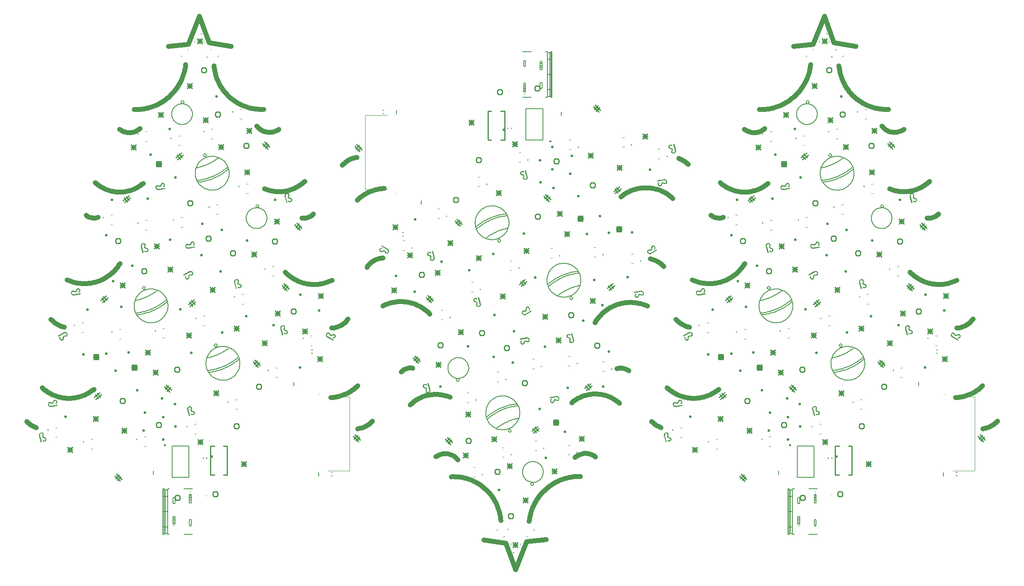
<source format=gto>
G04*
G04 #@! TF.GenerationSoftware,Altium Limited,Altium Designer,21.2.2 (38)*
G04*
G04 Layer_Color=65535*
%FSLAX44Y44*%
%MOMM*%
G71*
G04*
G04 #@! TF.SameCoordinates,5FF3B01B-9308-42A9-B2BD-2142B56AF961*
G04*
G04*
G04 #@! TF.FilePolarity,Positive*
G04*
G01*
G75*
%ADD10C,0.2540*%
%ADD29C,1.0000*%
%ADD45C,0.1000*%
%ADD46C,0.2000*%
%ADD47C,0.2500*%
%ADD48C,0.0000*%
G36*
X2532102Y2307229D02*
X2532109Y2307202D01*
X2532130Y2307121D01*
X2532159Y2307014D01*
X2532202Y2306853D01*
X2532233Y2306632D01*
X2532290Y2306417D01*
X2532373Y2305893D01*
X2532478Y2305289D01*
X2532529Y2304670D01*
X2532545Y2304071D01*
X2532494Y2303511D01*
X2532502Y2303484D01*
X2532482Y2303450D01*
X2532444Y2303268D01*
X2532368Y2303017D01*
X2532232Y2302665D01*
X2532077Y2302279D01*
X2531842Y2301871D01*
X2531519Y2301468D01*
X2531142Y2301051D01*
X2531115Y2301044D01*
X2531095Y2301010D01*
X2531029Y2300934D01*
X2530929Y2300879D01*
X2530697Y2300673D01*
X2530384Y2300445D01*
X2529957Y2300216D01*
X2529483Y2299945D01*
X2528969Y2299721D01*
X2528359Y2299529D01*
X2528145Y2299472D01*
X2527977Y2299455D01*
X2527816Y2299412D01*
X2527594Y2299382D01*
X2527063Y2299325D01*
X2526491Y2299316D01*
X2525850Y2299345D01*
X2525242Y2299470D01*
X2524632Y2299709D01*
X2524605Y2299702D01*
X2524564Y2299748D01*
X2524394Y2299846D01*
X2524115Y2300030D01*
X2523794Y2300260D01*
X2523479Y2300578D01*
X2523150Y2300950D01*
X2522886Y2301397D01*
X2522761Y2301651D01*
X2522689Y2301919D01*
X2522682Y2301945D01*
X2522660Y2302026D01*
X2522624Y2302160D01*
X2522608Y2302328D01*
X2522577Y2302550D01*
X2522574Y2302779D01*
X2522571Y2303324D01*
X2522564Y2303351D01*
X2522596Y2303446D01*
X2522607Y2303621D01*
X2522637Y2303830D01*
X2522679Y2304100D01*
X2522734Y2304431D01*
X2522809Y2304796D01*
X2522923Y2305229D01*
X2522935Y2305290D01*
X2522960Y2305412D01*
X2523017Y2305628D01*
X2523094Y2305878D01*
X2523213Y2306399D01*
X2523263Y2306642D01*
X2523293Y2306852D01*
X2523286Y2306878D01*
X2523305Y2306912D01*
X2523282Y2307107D01*
X2523278Y2307336D01*
X2523240Y2307585D01*
X2523233Y2307612D01*
X2523219Y2307665D01*
X2523170Y2307738D01*
X2523149Y2307819D01*
X2522997Y2308065D01*
X2522757Y2308317D01*
X2522722Y2308337D01*
X2522681Y2308383D01*
X2522552Y2308435D01*
X2522383Y2308533D01*
X2522144Y2308671D01*
X2521826Y2308786D01*
X2521413Y2308934D01*
X2520905Y2309115D01*
X2520878Y2309107D01*
X2520810Y2309147D01*
X2520715Y2309179D01*
X2520586Y2309230D01*
X2520234Y2309366D01*
X2519794Y2309507D01*
X2519339Y2309701D01*
X2518885Y2309895D01*
X2518477Y2310131D01*
X2518280Y2310222D01*
X2518137Y2310327D01*
X2518096Y2310374D01*
X2517959Y2310452D01*
X2517768Y2310631D01*
X2517535Y2310856D01*
X2517308Y2311169D01*
X2517073Y2311508D01*
X2516844Y2311935D01*
X2516687Y2312411D01*
X2516680Y2312437D01*
X2516666Y2312491D01*
X2516644Y2312572D01*
X2516635Y2312713D01*
X2516599Y2312847D01*
X2516603Y2313049D01*
X2516575Y2313473D01*
X2516607Y2313999D01*
X2516712Y2314573D01*
X2516781Y2314850D01*
X2516897Y2315168D01*
X2517020Y2315460D01*
X2517197Y2315766D01*
X2517224Y2315773D01*
X2517236Y2315834D01*
X2517302Y2315909D01*
X2517388Y2316019D01*
X2517466Y2316155D01*
X2517598Y2316305D01*
X2517916Y2316620D01*
X2518342Y2316964D01*
X2518874Y2317337D01*
X2519482Y2317643D01*
X2519823Y2317763D01*
X2520191Y2317891D01*
X2520352Y2317934D01*
X2520467Y2317936D01*
X2520769Y2317988D01*
X2521159Y2318035D01*
X2521616Y2318043D01*
X2522135Y2318038D01*
X2522675Y2317953D01*
X2523203Y2317807D01*
X2523271Y2317767D01*
X2523434Y2317696D01*
X2523699Y2317566D01*
X2524032Y2317396D01*
X2524386Y2317146D01*
X2524781Y2316850D01*
X2525191Y2316500D01*
X2525562Y2316082D01*
X2523849Y2314646D01*
X2523808Y2314692D01*
X2523691Y2314805D01*
X2523500Y2314983D01*
X2523301Y2315189D01*
X2523041Y2315407D01*
X2522755Y2315617D01*
X2522476Y2315801D01*
X2522177Y2315951D01*
X2522143Y2315971D01*
X2522055Y2315976D01*
X2521900Y2316020D01*
X2521717Y2316058D01*
X2521481Y2316081D01*
X2521252Y2316077D01*
X2520997Y2316066D01*
X2520721Y2316021D01*
X2520560Y2315978D01*
X2520380Y2315901D01*
X2520179Y2315789D01*
X2519933Y2315637D01*
X2519693Y2315458D01*
X2519468Y2315225D01*
X2519258Y2314939D01*
X2519238Y2314905D01*
X2519179Y2314803D01*
X2519115Y2314613D01*
X2519031Y2314390D01*
X2518955Y2314139D01*
X2518919Y2313842D01*
X2518918Y2313526D01*
X2518977Y2313197D01*
X2518985Y2313170D01*
X2519006Y2313089D01*
X2519069Y2312963D01*
X2519139Y2312809D01*
X2519243Y2312635D01*
X2519354Y2312435D01*
X2519518Y2312250D01*
X2519703Y2312098D01*
X2519710Y2312071D01*
X2519771Y2312059D01*
X2519873Y2312000D01*
X2520043Y2311901D01*
X2520274Y2311791D01*
X2520592Y2311675D01*
X2520952Y2311513D01*
X2521426Y2311352D01*
X2521460Y2311333D01*
X2521521Y2311320D01*
X2521650Y2311268D01*
X2521812Y2311197D01*
X2522029Y2311140D01*
X2522253Y2311056D01*
X2522741Y2310842D01*
X2523290Y2310616D01*
X2523813Y2310382D01*
X2524255Y2310127D01*
X2524459Y2310009D01*
X2524602Y2309904D01*
X2524636Y2309884D01*
X2524718Y2309792D01*
X2524835Y2309679D01*
X2524965Y2309513D01*
X2525103Y2309320D01*
X2525256Y2309073D01*
X2525381Y2308819D01*
X2525480Y2308558D01*
X2525487Y2308532D01*
X2525501Y2308478D01*
X2525530Y2308371D01*
X2525532Y2308256D01*
X2525565Y2307920D01*
X2525585Y2307523D01*
X2525592Y2307496D01*
X2525587Y2307409D01*
X2525562Y2307287D01*
X2525532Y2307078D01*
X2525482Y2306835D01*
X2525420Y2306530D01*
X2525325Y2306131D01*
X2525211Y2305699D01*
X2525199Y2305638D01*
X2525155Y2305482D01*
X2525098Y2305266D01*
X2525035Y2304962D01*
X2524884Y2304346D01*
X2524822Y2304042D01*
X2524799Y2303806D01*
X2524806Y2303779D01*
X2524801Y2303692D01*
X2524776Y2303570D01*
X2524785Y2303429D01*
X2524791Y2303085D01*
X2524830Y2302722D01*
X2524838Y2302695D01*
X2524866Y2302588D01*
X2524929Y2302461D01*
X2525033Y2302288D01*
X2525171Y2302095D01*
X2525370Y2301890D01*
X2525595Y2301691D01*
X2525894Y2301541D01*
X2525928Y2301522D01*
X2526057Y2301470D01*
X2526213Y2301426D01*
X2526463Y2301349D01*
X2526760Y2301314D01*
X2527103Y2301319D01*
X2527500Y2301340D01*
X2527910Y2301421D01*
X2528124Y2301478D01*
X2528378Y2301604D01*
X2528659Y2301736D01*
X2529005Y2301944D01*
X2529318Y2302172D01*
X2529636Y2302487D01*
X2529906Y2302875D01*
X2529918Y2302936D01*
X2529996Y2303072D01*
X2530021Y2303194D01*
X2530066Y2303349D01*
X2530103Y2303532D01*
X2530133Y2303741D01*
X2530149Y2304004D01*
X2530158Y2304294D01*
X2530159Y2304610D01*
X2530127Y2304946D01*
X2530080Y2305336D01*
X2530025Y2305753D01*
X2529930Y2306216D01*
X2529794Y2306725D01*
X2526438Y2319248D01*
X2528717Y2319859D01*
X2532102Y2307229D01*
D02*
G37*
G36*
X2223570Y2252430D02*
X2223577Y2252403D01*
X2223598Y2252322D01*
X2223627Y2252215D01*
X2223670Y2252054D01*
X2223701Y2251832D01*
X2223759Y2251618D01*
X2223842Y2251094D01*
X2223946Y2250490D01*
X2223997Y2249871D01*
X2224014Y2249272D01*
X2223962Y2248712D01*
X2223970Y2248685D01*
X2223950Y2248651D01*
X2223913Y2248469D01*
X2223836Y2248218D01*
X2223701Y2247866D01*
X2223545Y2247480D01*
X2223310Y2247072D01*
X2222987Y2246669D01*
X2222610Y2246252D01*
X2222583Y2246244D01*
X2222563Y2246210D01*
X2222497Y2246135D01*
X2222397Y2246080D01*
X2222165Y2245874D01*
X2221852Y2245646D01*
X2221425Y2245417D01*
X2220952Y2245146D01*
X2220437Y2244922D01*
X2219827Y2244730D01*
X2219613Y2244672D01*
X2219444Y2244656D01*
X2219284Y2244613D01*
X2219062Y2244582D01*
X2218531Y2244526D01*
X2217959Y2244517D01*
X2217318Y2244546D01*
X2216710Y2244671D01*
X2216100Y2244910D01*
X2216073Y2244902D01*
X2216032Y2244949D01*
X2215862Y2245047D01*
X2215583Y2245231D01*
X2215262Y2245461D01*
X2214947Y2245779D01*
X2214618Y2246151D01*
X2214354Y2246597D01*
X2214229Y2246851D01*
X2214157Y2247119D01*
X2214150Y2247146D01*
X2214128Y2247227D01*
X2214092Y2247361D01*
X2214076Y2247529D01*
X2214046Y2247751D01*
X2214042Y2247980D01*
X2214039Y2248525D01*
X2214032Y2248552D01*
X2214064Y2248647D01*
X2214075Y2248822D01*
X2214105Y2249031D01*
X2214147Y2249301D01*
X2214202Y2249632D01*
X2214277Y2249997D01*
X2214391Y2250430D01*
X2214403Y2250491D01*
X2214428Y2250612D01*
X2214485Y2250829D01*
X2214562Y2251079D01*
X2214681Y2251600D01*
X2214731Y2251843D01*
X2214761Y2252052D01*
X2214754Y2252079D01*
X2214773Y2252113D01*
X2214750Y2252308D01*
X2214746Y2252537D01*
X2214708Y2252786D01*
X2214701Y2252812D01*
X2214687Y2252866D01*
X2214638Y2252939D01*
X2214617Y2253020D01*
X2214465Y2253266D01*
X2214225Y2253518D01*
X2214191Y2253538D01*
X2214149Y2253584D01*
X2214021Y2253636D01*
X2213851Y2253734D01*
X2213613Y2253872D01*
X2213294Y2253987D01*
X2212881Y2254135D01*
X2212373Y2254315D01*
X2212346Y2254308D01*
X2212278Y2254347D01*
X2212183Y2254379D01*
X2212054Y2254431D01*
X2211702Y2254567D01*
X2211262Y2254707D01*
X2210807Y2254902D01*
X2210353Y2255096D01*
X2209945Y2255332D01*
X2209748Y2255423D01*
X2209605Y2255528D01*
X2209563Y2255575D01*
X2209427Y2255653D01*
X2209236Y2255832D01*
X2209003Y2256057D01*
X2208776Y2256369D01*
X2208541Y2256709D01*
X2208312Y2257136D01*
X2208155Y2257612D01*
X2208148Y2257638D01*
X2208134Y2257692D01*
X2208112Y2257772D01*
X2208103Y2257914D01*
X2208067Y2258048D01*
X2208071Y2258250D01*
X2208043Y2258674D01*
X2208075Y2259200D01*
X2208180Y2259774D01*
X2208249Y2260051D01*
X2208365Y2260369D01*
X2208488Y2260661D01*
X2208665Y2260967D01*
X2208692Y2260974D01*
X2208704Y2261035D01*
X2208770Y2261110D01*
X2208856Y2261219D01*
X2208934Y2261355D01*
X2209066Y2261506D01*
X2209384Y2261821D01*
X2209810Y2262165D01*
X2210342Y2262537D01*
X2210950Y2262844D01*
X2211291Y2262964D01*
X2211659Y2263092D01*
X2211820Y2263135D01*
X2211935Y2263137D01*
X2212237Y2263189D01*
X2212627Y2263236D01*
X2213085Y2263244D01*
X2213603Y2263239D01*
X2214143Y2263154D01*
X2214671Y2263008D01*
X2214739Y2262968D01*
X2214902Y2262897D01*
X2215167Y2262767D01*
X2215500Y2262597D01*
X2215854Y2262347D01*
X2216249Y2262051D01*
X2216659Y2261701D01*
X2217030Y2261283D01*
X2215317Y2259847D01*
X2215276Y2259893D01*
X2215159Y2260006D01*
X2214968Y2260184D01*
X2214769Y2260390D01*
X2214509Y2260607D01*
X2214223Y2260818D01*
X2213944Y2261002D01*
X2213645Y2261152D01*
X2213611Y2261172D01*
X2213523Y2261177D01*
X2213368Y2261221D01*
X2213185Y2261259D01*
X2212949Y2261282D01*
X2212720Y2261278D01*
X2212464Y2261267D01*
X2212189Y2261222D01*
X2212028Y2261178D01*
X2211848Y2261101D01*
X2211648Y2260990D01*
X2211401Y2260838D01*
X2211161Y2260659D01*
X2210936Y2260426D01*
X2210726Y2260140D01*
X2210706Y2260106D01*
X2210647Y2260004D01*
X2210583Y2259814D01*
X2210499Y2259590D01*
X2210423Y2259340D01*
X2210387Y2259043D01*
X2210386Y2258727D01*
X2210445Y2258398D01*
X2210453Y2258371D01*
X2210474Y2258290D01*
X2210537Y2258163D01*
X2210607Y2258010D01*
X2210711Y2257836D01*
X2210822Y2257636D01*
X2210986Y2257450D01*
X2211171Y2257299D01*
X2211178Y2257272D01*
X2211239Y2257259D01*
X2211341Y2257200D01*
X2211511Y2257102D01*
X2211742Y2256992D01*
X2212060Y2256876D01*
X2212420Y2256714D01*
X2212894Y2256553D01*
X2212928Y2256534D01*
X2212989Y2256521D01*
X2213118Y2256469D01*
X2213280Y2256398D01*
X2213497Y2256341D01*
X2213721Y2256257D01*
X2214209Y2256043D01*
X2214758Y2255817D01*
X2215281Y2255583D01*
X2215723Y2255328D01*
X2215927Y2255210D01*
X2216070Y2255105D01*
X2216104Y2255085D01*
X2216186Y2254992D01*
X2216303Y2254880D01*
X2216434Y2254714D01*
X2216571Y2254521D01*
X2216724Y2254274D01*
X2216849Y2254020D01*
X2216948Y2253759D01*
X2216955Y2253732D01*
X2216969Y2253679D01*
X2216998Y2253572D01*
X2217000Y2253457D01*
X2217033Y2253121D01*
X2217053Y2252724D01*
X2217060Y2252697D01*
X2217055Y2252610D01*
X2217030Y2252488D01*
X2217000Y2252279D01*
X2216950Y2252035D01*
X2216888Y2251731D01*
X2216793Y2251332D01*
X2216680Y2250900D01*
X2216667Y2250839D01*
X2216622Y2250683D01*
X2216566Y2250466D01*
X2216503Y2250163D01*
X2216352Y2249547D01*
X2216290Y2249243D01*
X2216267Y2249007D01*
X2216274Y2248980D01*
X2216269Y2248893D01*
X2216244Y2248771D01*
X2216253Y2248630D01*
X2216259Y2248286D01*
X2216299Y2247923D01*
X2216306Y2247896D01*
X2216335Y2247789D01*
X2216397Y2247662D01*
X2216501Y2247489D01*
X2216639Y2247296D01*
X2216838Y2247090D01*
X2217063Y2246892D01*
X2217362Y2246742D01*
X2217396Y2246723D01*
X2217525Y2246671D01*
X2217681Y2246627D01*
X2217931Y2246550D01*
X2218228Y2246515D01*
X2218571Y2246520D01*
X2218968Y2246541D01*
X2219378Y2246621D01*
X2219592Y2246679D01*
X2219846Y2246804D01*
X2220127Y2246937D01*
X2220473Y2247145D01*
X2220786Y2247372D01*
X2221104Y2247688D01*
X2221374Y2248076D01*
X2221386Y2248137D01*
X2221465Y2248273D01*
X2221490Y2248394D01*
X2221534Y2248550D01*
X2221571Y2248732D01*
X2221602Y2248942D01*
X2221617Y2249205D01*
X2221626Y2249494D01*
X2221627Y2249811D01*
X2221595Y2250147D01*
X2221548Y2250537D01*
X2221494Y2250954D01*
X2221398Y2251417D01*
X2221262Y2251926D01*
X2217906Y2264449D01*
X2220186Y2265060D01*
X2223570Y2252430D01*
D02*
G37*
G36*
X2764519Y2238564D02*
X2764944Y2238547D01*
X2765463Y2238460D01*
X2766023Y2238296D01*
X2766292Y2238198D01*
X2766596Y2238049D01*
X2766873Y2237897D01*
X2767159Y2237689D01*
X2767164Y2237661D01*
X2767223Y2237643D01*
X2767291Y2237569D01*
X2767390Y2237473D01*
X2767517Y2237380D01*
X2767653Y2237233D01*
X2767933Y2236884D01*
X2768231Y2236425D01*
X2768546Y2235857D01*
X2768787Y2235220D01*
X2768871Y2234868D01*
X2768959Y2234489D01*
X2768985Y2234324D01*
X2768975Y2234210D01*
X2768995Y2233904D01*
X2769001Y2233512D01*
X2768961Y2233055D01*
X2768902Y2232540D01*
X2768761Y2232012D01*
X2768561Y2231502D01*
X2768515Y2231439D01*
X2768427Y2231284D01*
X2768269Y2231035D01*
X2768066Y2230721D01*
X2767780Y2230395D01*
X2767444Y2230032D01*
X2767054Y2229661D01*
X2766599Y2229336D01*
X2765350Y2231190D01*
X2765400Y2231227D01*
X2765524Y2231331D01*
X2765722Y2231502D01*
X2765947Y2231678D01*
X2766191Y2231914D01*
X2766430Y2232177D01*
X2766642Y2232435D01*
X2766823Y2232717D01*
X2766845Y2232748D01*
X2766860Y2232835D01*
X2766920Y2232985D01*
X2766977Y2233163D01*
X2767024Y2233395D01*
X2767044Y2233623D01*
X2767060Y2233879D01*
X2767044Y2234157D01*
X2767018Y2234322D01*
X2766960Y2234509D01*
X2766871Y2234720D01*
X2766745Y2234981D01*
X2766592Y2235238D01*
X2766384Y2235486D01*
X2766121Y2235726D01*
X2766089Y2235749D01*
X2765994Y2235818D01*
X2765812Y2235901D01*
X2765598Y2236008D01*
X2765357Y2236111D01*
X2765066Y2236177D01*
X2764751Y2236211D01*
X2764418Y2236187D01*
X2764390Y2236182D01*
X2764308Y2236169D01*
X2764175Y2236120D01*
X2764015Y2236067D01*
X2763832Y2235981D01*
X2763621Y2235892D01*
X2763419Y2235747D01*
X2763249Y2235580D01*
X2763222Y2235576D01*
X2763203Y2235516D01*
X2763134Y2235421D01*
X2763018Y2235262D01*
X2762884Y2235044D01*
X2762736Y2234740D01*
X2762537Y2234399D01*
X2762328Y2233944D01*
X2762304Y2233912D01*
X2762286Y2233853D01*
X2762221Y2233730D01*
X2762133Y2233576D01*
X2762054Y2233367D01*
X2761947Y2233153D01*
X2761683Y2232690D01*
X2761400Y2232167D01*
X2761113Y2231672D01*
X2760813Y2231259D01*
X2760675Y2231068D01*
X2760555Y2230937D01*
X2760532Y2230905D01*
X2760431Y2230833D01*
X2760307Y2230729D01*
X2760128Y2230616D01*
X2759922Y2230499D01*
X2759661Y2230374D01*
X2759395Y2230275D01*
X2759125Y2230204D01*
X2759098Y2230200D01*
X2759043Y2230191D01*
X2758933Y2230174D01*
X2758819Y2230184D01*
X2758481Y2230187D01*
X2758085Y2230208D01*
X2758057Y2230204D01*
X2757971Y2230218D01*
X2757852Y2230256D01*
X2757647Y2230308D01*
X2757411Y2230383D01*
X2757115Y2230476D01*
X2756728Y2230612D01*
X2756309Y2230770D01*
X2756250Y2230789D01*
X2756100Y2230850D01*
X2755891Y2230929D01*
X2755594Y2231023D01*
X2754998Y2231237D01*
X2754702Y2231331D01*
X2754470Y2231379D01*
X2754443Y2231374D01*
X2754356Y2231389D01*
X2754238Y2231426D01*
X2754096Y2231432D01*
X2753754Y2231462D01*
X2753389Y2231460D01*
X2753362Y2231456D01*
X2753252Y2231439D01*
X2753119Y2231389D01*
X2752936Y2231304D01*
X2752729Y2231187D01*
X2752504Y2231011D01*
X2752284Y2230807D01*
X2752103Y2230526D01*
X2752080Y2230494D01*
X2752015Y2230371D01*
X2751955Y2230221D01*
X2751853Y2229980D01*
X2751786Y2229689D01*
X2751756Y2229347D01*
X2751735Y2228950D01*
X2751772Y2228534D01*
X2751807Y2228315D01*
X2751906Y2228049D01*
X2752008Y2227756D01*
X2752179Y2227390D01*
X2752372Y2227055D01*
X2752652Y2226706D01*
X2753010Y2226397D01*
X2753069Y2226378D01*
X2753197Y2226286D01*
X2753315Y2226249D01*
X2753465Y2226188D01*
X2753643Y2226132D01*
X2753848Y2226080D01*
X2754107Y2226037D01*
X2754395Y2225998D01*
X2754709Y2225963D01*
X2755047Y2225961D01*
X2755439Y2225967D01*
X2755860Y2225977D01*
X2756330Y2226023D01*
X2756851Y2226106D01*
X2769656Y2228134D01*
X2770026Y2225803D01*
X2757111Y2223758D01*
X2757083Y2223754D01*
X2757001Y2223741D01*
X2756891Y2223723D01*
X2756727Y2223697D01*
X2756503Y2223690D01*
X2756284Y2223655D01*
X2755754Y2223627D01*
X2755142Y2223587D01*
X2754521Y2223601D01*
X2753924Y2223647D01*
X2753372Y2223756D01*
X2753345Y2223752D01*
X2753313Y2223775D01*
X2753136Y2223831D01*
X2752895Y2223933D01*
X2752558Y2224105D01*
X2752190Y2224300D01*
X2751809Y2224577D01*
X2751442Y2224940D01*
X2751067Y2225358D01*
X2751062Y2225386D01*
X2751031Y2225409D01*
X2750963Y2225482D01*
X2750918Y2225588D01*
X2750737Y2225840D01*
X2750544Y2226175D01*
X2750360Y2226624D01*
X2750141Y2227123D01*
X2749972Y2227659D01*
X2749844Y2228285D01*
X2749810Y2228504D01*
X2749811Y2228673D01*
X2749785Y2228838D01*
X2749778Y2229061D01*
X2749777Y2229595D01*
X2749828Y2230165D01*
X2749924Y2230799D01*
X2750111Y2231391D01*
X2750413Y2231973D01*
X2750408Y2232000D01*
X2750459Y2232036D01*
X2750574Y2232195D01*
X2750786Y2232453D01*
X2751049Y2232748D01*
X2751398Y2233028D01*
X2751802Y2233317D01*
X2752274Y2233532D01*
X2752539Y2233631D01*
X2752813Y2233674D01*
X2752841Y2233678D01*
X2752923Y2233691D01*
X2753060Y2233713D01*
X2753229Y2233712D01*
X2753453Y2233719D01*
X2753681Y2233699D01*
X2754224Y2233644D01*
X2754251Y2233649D01*
X2754342Y2233607D01*
X2754515Y2233578D01*
X2754720Y2233526D01*
X2754984Y2233456D01*
X2755308Y2233366D01*
X2755663Y2233254D01*
X2756082Y2233095D01*
X2756140Y2233077D01*
X2756259Y2233039D01*
X2756468Y2232960D01*
X2756709Y2232858D01*
X2757214Y2232685D01*
X2757451Y2232610D01*
X2757656Y2232558D01*
X2757684Y2232562D01*
X2757715Y2232539D01*
X2757912Y2232542D01*
X2758140Y2232522D01*
X2758391Y2232534D01*
X2758418Y2232538D01*
X2758473Y2232547D01*
X2758551Y2232587D01*
X2758633Y2232600D01*
X2758894Y2232726D01*
X2759170Y2232938D01*
X2759193Y2232970D01*
X2759243Y2233006D01*
X2759308Y2233129D01*
X2759424Y2233288D01*
X2759585Y2233510D01*
X2759734Y2233815D01*
X2759924Y2234210D01*
X2760156Y2234697D01*
X2760152Y2234724D01*
X2760198Y2234787D01*
X2760240Y2234878D01*
X2760305Y2235001D01*
X2760476Y2235338D01*
X2760663Y2235760D01*
X2760903Y2236192D01*
X2761144Y2236624D01*
X2761421Y2237005D01*
X2761532Y2237191D01*
X2761652Y2237323D01*
X2761702Y2237359D01*
X2761795Y2237486D01*
X2761992Y2237658D01*
X2762241Y2237866D01*
X2762575Y2238059D01*
X2762937Y2238257D01*
X2763386Y2238441D01*
X2763875Y2238546D01*
X2763903Y2238551D01*
X2763958Y2238559D01*
X2764040Y2238572D01*
X2764181Y2238566D01*
X2764319Y2238588D01*
X2764519Y2238564D01*
D02*
G37*
G36*
X1464507D02*
X1464931Y2238547D01*
X1465450Y2238460D01*
X1466011Y2238296D01*
X1466279Y2238198D01*
X1466584Y2238049D01*
X1466861Y2237897D01*
X1467147Y2237689D01*
X1467151Y2237661D01*
X1467210Y2237643D01*
X1467278Y2237569D01*
X1467378Y2237473D01*
X1467505Y2237380D01*
X1467641Y2237233D01*
X1467921Y2236884D01*
X1468218Y2236425D01*
X1468533Y2235857D01*
X1468775Y2235220D01*
X1468858Y2234868D01*
X1468947Y2234489D01*
X1468973Y2234324D01*
X1468963Y2234210D01*
X1468983Y2233904D01*
X1468989Y2233512D01*
X1468949Y2233055D01*
X1468890Y2232540D01*
X1468749Y2232012D01*
X1468548Y2231502D01*
X1468502Y2231439D01*
X1468414Y2231284D01*
X1468257Y2231035D01*
X1468053Y2230721D01*
X1467768Y2230395D01*
X1467432Y2230032D01*
X1467041Y2229661D01*
X1466586Y2229336D01*
X1465337Y2231190D01*
X1465388Y2231227D01*
X1465512Y2231331D01*
X1465709Y2231502D01*
X1465934Y2231678D01*
X1466178Y2231914D01*
X1466418Y2232177D01*
X1466630Y2232435D01*
X1466810Y2232717D01*
X1466833Y2232748D01*
X1466847Y2232835D01*
X1466908Y2232985D01*
X1466964Y2233163D01*
X1467012Y2233395D01*
X1467032Y2233623D01*
X1467047Y2233879D01*
X1467032Y2234157D01*
X1467005Y2234322D01*
X1466948Y2234509D01*
X1466858Y2234720D01*
X1466732Y2234981D01*
X1466579Y2235238D01*
X1466371Y2235486D01*
X1466109Y2235726D01*
X1466077Y2235749D01*
X1465981Y2235818D01*
X1465800Y2235901D01*
X1465586Y2236008D01*
X1465345Y2236111D01*
X1465053Y2236177D01*
X1464739Y2236211D01*
X1464405Y2236187D01*
X1464378Y2236182D01*
X1464296Y2236169D01*
X1464163Y2236120D01*
X1464003Y2236067D01*
X1463819Y2235981D01*
X1463609Y2235892D01*
X1463407Y2235747D01*
X1463236Y2235580D01*
X1463209Y2235576D01*
X1463190Y2235516D01*
X1463121Y2235421D01*
X1463006Y2235262D01*
X1462872Y2235044D01*
X1462723Y2234740D01*
X1462524Y2234399D01*
X1462315Y2233944D01*
X1462292Y2233912D01*
X1462273Y2233853D01*
X1462208Y2233730D01*
X1462120Y2233576D01*
X1462041Y2233367D01*
X1461934Y2233153D01*
X1461670Y2232690D01*
X1461388Y2232167D01*
X1461101Y2231672D01*
X1460801Y2231259D01*
X1460662Y2231068D01*
X1460543Y2230937D01*
X1460520Y2230905D01*
X1460419Y2230833D01*
X1460294Y2230729D01*
X1460116Y2230616D01*
X1459909Y2230499D01*
X1459648Y2230374D01*
X1459382Y2230275D01*
X1459113Y2230204D01*
X1459085Y2230200D01*
X1459030Y2230191D01*
X1458921Y2230174D01*
X1458807Y2230184D01*
X1458469Y2230187D01*
X1458072Y2230208D01*
X1458045Y2230204D01*
X1457958Y2230218D01*
X1457840Y2230256D01*
X1457635Y2230308D01*
X1457398Y2230383D01*
X1457102Y2230476D01*
X1456715Y2230612D01*
X1456297Y2230770D01*
X1456237Y2230789D01*
X1456087Y2230850D01*
X1455878Y2230929D01*
X1455582Y2231023D01*
X1454986Y2231237D01*
X1454690Y2231331D01*
X1454457Y2231379D01*
X1454430Y2231374D01*
X1454343Y2231389D01*
X1454225Y2231426D01*
X1454084Y2231432D01*
X1453741Y2231462D01*
X1453376Y2231460D01*
X1453349Y2231456D01*
X1453239Y2231439D01*
X1453107Y2231389D01*
X1452923Y2231304D01*
X1452717Y2231187D01*
X1452492Y2231011D01*
X1452271Y2230807D01*
X1452091Y2230526D01*
X1452068Y2230494D01*
X1452003Y2230371D01*
X1451942Y2230221D01*
X1451840Y2229980D01*
X1451774Y2229689D01*
X1451744Y2229347D01*
X1451722Y2228950D01*
X1451760Y2228534D01*
X1451795Y2228315D01*
X1451893Y2228049D01*
X1451996Y2227756D01*
X1452166Y2227390D01*
X1452359Y2227055D01*
X1452640Y2226706D01*
X1452998Y2226397D01*
X1453057Y2226378D01*
X1453184Y2226286D01*
X1453302Y2226249D01*
X1453452Y2226188D01*
X1453630Y2226132D01*
X1453835Y2226080D01*
X1454095Y2226037D01*
X1454382Y2225998D01*
X1454697Y2225963D01*
X1455034Y2225961D01*
X1455427Y2225967D01*
X1455847Y2225977D01*
X1456317Y2226023D01*
X1456839Y2226106D01*
X1469644Y2228134D01*
X1470013Y2225803D01*
X1457098Y2223758D01*
X1457071Y2223754D01*
X1456988Y2223741D01*
X1456879Y2223723D01*
X1456714Y2223697D01*
X1456490Y2223690D01*
X1456271Y2223655D01*
X1455741Y2223627D01*
X1455129Y2223587D01*
X1454509Y2223601D01*
X1453911Y2223647D01*
X1453360Y2223756D01*
X1453333Y2223752D01*
X1453301Y2223775D01*
X1453123Y2223831D01*
X1452882Y2223933D01*
X1452546Y2224105D01*
X1452177Y2224300D01*
X1451796Y2224577D01*
X1451430Y2224940D01*
X1451054Y2225358D01*
X1451050Y2225386D01*
X1451018Y2225409D01*
X1450950Y2225482D01*
X1450905Y2225588D01*
X1450725Y2225840D01*
X1450531Y2226175D01*
X1450348Y2226624D01*
X1450128Y2227123D01*
X1449959Y2227659D01*
X1449832Y2228285D01*
X1449797Y2228504D01*
X1449798Y2228673D01*
X1449772Y2228838D01*
X1449765Y2229061D01*
X1449765Y2229595D01*
X1449815Y2230165D01*
X1449911Y2230799D01*
X1450099Y2231391D01*
X1450400Y2231973D01*
X1450396Y2232000D01*
X1450446Y2232036D01*
X1450562Y2232195D01*
X1450774Y2232453D01*
X1451036Y2232748D01*
X1451385Y2233028D01*
X1451789Y2233317D01*
X1452261Y2233532D01*
X1452527Y2233631D01*
X1452801Y2233674D01*
X1452828Y2233678D01*
X1452911Y2233691D01*
X1453048Y2233713D01*
X1453217Y2233712D01*
X1453440Y2233719D01*
X1453668Y2233699D01*
X1454211Y2233644D01*
X1454238Y2233649D01*
X1454329Y2233607D01*
X1454503Y2233578D01*
X1454708Y2233526D01*
X1454972Y2233456D01*
X1455295Y2233366D01*
X1455650Y2233254D01*
X1456069Y2233095D01*
X1456128Y2233077D01*
X1456246Y2233039D01*
X1456456Y2232960D01*
X1456697Y2232858D01*
X1457202Y2232685D01*
X1457439Y2232610D01*
X1457644Y2232558D01*
X1457671Y2232562D01*
X1457703Y2232539D01*
X1457899Y2232542D01*
X1458127Y2232522D01*
X1458378Y2232534D01*
X1458406Y2232538D01*
X1458461Y2232547D01*
X1458539Y2232587D01*
X1458621Y2232600D01*
X1458882Y2232726D01*
X1459158Y2232938D01*
X1459181Y2232970D01*
X1459231Y2233006D01*
X1459296Y2233129D01*
X1459411Y2233288D01*
X1459573Y2233510D01*
X1459721Y2233815D01*
X1459912Y2234210D01*
X1460144Y2234697D01*
X1460139Y2234724D01*
X1460186Y2234787D01*
X1460228Y2234878D01*
X1460292Y2235001D01*
X1460464Y2235338D01*
X1460650Y2235760D01*
X1460891Y2236192D01*
X1461132Y2236624D01*
X1461409Y2237005D01*
X1461520Y2237191D01*
X1461639Y2237323D01*
X1461690Y2237359D01*
X1461782Y2237486D01*
X1461980Y2237658D01*
X1462228Y2237866D01*
X1462563Y2238059D01*
X1462925Y2238257D01*
X1463374Y2238441D01*
X1463863Y2238546D01*
X1463890Y2238551D01*
X1463945Y2238559D01*
X1464027Y2238572D01*
X1464169Y2238566D01*
X1464306Y2238588D01*
X1464507Y2238564D01*
D02*
G37*
G36*
X2508924Y2246061D02*
X2509521Y2246015D01*
X2510073Y2245906D01*
X2510100Y2245910D01*
X2510132Y2245887D01*
X2510309Y2245831D01*
X2510551Y2245729D01*
X2510887Y2245557D01*
X2511255Y2245362D01*
X2511636Y2245085D01*
X2512003Y2244722D01*
X2512378Y2244303D01*
X2512383Y2244276D01*
X2512415Y2244253D01*
X2512482Y2244180D01*
X2512527Y2244074D01*
X2512708Y2243822D01*
X2512901Y2243487D01*
X2513085Y2243038D01*
X2513304Y2242539D01*
X2513474Y2242003D01*
X2513601Y2241377D01*
X2513636Y2241158D01*
X2513634Y2240989D01*
X2513660Y2240824D01*
X2513668Y2240601D01*
X2513668Y2240067D01*
X2513618Y2239496D01*
X2513521Y2238863D01*
X2513334Y2238271D01*
X2513033Y2237689D01*
X2513037Y2237662D01*
X2512986Y2237626D01*
X2512871Y2237467D01*
X2512659Y2237209D01*
X2512396Y2236914D01*
X2512047Y2236634D01*
X2511643Y2236345D01*
X2511171Y2236130D01*
X2510906Y2236031D01*
X2510632Y2235988D01*
X2510604Y2235984D01*
X2510522Y2235970D01*
X2510385Y2235949D01*
X2510216Y2235950D01*
X2509992Y2235943D01*
X2509764Y2235963D01*
X2509222Y2236017D01*
X2509194Y2236013D01*
X2509103Y2236055D01*
X2508930Y2236084D01*
X2508725Y2236136D01*
X2508461Y2236206D01*
X2508138Y2236296D01*
X2507782Y2236408D01*
X2507364Y2236567D01*
X2507305Y2236585D01*
X2507186Y2236623D01*
X2506977Y2236702D01*
X2506736Y2236804D01*
X2506231Y2236977D01*
X2505994Y2237052D01*
X2505789Y2237104D01*
X2505762Y2237100D01*
X2505730Y2237123D01*
X2505533Y2237120D01*
X2505305Y2237140D01*
X2505054Y2237128D01*
X2505027Y2237124D01*
X2504972Y2237115D01*
X2504894Y2237075D01*
X2504812Y2237062D01*
X2504551Y2236936D01*
X2504275Y2236724D01*
X2504252Y2236692D01*
X2504202Y2236656D01*
X2504137Y2236533D01*
X2504021Y2236374D01*
X2503860Y2236152D01*
X2503711Y2235847D01*
X2503521Y2235452D01*
X2503289Y2234966D01*
X2503293Y2234938D01*
X2503247Y2234875D01*
X2503205Y2234784D01*
X2503140Y2234661D01*
X2502969Y2234324D01*
X2502783Y2233902D01*
X2502542Y2233470D01*
X2502301Y2233038D01*
X2502024Y2232657D01*
X2501913Y2232471D01*
X2501793Y2232339D01*
X2501743Y2232303D01*
X2501651Y2232176D01*
X2501453Y2232004D01*
X2501205Y2231796D01*
X2500870Y2231603D01*
X2500508Y2231405D01*
X2500059Y2231221D01*
X2499570Y2231116D01*
X2499542Y2231111D01*
X2499487Y2231103D01*
X2499405Y2231090D01*
X2499264Y2231095D01*
X2499127Y2231074D01*
X2498926Y2231098D01*
X2498502Y2231115D01*
X2497982Y2231202D01*
X2497422Y2231366D01*
X2497153Y2231464D01*
X2496849Y2231613D01*
X2496572Y2231765D01*
X2496286Y2231973D01*
X2496281Y2232000D01*
X2496222Y2232019D01*
X2496154Y2232093D01*
X2496055Y2232189D01*
X2495928Y2232282D01*
X2495792Y2232429D01*
X2495512Y2232778D01*
X2495214Y2233237D01*
X2494899Y2233805D01*
X2494658Y2234442D01*
X2494574Y2234794D01*
X2494486Y2235173D01*
X2494460Y2235338D01*
X2494470Y2235452D01*
X2494450Y2235758D01*
X2494444Y2236151D01*
X2494484Y2236607D01*
X2494543Y2237122D01*
X2494684Y2237650D01*
X2494884Y2238160D01*
X2494931Y2238223D01*
X2495018Y2238378D01*
X2495176Y2238627D01*
X2495379Y2238941D01*
X2495665Y2239267D01*
X2496001Y2239630D01*
X2496392Y2240001D01*
X2496846Y2240326D01*
X2498096Y2238472D01*
X2498045Y2238436D01*
X2497921Y2238331D01*
X2497723Y2238160D01*
X2497498Y2237984D01*
X2497254Y2237748D01*
X2497015Y2237485D01*
X2496803Y2237227D01*
X2496623Y2236945D01*
X2496600Y2236914D01*
X2496585Y2236827D01*
X2496525Y2236677D01*
X2496469Y2236499D01*
X2496421Y2236267D01*
X2496401Y2236039D01*
X2496385Y2235783D01*
X2496401Y2235505D01*
X2496427Y2235340D01*
X2496485Y2235153D01*
X2496575Y2234942D01*
X2496700Y2234681D01*
X2496853Y2234424D01*
X2497061Y2234176D01*
X2497324Y2233936D01*
X2497356Y2233913D01*
X2497451Y2233844D01*
X2497633Y2233761D01*
X2497847Y2233654D01*
X2498088Y2233551D01*
X2498379Y2233485D01*
X2498694Y2233451D01*
X2499027Y2233475D01*
X2499055Y2233480D01*
X2499137Y2233493D01*
X2499270Y2233542D01*
X2499430Y2233595D01*
X2499613Y2233681D01*
X2499824Y2233770D01*
X2500026Y2233915D01*
X2500196Y2234082D01*
X2500224Y2234086D01*
X2500242Y2234146D01*
X2500312Y2234241D01*
X2500427Y2234400D01*
X2500561Y2234618D01*
X2500710Y2234922D01*
X2500909Y2235263D01*
X2501118Y2235718D01*
X2501141Y2235750D01*
X2501160Y2235809D01*
X2501224Y2235932D01*
X2501312Y2236086D01*
X2501392Y2236295D01*
X2501498Y2236509D01*
X2501762Y2236972D01*
X2502045Y2237495D01*
X2502332Y2237990D01*
X2502632Y2238403D01*
X2502770Y2238594D01*
X2502890Y2238725D01*
X2502913Y2238757D01*
X2503014Y2238829D01*
X2503138Y2238933D01*
X2503317Y2239046D01*
X2503523Y2239163D01*
X2503785Y2239288D01*
X2504050Y2239387D01*
X2504320Y2239457D01*
X2504347Y2239462D01*
X2504402Y2239471D01*
X2504512Y2239488D01*
X2504626Y2239478D01*
X2504964Y2239475D01*
X2505361Y2239454D01*
X2505388Y2239458D01*
X2505475Y2239444D01*
X2505593Y2239406D01*
X2505798Y2239354D01*
X2506035Y2239279D01*
X2506331Y2239186D01*
X2506718Y2239050D01*
X2507136Y2238892D01*
X2507195Y2238873D01*
X2507345Y2238812D01*
X2507555Y2238733D01*
X2507851Y2238639D01*
X2508447Y2238425D01*
X2508743Y2238331D01*
X2508975Y2238283D01*
X2509003Y2238288D01*
X2509089Y2238273D01*
X2509207Y2238236D01*
X2509349Y2238230D01*
X2509691Y2238200D01*
X2510056Y2238202D01*
X2510084Y2238206D01*
X2510193Y2238223D01*
X2510326Y2238273D01*
X2510509Y2238358D01*
X2510716Y2238475D01*
X2510941Y2238651D01*
X2511161Y2238855D01*
X2511342Y2239136D01*
X2511365Y2239168D01*
X2511430Y2239290D01*
X2511490Y2239441D01*
X2511593Y2239682D01*
X2511659Y2239973D01*
X2511689Y2240315D01*
X2511710Y2240712D01*
X2511673Y2241128D01*
X2511638Y2241347D01*
X2511540Y2241613D01*
X2511437Y2241906D01*
X2511267Y2242272D01*
X2511073Y2242607D01*
X2510793Y2242956D01*
X2510435Y2243265D01*
X2510376Y2243284D01*
X2510249Y2243376D01*
X2510130Y2243413D01*
X2509980Y2243474D01*
X2509803Y2243530D01*
X2509597Y2243582D01*
X2509338Y2243625D01*
X2509050Y2243664D01*
X2508736Y2243698D01*
X2508398Y2243701D01*
X2508006Y2243695D01*
X2507586Y2243685D01*
X2507115Y2243638D01*
X2506594Y2243556D01*
X2493789Y2241528D01*
X2493420Y2243859D01*
X2506335Y2245904D01*
X2506362Y2245909D01*
X2506444Y2245921D01*
X2506554Y2245939D01*
X2506718Y2245965D01*
X2506942Y2245972D01*
X2507162Y2246007D01*
X2507691Y2246035D01*
X2508303Y2246075D01*
X2508924Y2246061D01*
D02*
G37*
G36*
X3024752Y2217095D02*
X3025360Y2216970D01*
X3025970Y2216731D01*
X3025997Y2216738D01*
X3026039Y2216692D01*
X3026208Y2216594D01*
X3026488Y2216410D01*
X3026808Y2216180D01*
X3027123Y2215862D01*
X3027453Y2215490D01*
X3027716Y2215043D01*
X3027841Y2214790D01*
X3027914Y2214521D01*
X3027921Y2214495D01*
X3027942Y2214414D01*
X3027978Y2214280D01*
X3027994Y2214112D01*
X3028025Y2213890D01*
X3028029Y2213661D01*
X3028031Y2213116D01*
X3028039Y2213089D01*
X3028007Y2212994D01*
X3027996Y2212819D01*
X3027966Y2212610D01*
X3027923Y2212340D01*
X3027868Y2212009D01*
X3027794Y2211644D01*
X3027680Y2211211D01*
X3027667Y2211150D01*
X3027642Y2211028D01*
X3027585Y2210812D01*
X3027509Y2210562D01*
X3027390Y2210041D01*
X3027340Y2209798D01*
X3027310Y2209588D01*
X3027317Y2209562D01*
X3027297Y2209528D01*
X3027321Y2209333D01*
X3027325Y2209104D01*
X3027362Y2208855D01*
X3027369Y2208828D01*
X3027384Y2208775D01*
X3027432Y2208702D01*
X3027454Y2208621D01*
X3027606Y2208375D01*
X3027846Y2208123D01*
X3027880Y2208103D01*
X3027921Y2208057D01*
X3028050Y2208005D01*
X3028220Y2207907D01*
X3028458Y2207769D01*
X3028777Y2207654D01*
X3029190Y2207506D01*
X3029698Y2207326D01*
X3029725Y2207333D01*
X3029793Y2207294D01*
X3029888Y2207261D01*
X3030016Y2207210D01*
X3030369Y2207074D01*
X3030809Y2206933D01*
X3031263Y2206739D01*
X3031718Y2206545D01*
X3032126Y2206309D01*
X3032323Y2206218D01*
X3032466Y2206113D01*
X3032507Y2206066D01*
X3032643Y2205988D01*
X3032835Y2205809D01*
X3033067Y2205584D01*
X3033295Y2205271D01*
X3033530Y2204932D01*
X3033759Y2204505D01*
X3033915Y2204029D01*
X3033922Y2204003D01*
X3033937Y2203949D01*
X3033958Y2203869D01*
X3033967Y2203727D01*
X3034003Y2203593D01*
X3034000Y2203391D01*
X3034027Y2202967D01*
X3033996Y2202441D01*
X3033891Y2201867D01*
X3033821Y2201590D01*
X3033706Y2201272D01*
X3033582Y2200980D01*
X3033406Y2200674D01*
X3033379Y2200667D01*
X3033367Y2200606D01*
X3033300Y2200531D01*
X3033215Y2200421D01*
X3033136Y2200285D01*
X3033004Y2200135D01*
X3032686Y2199820D01*
X3032261Y2199476D01*
X3031729Y2199104D01*
X3031121Y2198797D01*
X3030779Y2198677D01*
X3030411Y2198549D01*
X3030251Y2198506D01*
X3030136Y2198504D01*
X3029834Y2198452D01*
X3029444Y2198405D01*
X3028986Y2198397D01*
X3028467Y2198402D01*
X3027927Y2198487D01*
X3027400Y2198633D01*
X3027332Y2198673D01*
X3027169Y2198744D01*
X3026904Y2198874D01*
X3026571Y2199044D01*
X3026217Y2199294D01*
X3025821Y2199590D01*
X3025411Y2199940D01*
X3025041Y2200358D01*
X3026754Y2201794D01*
X3026795Y2201748D01*
X3026911Y2201635D01*
X3027103Y2201457D01*
X3027302Y2201251D01*
X3027561Y2201033D01*
X3027848Y2200823D01*
X3028127Y2200639D01*
X3028426Y2200489D01*
X3028460Y2200469D01*
X3028547Y2200464D01*
X3028703Y2200420D01*
X3028885Y2200382D01*
X3029121Y2200359D01*
X3029350Y2200363D01*
X3029606Y2200374D01*
X3029881Y2200419D01*
X3030042Y2200462D01*
X3030223Y2200540D01*
X3030423Y2200651D01*
X3030670Y2200803D01*
X3030909Y2200982D01*
X3031134Y2201215D01*
X3031345Y2201501D01*
X3031364Y2201535D01*
X3031423Y2201637D01*
X3031487Y2201827D01*
X3031571Y2202050D01*
X3031648Y2202301D01*
X3031683Y2202598D01*
X3031685Y2202914D01*
X3031625Y2203243D01*
X3031618Y2203270D01*
X3031596Y2203351D01*
X3031534Y2203477D01*
X3031464Y2203631D01*
X3031360Y2203804D01*
X3031249Y2204005D01*
X3031084Y2204191D01*
X3030900Y2204342D01*
X3030893Y2204369D01*
X3030832Y2204382D01*
X3030730Y2204440D01*
X3030560Y2204539D01*
X3030329Y2204649D01*
X3030010Y2204765D01*
X3029651Y2204927D01*
X3029177Y2205088D01*
X3029142Y2205107D01*
X3029082Y2205120D01*
X3028953Y2205172D01*
X3028790Y2205243D01*
X3028574Y2205300D01*
X3028350Y2205384D01*
X3027862Y2205598D01*
X3027312Y2205824D01*
X3026790Y2206058D01*
X3026348Y2206313D01*
X3026144Y2206431D01*
X3026001Y2206536D01*
X3025966Y2206556D01*
X3025884Y2206649D01*
X3025768Y2206761D01*
X3025637Y2206927D01*
X3025499Y2207120D01*
X3025347Y2207367D01*
X3025221Y2207621D01*
X3025123Y2207882D01*
X3025115Y2207908D01*
X3025101Y2207962D01*
X3025072Y2208069D01*
X3025070Y2208184D01*
X3025038Y2208520D01*
X3025018Y2208917D01*
X3025011Y2208944D01*
X3025016Y2209031D01*
X3025041Y2209153D01*
X3025071Y2209362D01*
X3025121Y2209606D01*
X3025183Y2209910D01*
X3025277Y2210309D01*
X3025391Y2210741D01*
X3025404Y2210802D01*
X3025448Y2210958D01*
X3025505Y2211174D01*
X3025567Y2211478D01*
X3025719Y2212094D01*
X3025781Y2212398D01*
X3025804Y2212634D01*
X3025797Y2212661D01*
X3025802Y2212748D01*
X3025827Y2212870D01*
X3025818Y2213011D01*
X3025812Y2213355D01*
X3025772Y2213718D01*
X3025765Y2213745D01*
X3025736Y2213852D01*
X3025674Y2213979D01*
X3025569Y2214152D01*
X3025432Y2214345D01*
X3025233Y2214550D01*
X3025007Y2214749D01*
X3024708Y2214899D01*
X3024674Y2214918D01*
X3024546Y2214970D01*
X3024390Y2215014D01*
X3024139Y2215091D01*
X3023842Y2215126D01*
X3023499Y2215121D01*
X3023102Y2215100D01*
X3022693Y2215020D01*
X3022478Y2214962D01*
X3022224Y2214836D01*
X3021944Y2214704D01*
X3021597Y2214496D01*
X3021284Y2214268D01*
X3020966Y2213953D01*
X3020697Y2213565D01*
X3020685Y2213504D01*
X3020606Y2213368D01*
X3020581Y2213246D01*
X3020536Y2213091D01*
X3020499Y2212908D01*
X3020469Y2212699D01*
X3020453Y2212436D01*
X3020445Y2212146D01*
X3020443Y2211830D01*
X3020476Y2211494D01*
X3020523Y2211104D01*
X3020577Y2210687D01*
X3020672Y2210224D01*
X3020809Y2209715D01*
X3024164Y2197192D01*
X3021885Y2196581D01*
X3018501Y2209211D01*
X3018494Y2209238D01*
X3018472Y2209319D01*
X3018443Y2209426D01*
X3018400Y2209587D01*
X3018369Y2209809D01*
X3018312Y2210023D01*
X3018229Y2210547D01*
X3018125Y2211151D01*
X3018074Y2211770D01*
X3018057Y2212369D01*
X3018108Y2212929D01*
X3018101Y2212956D01*
X3018121Y2212990D01*
X3018158Y2213172D01*
X3018235Y2213423D01*
X3018370Y2213775D01*
X3018525Y2214161D01*
X3018761Y2214570D01*
X3019084Y2214972D01*
X3019461Y2215389D01*
X3019488Y2215397D01*
X3019507Y2215430D01*
X3019573Y2215506D01*
X3019673Y2215561D01*
X3019906Y2215767D01*
X3020219Y2215995D01*
X3020645Y2216224D01*
X3021119Y2216495D01*
X3021634Y2216719D01*
X3022244Y2216911D01*
X3022458Y2216969D01*
X3022626Y2216985D01*
X3022787Y2217028D01*
X3023009Y2217059D01*
X3023540Y2217115D01*
X3024112Y2217124D01*
X3024752Y2217095D01*
D02*
G37*
G36*
X1724740D02*
X1725348Y2216970D01*
X1725958Y2216731D01*
X1725985Y2216738D01*
X1726026Y2216692D01*
X1726196Y2216594D01*
X1726475Y2216410D01*
X1726796Y2216180D01*
X1727111Y2215862D01*
X1727440Y2215490D01*
X1727704Y2215043D01*
X1727829Y2214790D01*
X1727901Y2214521D01*
X1727908Y2214495D01*
X1727930Y2214414D01*
X1727966Y2214280D01*
X1727982Y2214112D01*
X1728013Y2213890D01*
X1728016Y2213661D01*
X1728019Y2213116D01*
X1728026Y2213089D01*
X1727994Y2212994D01*
X1727984Y2212819D01*
X1727953Y2212610D01*
X1727911Y2212340D01*
X1727856Y2212009D01*
X1727781Y2211644D01*
X1727667Y2211211D01*
X1727655Y2211150D01*
X1727630Y2211028D01*
X1727573Y2210812D01*
X1727496Y2210562D01*
X1727377Y2210041D01*
X1727327Y2209798D01*
X1727297Y2209588D01*
X1727304Y2209562D01*
X1727285Y2209528D01*
X1727308Y2209333D01*
X1727312Y2209104D01*
X1727350Y2208855D01*
X1727357Y2208828D01*
X1727371Y2208775D01*
X1727420Y2208702D01*
X1727441Y2208621D01*
X1727594Y2208375D01*
X1727834Y2208123D01*
X1727867Y2208103D01*
X1727909Y2208057D01*
X1728038Y2208005D01*
X1728208Y2207907D01*
X1728445Y2207769D01*
X1728764Y2207654D01*
X1729177Y2207506D01*
X1729685Y2207326D01*
X1729712Y2207333D01*
X1729780Y2207294D01*
X1729875Y2207261D01*
X1730004Y2207210D01*
X1730356Y2207074D01*
X1730796Y2206933D01*
X1731251Y2206739D01*
X1731705Y2206545D01*
X1732113Y2206309D01*
X1732310Y2206218D01*
X1732453Y2206113D01*
X1732495Y2206066D01*
X1732630Y2205988D01*
X1732822Y2205809D01*
X1733055Y2205584D01*
X1733282Y2205271D01*
X1733517Y2204932D01*
X1733746Y2204505D01*
X1733903Y2204029D01*
X1733910Y2204003D01*
X1733924Y2203949D01*
X1733946Y2203869D01*
X1733955Y2203727D01*
X1733991Y2203593D01*
X1733987Y2203391D01*
X1734015Y2202967D01*
X1733983Y2202441D01*
X1733878Y2201867D01*
X1733809Y2201590D01*
X1733693Y2201272D01*
X1733570Y2200980D01*
X1733393Y2200674D01*
X1733367Y2200667D01*
X1733354Y2200606D01*
X1733288Y2200531D01*
X1733202Y2200421D01*
X1733124Y2200285D01*
X1732992Y2200135D01*
X1732674Y2199820D01*
X1732249Y2199476D01*
X1731716Y2199104D01*
X1731108Y2198797D01*
X1730767Y2198677D01*
X1730399Y2198549D01*
X1730238Y2198506D01*
X1730123Y2198504D01*
X1729821Y2198452D01*
X1729431Y2198405D01*
X1728974Y2198397D01*
X1728455Y2198402D01*
X1727915Y2198487D01*
X1727387Y2198633D01*
X1727319Y2198673D01*
X1727156Y2198744D01*
X1726891Y2198874D01*
X1726559Y2199044D01*
X1726204Y2199294D01*
X1725809Y2199590D01*
X1725399Y2199940D01*
X1725028Y2200358D01*
X1726741Y2201794D01*
X1726782Y2201748D01*
X1726899Y2201635D01*
X1727090Y2201457D01*
X1727289Y2201251D01*
X1727549Y2201033D01*
X1727835Y2200823D01*
X1728114Y2200639D01*
X1728413Y2200489D01*
X1728447Y2200469D01*
X1728535Y2200464D01*
X1728690Y2200420D01*
X1728873Y2200382D01*
X1729109Y2200359D01*
X1729338Y2200363D01*
X1729594Y2200374D01*
X1729869Y2200419D01*
X1730030Y2200462D01*
X1730210Y2200540D01*
X1730410Y2200651D01*
X1730657Y2200803D01*
X1730896Y2200982D01*
X1731122Y2201215D01*
X1731332Y2201501D01*
X1731352Y2201535D01*
X1731411Y2201637D01*
X1731475Y2201827D01*
X1731559Y2202050D01*
X1731635Y2202301D01*
X1731671Y2202598D01*
X1731672Y2202914D01*
X1731613Y2203243D01*
X1731606Y2203270D01*
X1731584Y2203351D01*
X1731521Y2203477D01*
X1731451Y2203631D01*
X1731347Y2203804D01*
X1731236Y2204005D01*
X1731071Y2204191D01*
X1730887Y2204342D01*
X1730880Y2204369D01*
X1730819Y2204382D01*
X1730717Y2204440D01*
X1730547Y2204539D01*
X1730316Y2204649D01*
X1729998Y2204765D01*
X1729638Y2204927D01*
X1729164Y2205088D01*
X1729130Y2205107D01*
X1729069Y2205120D01*
X1728940Y2205172D01*
X1728778Y2205243D01*
X1728561Y2205300D01*
X1728338Y2205384D01*
X1727849Y2205598D01*
X1727300Y2205824D01*
X1726777Y2206058D01*
X1726335Y2206313D01*
X1726131Y2206431D01*
X1725988Y2206536D01*
X1725954Y2206556D01*
X1725872Y2206649D01*
X1725755Y2206761D01*
X1725625Y2206927D01*
X1725487Y2207120D01*
X1725334Y2207367D01*
X1725209Y2207621D01*
X1725110Y2207882D01*
X1725103Y2207908D01*
X1725089Y2207962D01*
X1725060Y2208069D01*
X1725058Y2208184D01*
X1725025Y2208520D01*
X1725005Y2208917D01*
X1724998Y2208944D01*
X1725003Y2209031D01*
X1725028Y2209153D01*
X1725058Y2209362D01*
X1725108Y2209606D01*
X1725170Y2209910D01*
X1725265Y2210309D01*
X1725379Y2210741D01*
X1725391Y2210802D01*
X1725435Y2210958D01*
X1725493Y2211174D01*
X1725555Y2211478D01*
X1725706Y2212094D01*
X1725768Y2212398D01*
X1725791Y2212634D01*
X1725784Y2212661D01*
X1725789Y2212748D01*
X1725814Y2212870D01*
X1725805Y2213011D01*
X1725799Y2213355D01*
X1725759Y2213718D01*
X1725752Y2213745D01*
X1725724Y2213852D01*
X1725661Y2213979D01*
X1725557Y2214152D01*
X1725419Y2214345D01*
X1725220Y2214550D01*
X1724995Y2214749D01*
X1724696Y2214899D01*
X1724662Y2214918D01*
X1724533Y2214970D01*
X1724377Y2215014D01*
X1724127Y2215091D01*
X1723830Y2215126D01*
X1723487Y2215121D01*
X1723090Y2215100D01*
X1722680Y2215020D01*
X1722466Y2214962D01*
X1722212Y2214836D01*
X1721931Y2214704D01*
X1721585Y2214496D01*
X1721272Y2214268D01*
X1720954Y2213953D01*
X1720684Y2213565D01*
X1720672Y2213504D01*
X1720594Y2213368D01*
X1720569Y2213246D01*
X1720524Y2213091D01*
X1720487Y2212908D01*
X1720457Y2212699D01*
X1720441Y2212436D01*
X1720432Y2212146D01*
X1720431Y2211830D01*
X1720463Y2211494D01*
X1720510Y2211104D01*
X1720565Y2210687D01*
X1720660Y2210224D01*
X1720796Y2209715D01*
X1724152Y2197192D01*
X1721873Y2196581D01*
X1718488Y2209211D01*
X1718481Y2209238D01*
X1718459Y2209319D01*
X1718431Y2209426D01*
X1718388Y2209587D01*
X1718357Y2209809D01*
X1718300Y2210023D01*
X1718217Y2210547D01*
X1718112Y2211151D01*
X1718061Y2211770D01*
X1718044Y2212369D01*
X1718096Y2212929D01*
X1718089Y2212956D01*
X1718108Y2212990D01*
X1718145Y2213172D01*
X1718222Y2213423D01*
X1718358Y2213775D01*
X1718513Y2214161D01*
X1718748Y2214570D01*
X1719072Y2214972D01*
X1719448Y2215389D01*
X1719475Y2215397D01*
X1719495Y2215430D01*
X1719561Y2215506D01*
X1719661Y2215561D01*
X1719893Y2215767D01*
X1720206Y2215995D01*
X1720633Y2216224D01*
X1721107Y2216495D01*
X1721621Y2216719D01*
X1722231Y2216911D01*
X1722445Y2216969D01*
X1722614Y2216985D01*
X1722774Y2217028D01*
X1722996Y2217059D01*
X1723527Y2217115D01*
X1724099Y2217124D01*
X1724740Y2217095D01*
D02*
G37*
G36*
X2826519Y2116564D02*
X2826943Y2116547D01*
X2827463Y2116460D01*
X2828023Y2116296D01*
X2828292Y2116198D01*
X2828596Y2116049D01*
X2828873Y2115897D01*
X2829159Y2115689D01*
X2829164Y2115661D01*
X2829223Y2115643D01*
X2829291Y2115569D01*
X2829390Y2115473D01*
X2829518Y2115380D01*
X2829653Y2115233D01*
X2829933Y2114884D01*
X2830231Y2114425D01*
X2830546Y2113857D01*
X2830787Y2113220D01*
X2830871Y2112868D01*
X2830959Y2112489D01*
X2830985Y2112324D01*
X2830975Y2112210D01*
X2830995Y2111904D01*
X2831002Y2111512D01*
X2830961Y2111055D01*
X2830902Y2110540D01*
X2830761Y2110012D01*
X2830561Y2109502D01*
X2830515Y2109439D01*
X2830427Y2109284D01*
X2830269Y2109034D01*
X2830066Y2108721D01*
X2829781Y2108395D01*
X2829444Y2108032D01*
X2829053Y2107661D01*
X2828599Y2107336D01*
X2827350Y2109190D01*
X2827400Y2109227D01*
X2827524Y2109330D01*
X2827722Y2109502D01*
X2827947Y2109678D01*
X2828191Y2109914D01*
X2828430Y2110177D01*
X2828642Y2110435D01*
X2828823Y2110717D01*
X2828846Y2110748D01*
X2828860Y2110835D01*
X2828921Y2110985D01*
X2828977Y2111163D01*
X2829024Y2111395D01*
X2829044Y2111623D01*
X2829060Y2111879D01*
X2829044Y2112157D01*
X2829018Y2112322D01*
X2828960Y2112509D01*
X2828871Y2112720D01*
X2828745Y2112981D01*
X2828592Y2113238D01*
X2828384Y2113486D01*
X2828121Y2113726D01*
X2828089Y2113749D01*
X2827994Y2113818D01*
X2827812Y2113902D01*
X2827598Y2114008D01*
X2827357Y2114111D01*
X2827066Y2114177D01*
X2826751Y2114211D01*
X2826418Y2114187D01*
X2826390Y2114182D01*
X2826308Y2114169D01*
X2826175Y2114120D01*
X2826015Y2114067D01*
X2825832Y2113981D01*
X2825621Y2113892D01*
X2825419Y2113747D01*
X2825249Y2113580D01*
X2825222Y2113575D01*
X2825203Y2113516D01*
X2825134Y2113421D01*
X2825018Y2113262D01*
X2824884Y2113044D01*
X2824736Y2112740D01*
X2824537Y2112399D01*
X2824327Y2111944D01*
X2824305Y2111912D01*
X2824286Y2111853D01*
X2824221Y2111730D01*
X2824133Y2111576D01*
X2824054Y2111367D01*
X2823947Y2111153D01*
X2823683Y2110690D01*
X2823400Y2110167D01*
X2823113Y2109672D01*
X2822813Y2109259D01*
X2822675Y2109068D01*
X2822555Y2108937D01*
X2822532Y2108905D01*
X2822431Y2108833D01*
X2822307Y2108729D01*
X2822128Y2108616D01*
X2821922Y2108499D01*
X2821660Y2108374D01*
X2821395Y2108275D01*
X2821125Y2108204D01*
X2821098Y2108200D01*
X2821043Y2108192D01*
X2820933Y2108174D01*
X2820819Y2108184D01*
X2820482Y2108187D01*
X2820085Y2108208D01*
X2820057Y2108204D01*
X2819970Y2108218D01*
X2819852Y2108256D01*
X2819647Y2108308D01*
X2819410Y2108383D01*
X2819115Y2108476D01*
X2818728Y2108612D01*
X2818309Y2108770D01*
X2818250Y2108789D01*
X2818100Y2108850D01*
X2817890Y2108929D01*
X2817595Y2109023D01*
X2816998Y2109237D01*
X2816702Y2109331D01*
X2816470Y2109379D01*
X2816443Y2109374D01*
X2816356Y2109389D01*
X2816237Y2109426D01*
X2816096Y2109432D01*
X2815754Y2109462D01*
X2815389Y2109460D01*
X2815362Y2109456D01*
X2815252Y2109439D01*
X2815119Y2109389D01*
X2814936Y2109304D01*
X2814730Y2109187D01*
X2814504Y2109011D01*
X2814284Y2108807D01*
X2814103Y2108526D01*
X2814081Y2108494D01*
X2814016Y2108371D01*
X2813955Y2108221D01*
X2813853Y2107980D01*
X2813786Y2107689D01*
X2813756Y2107347D01*
X2813735Y2106950D01*
X2813772Y2106534D01*
X2813807Y2106315D01*
X2813905Y2106049D01*
X2814008Y2105756D01*
X2814178Y2105390D01*
X2814372Y2105055D01*
X2814652Y2104706D01*
X2815010Y2104397D01*
X2815070Y2104378D01*
X2815197Y2104286D01*
X2815315Y2104249D01*
X2815465Y2104188D01*
X2815643Y2104132D01*
X2815847Y2104080D01*
X2816107Y2104037D01*
X2816395Y2103998D01*
X2816709Y2103963D01*
X2817047Y2103961D01*
X2817440Y2103967D01*
X2817859Y2103977D01*
X2818330Y2104023D01*
X2818851Y2104106D01*
X2831656Y2106134D01*
X2832025Y2103803D01*
X2819110Y2101758D01*
X2819083Y2101754D01*
X2819001Y2101741D01*
X2818891Y2101723D01*
X2818727Y2101697D01*
X2818503Y2101690D01*
X2818284Y2101655D01*
X2817754Y2101627D01*
X2817142Y2101587D01*
X2816521Y2101601D01*
X2815924Y2101647D01*
X2815372Y2101756D01*
X2815345Y2101752D01*
X2815313Y2101775D01*
X2815136Y2101831D01*
X2814895Y2101933D01*
X2814558Y2102105D01*
X2814190Y2102300D01*
X2813809Y2102576D01*
X2813442Y2102940D01*
X2813067Y2103358D01*
X2813062Y2103386D01*
X2813031Y2103409D01*
X2812963Y2103483D01*
X2812918Y2103588D01*
X2812737Y2103840D01*
X2812544Y2104175D01*
X2812361Y2104624D01*
X2812141Y2105123D01*
X2811972Y2105659D01*
X2811844Y2106285D01*
X2811810Y2106504D01*
X2811811Y2106673D01*
X2811785Y2106838D01*
X2811778Y2107061D01*
X2811777Y2107595D01*
X2811827Y2108165D01*
X2811924Y2108799D01*
X2812111Y2109391D01*
X2812413Y2109973D01*
X2812408Y2110000D01*
X2812459Y2110036D01*
X2812574Y2110195D01*
X2812786Y2110453D01*
X2813049Y2110748D01*
X2813398Y2111028D01*
X2813802Y2111317D01*
X2814274Y2111532D01*
X2814539Y2111631D01*
X2814814Y2111674D01*
X2814841Y2111678D01*
X2814923Y2111691D01*
X2815060Y2111713D01*
X2815229Y2111712D01*
X2815453Y2111719D01*
X2815681Y2111699D01*
X2816223Y2111644D01*
X2816251Y2111649D01*
X2816342Y2111607D01*
X2816515Y2111578D01*
X2816720Y2111526D01*
X2816984Y2111456D01*
X2817308Y2111366D01*
X2817663Y2111254D01*
X2818081Y2111095D01*
X2818141Y2111077D01*
X2818259Y2111039D01*
X2818468Y2110960D01*
X2818709Y2110858D01*
X2819214Y2110685D01*
X2819451Y2110610D01*
X2819656Y2110558D01*
X2819684Y2110562D01*
X2819715Y2110539D01*
X2819912Y2110542D01*
X2820140Y2110522D01*
X2820391Y2110534D01*
X2820418Y2110538D01*
X2820473Y2110547D01*
X2820551Y2110587D01*
X2820633Y2110600D01*
X2820894Y2110726D01*
X2821170Y2110938D01*
X2821193Y2110970D01*
X2821244Y2111006D01*
X2821309Y2111129D01*
X2821424Y2111288D01*
X2821585Y2111510D01*
X2821734Y2111815D01*
X2821924Y2112210D01*
X2822156Y2112697D01*
X2822152Y2112724D01*
X2822198Y2112787D01*
X2822240Y2112878D01*
X2822305Y2113001D01*
X2822477Y2113338D01*
X2822662Y2113761D01*
X2822903Y2114192D01*
X2823144Y2114624D01*
X2823421Y2115005D01*
X2823532Y2115191D01*
X2823652Y2115323D01*
X2823702Y2115359D01*
X2823795Y2115486D01*
X2823992Y2115658D01*
X2824240Y2115866D01*
X2824575Y2116059D01*
X2824937Y2116257D01*
X2825386Y2116440D01*
X2825876Y2116546D01*
X2825903Y2116550D01*
X2825958Y2116559D01*
X2826040Y2116572D01*
X2826181Y2116566D01*
X2826318Y2116588D01*
X2826519Y2116564D01*
D02*
G37*
G36*
X1526507D02*
X1526931Y2116547D01*
X1527451Y2116460D01*
X1528011Y2116296D01*
X1528279Y2116198D01*
X1528584Y2116049D01*
X1528861Y2115897D01*
X1529147Y2115689D01*
X1529151Y2115661D01*
X1529210Y2115643D01*
X1529278Y2115569D01*
X1529378Y2115473D01*
X1529505Y2115380D01*
X1529641Y2115233D01*
X1529921Y2114884D01*
X1530218Y2114425D01*
X1530533Y2113857D01*
X1530775Y2113220D01*
X1530858Y2112868D01*
X1530947Y2112489D01*
X1530973Y2112324D01*
X1530963Y2112210D01*
X1530983Y2111904D01*
X1530989Y2111512D01*
X1530949Y2111055D01*
X1530890Y2110540D01*
X1530749Y2110012D01*
X1530548Y2109502D01*
X1530502Y2109439D01*
X1530414Y2109284D01*
X1530257Y2109034D01*
X1530054Y2108721D01*
X1529768Y2108395D01*
X1529432Y2108032D01*
X1529041Y2107661D01*
X1528586Y2107336D01*
X1527337Y2109190D01*
X1527388Y2109227D01*
X1527512Y2109330D01*
X1527709Y2109502D01*
X1527934Y2109678D01*
X1528178Y2109914D01*
X1528418Y2110177D01*
X1528630Y2110435D01*
X1528810Y2110717D01*
X1528833Y2110748D01*
X1528847Y2110835D01*
X1528908Y2110985D01*
X1528964Y2111163D01*
X1529012Y2111395D01*
X1529032Y2111623D01*
X1529048Y2111879D01*
X1529032Y2112157D01*
X1529005Y2112322D01*
X1528948Y2112509D01*
X1528858Y2112720D01*
X1528732Y2112981D01*
X1528579Y2113238D01*
X1528371Y2113486D01*
X1528109Y2113726D01*
X1528077Y2113749D01*
X1527981Y2113818D01*
X1527800Y2113902D01*
X1527586Y2114008D01*
X1527345Y2114111D01*
X1527053Y2114177D01*
X1526739Y2114211D01*
X1526405Y2114187D01*
X1526378Y2114182D01*
X1526295Y2114169D01*
X1526163Y2114120D01*
X1526003Y2114067D01*
X1525819Y2113981D01*
X1525609Y2113892D01*
X1525407Y2113747D01*
X1525236Y2113580D01*
X1525209Y2113575D01*
X1525190Y2113516D01*
X1525121Y2113421D01*
X1525006Y2113262D01*
X1524872Y2113044D01*
X1524723Y2112740D01*
X1524524Y2112399D01*
X1524315Y2111944D01*
X1524292Y2111912D01*
X1524273Y2111853D01*
X1524208Y2111730D01*
X1524120Y2111576D01*
X1524041Y2111367D01*
X1523934Y2111153D01*
X1523670Y2110690D01*
X1523388Y2110167D01*
X1523101Y2109672D01*
X1522801Y2109259D01*
X1522662Y2109068D01*
X1522543Y2108937D01*
X1522520Y2108905D01*
X1522419Y2108833D01*
X1522294Y2108729D01*
X1522115Y2108616D01*
X1521909Y2108499D01*
X1521648Y2108374D01*
X1521382Y2108275D01*
X1521113Y2108204D01*
X1521085Y2108200D01*
X1521030Y2108192D01*
X1520921Y2108174D01*
X1520807Y2108184D01*
X1520469Y2108187D01*
X1520072Y2108208D01*
X1520045Y2108204D01*
X1519958Y2108218D01*
X1519840Y2108256D01*
X1519635Y2108308D01*
X1519398Y2108383D01*
X1519102Y2108476D01*
X1518715Y2108612D01*
X1518297Y2108770D01*
X1518237Y2108789D01*
X1518087Y2108850D01*
X1517878Y2108929D01*
X1517582Y2109023D01*
X1516986Y2109237D01*
X1516690Y2109331D01*
X1516457Y2109379D01*
X1516430Y2109374D01*
X1516343Y2109389D01*
X1516225Y2109426D01*
X1516084Y2109432D01*
X1515741Y2109462D01*
X1515376Y2109460D01*
X1515349Y2109456D01*
X1515239Y2109439D01*
X1515107Y2109389D01*
X1514923Y2109304D01*
X1514717Y2109187D01*
X1514492Y2109011D01*
X1514271Y2108807D01*
X1514091Y2108526D01*
X1514068Y2108494D01*
X1514003Y2108371D01*
X1513942Y2108221D01*
X1513840Y2107980D01*
X1513774Y2107689D01*
X1513744Y2107347D01*
X1513722Y2106950D01*
X1513760Y2106534D01*
X1513795Y2106315D01*
X1513893Y2106049D01*
X1513996Y2105756D01*
X1514166Y2105390D01*
X1514359Y2105055D01*
X1514640Y2104706D01*
X1514998Y2104397D01*
X1515057Y2104378D01*
X1515184Y2104286D01*
X1515302Y2104249D01*
X1515453Y2104188D01*
X1515630Y2104132D01*
X1515835Y2104080D01*
X1516095Y2104037D01*
X1516382Y2103998D01*
X1516697Y2103963D01*
X1517034Y2103961D01*
X1517427Y2103967D01*
X1517847Y2103977D01*
X1518318Y2104023D01*
X1518839Y2104106D01*
X1531644Y2106134D01*
X1532013Y2103803D01*
X1519098Y2101758D01*
X1519071Y2101754D01*
X1518988Y2101741D01*
X1518879Y2101723D01*
X1518714Y2101697D01*
X1518490Y2101690D01*
X1518271Y2101655D01*
X1517741Y2101627D01*
X1517129Y2101587D01*
X1516509Y2101601D01*
X1515911Y2101647D01*
X1515360Y2101756D01*
X1515332Y2101752D01*
X1515301Y2101775D01*
X1515123Y2101831D01*
X1514882Y2101933D01*
X1514546Y2102105D01*
X1514178Y2102300D01*
X1513796Y2102576D01*
X1513430Y2102940D01*
X1513054Y2103358D01*
X1513050Y2103386D01*
X1513018Y2103409D01*
X1512950Y2103483D01*
X1512905Y2103588D01*
X1512725Y2103840D01*
X1512531Y2104175D01*
X1512348Y2104624D01*
X1512128Y2105123D01*
X1511959Y2105659D01*
X1511832Y2106285D01*
X1511797Y2106504D01*
X1511798Y2106673D01*
X1511772Y2106838D01*
X1511765Y2107061D01*
X1511765Y2107595D01*
X1511815Y2108165D01*
X1511911Y2108799D01*
X1512099Y2109391D01*
X1512400Y2109973D01*
X1512396Y2110000D01*
X1512446Y2110036D01*
X1512562Y2110195D01*
X1512774Y2110453D01*
X1513036Y2110748D01*
X1513385Y2111028D01*
X1513789Y2111317D01*
X1514261Y2111532D01*
X1514527Y2111631D01*
X1514801Y2111674D01*
X1514828Y2111678D01*
X1514911Y2111691D01*
X1515048Y2111713D01*
X1515217Y2111712D01*
X1515440Y2111719D01*
X1515668Y2111699D01*
X1516211Y2111644D01*
X1516238Y2111649D01*
X1516329Y2111607D01*
X1516503Y2111578D01*
X1516708Y2111526D01*
X1516972Y2111456D01*
X1517295Y2111366D01*
X1517650Y2111254D01*
X1518069Y2111095D01*
X1518128Y2111077D01*
X1518246Y2111039D01*
X1518456Y2110960D01*
X1518697Y2110858D01*
X1519202Y2110685D01*
X1519439Y2110610D01*
X1519644Y2110558D01*
X1519671Y2110562D01*
X1519703Y2110539D01*
X1519899Y2110542D01*
X1520127Y2110522D01*
X1520378Y2110534D01*
X1520406Y2110538D01*
X1520461Y2110547D01*
X1520538Y2110587D01*
X1520621Y2110600D01*
X1520882Y2110726D01*
X1521158Y2110938D01*
X1521181Y2110970D01*
X1521231Y2111006D01*
X1521296Y2111129D01*
X1521411Y2111288D01*
X1521573Y2111510D01*
X1521721Y2111815D01*
X1521912Y2112210D01*
X1522144Y2112697D01*
X1522139Y2112724D01*
X1522186Y2112787D01*
X1522227Y2112878D01*
X1522292Y2113001D01*
X1522464Y2113338D01*
X1522650Y2113761D01*
X1522891Y2114192D01*
X1523132Y2114624D01*
X1523409Y2115005D01*
X1523520Y2115191D01*
X1523639Y2115323D01*
X1523690Y2115359D01*
X1523782Y2115486D01*
X1523980Y2115658D01*
X1524228Y2115866D01*
X1524563Y2116059D01*
X1524925Y2116257D01*
X1525374Y2116440D01*
X1525863Y2116546D01*
X1525890Y2116550D01*
X1525945Y2116559D01*
X1526027Y2116572D01*
X1526169Y2116566D01*
X1526306Y2116588D01*
X1526507Y2116564D01*
D02*
G37*
G36*
X1931767Y2101962D02*
X1931791Y2101948D01*
X1931864Y2101907D01*
X1931960Y2101851D01*
X1932104Y2101768D01*
X1932282Y2101633D01*
X1932475Y2101522D01*
X1932904Y2101210D01*
X1933405Y2100856D01*
X1933878Y2100455D01*
X1934314Y2100043D01*
X1934673Y2099611D01*
X1934698Y2099597D01*
X1934708Y2099559D01*
X1934810Y2099404D01*
X1934933Y2099173D01*
X1935087Y2098828D01*
X1935250Y2098445D01*
X1935372Y2097990D01*
X1935428Y2097476D01*
X1935457Y2096915D01*
X1935443Y2096891D01*
X1935453Y2096853D01*
X1935460Y2096753D01*
X1935428Y2096643D01*
X1935410Y2096333D01*
X1935349Y2095951D01*
X1935210Y2095487D01*
X1935066Y2094961D01*
X1934861Y2094438D01*
X1934565Y2093871D01*
X1934454Y2093679D01*
X1934347Y2093549D01*
X1934264Y2093404D01*
X1934129Y2093226D01*
X1933793Y2092811D01*
X1933395Y2092399D01*
X1932921Y2091967D01*
X1932403Y2091626D01*
X1931803Y2091363D01*
X1931789Y2091339D01*
X1931727Y2091343D01*
X1931537Y2091292D01*
X1931210Y2091225D01*
X1930820Y2091161D01*
X1930373Y2091163D01*
X1929877Y2091192D01*
X1929375Y2091322D01*
X1929107Y2091413D01*
X1928866Y2091552D01*
X1928842Y2091566D01*
X1928770Y2091607D01*
X1928650Y2091677D01*
X1928520Y2091784D01*
X1928341Y2091919D01*
X1928177Y2092078D01*
X1927789Y2092462D01*
X1927765Y2092476D01*
X1927721Y2092566D01*
X1927604Y2092697D01*
X1927478Y2092866D01*
X1927317Y2093087D01*
X1927122Y2093360D01*
X1926916Y2093671D01*
X1926691Y2094058D01*
X1926657Y2094110D01*
X1926588Y2094213D01*
X1926476Y2094407D01*
X1926353Y2094638D01*
X1926069Y2095090D01*
X1925932Y2095298D01*
X1925805Y2095467D01*
X1925781Y2095481D01*
X1925771Y2095519D01*
X1925617Y2095640D01*
X1925452Y2095799D01*
X1925250Y2095948D01*
X1925226Y2095962D01*
X1925177Y2095990D01*
X1925091Y2096007D01*
X1925019Y2096049D01*
X1924737Y2096116D01*
X1924389Y2096124D01*
X1924352Y2096114D01*
X1924290Y2096118D01*
X1924162Y2096063D01*
X1923972Y2096012D01*
X1923707Y2095941D01*
X1923400Y2095798D01*
X1923003Y2095610D01*
X1922516Y2095378D01*
X1922502Y2095354D01*
X1922427Y2095334D01*
X1922337Y2095289D01*
X1922209Y2095235D01*
X1921864Y2095081D01*
X1921454Y2094870D01*
X1920995Y2094686D01*
X1920536Y2094502D01*
X1920081Y2094380D01*
X1919877Y2094305D01*
X1919702Y2094279D01*
X1919640Y2094282D01*
X1919488Y2094241D01*
X1919226Y2094232D01*
X1918902Y2094227D01*
X1918520Y2094287D01*
X1918114Y2094361D01*
X1917650Y2094501D01*
X1917204Y2094727D01*
X1917180Y2094741D01*
X1917131Y2094769D01*
X1917059Y2094810D01*
X1916953Y2094904D01*
X1916833Y2094973D01*
X1916692Y2095118D01*
X1916373Y2095399D01*
X1916024Y2095793D01*
X1915692Y2096273D01*
X1915545Y2096518D01*
X1915402Y2096825D01*
X1915282Y2097118D01*
X1915191Y2097460D01*
X1915205Y2097484D01*
X1915171Y2097536D01*
X1915164Y2097635D01*
X1915148Y2097773D01*
X1915107Y2097925D01*
X1915094Y2098125D01*
X1915096Y2098572D01*
X1915154Y2099116D01*
X1915267Y2099756D01*
X1915479Y2100403D01*
X1915636Y2100729D01*
X1915806Y2101080D01*
X1915889Y2101224D01*
X1915969Y2101306D01*
X1916146Y2101557D01*
X1916388Y2101866D01*
X1916707Y2102195D01*
X1917077Y2102558D01*
X1917519Y2102880D01*
X1917995Y2103150D01*
X1918071Y2103170D01*
X1918237Y2103235D01*
X1918516Y2103330D01*
X1918871Y2103445D01*
X1919299Y2103519D01*
X1919788Y2103589D01*
X1920325Y2103632D01*
X1920883Y2103598D01*
X1920687Y2101371D01*
X1920625Y2101375D01*
X1920463Y2101372D01*
X1920201Y2101363D01*
X1919916Y2101368D01*
X1919578Y2101338D01*
X1919227Y2101285D01*
X1918899Y2101217D01*
X1918582Y2101112D01*
X1918544Y2101102D01*
X1918478Y2101044D01*
X1918337Y2100965D01*
X1918181Y2100862D01*
X1917998Y2100712D01*
X1917839Y2100547D01*
X1917666Y2100358D01*
X1917503Y2100132D01*
X1917420Y2099988D01*
X1917347Y2099805D01*
X1917284Y2099585D01*
X1917217Y2099303D01*
X1917174Y2099007D01*
X1917180Y2098684D01*
X1917233Y2098332D01*
X1917243Y2098294D01*
X1917274Y2098180D01*
X1917363Y2098001D01*
X1917462Y2097784D01*
X1917585Y2097552D01*
X1917769Y2097317D01*
X1917992Y2097092D01*
X1918267Y2096902D01*
X1918291Y2096888D01*
X1918363Y2096846D01*
X1918497Y2096801D01*
X1918655Y2096742D01*
X1918851Y2096693D01*
X1919072Y2096630D01*
X1919319Y2096615D01*
X1919557Y2096638D01*
X1919581Y2096624D01*
X1919633Y2096658D01*
X1919747Y2096689D01*
X1919936Y2096740D01*
X1920178Y2096824D01*
X1920485Y2096968D01*
X1920854Y2097107D01*
X1921303Y2097329D01*
X1921340Y2097339D01*
X1921392Y2097374D01*
X1921520Y2097428D01*
X1921685Y2097493D01*
X1921879Y2097605D01*
X1922096Y2097704D01*
X1922593Y2097899D01*
X1923141Y2098127D01*
X1923676Y2098331D01*
X1924169Y2098463D01*
X1924397Y2098524D01*
X1924572Y2098551D01*
X1924610Y2098561D01*
X1924734Y2098554D01*
X1924896Y2098556D01*
X1925106Y2098531D01*
X1925340Y2098492D01*
X1925622Y2098426D01*
X1925890Y2098335D01*
X1926145Y2098220D01*
X1926169Y2098206D01*
X1926217Y2098179D01*
X1926313Y2098123D01*
X1926395Y2098043D01*
X1926656Y2097829D01*
X1926951Y2097562D01*
X1926975Y2097548D01*
X1927033Y2097483D01*
X1927102Y2097379D01*
X1927228Y2097210D01*
X1927365Y2097003D01*
X1927536Y2096744D01*
X1927751Y2096395D01*
X1927977Y2096008D01*
X1928011Y2095956D01*
X1928090Y2095815D01*
X1928203Y2095621D01*
X1928374Y2095362D01*
X1928702Y2094820D01*
X1928873Y2094561D01*
X1929023Y2094378D01*
X1929048Y2094364D01*
X1929106Y2094299D01*
X1929174Y2094195D01*
X1929281Y2094102D01*
X1929527Y2093863D01*
X1929812Y2093634D01*
X1929836Y2093620D01*
X1929933Y2093565D01*
X1930067Y2093519D01*
X1930263Y2093470D01*
X1930497Y2093432D01*
X1930782Y2093427D01*
X1931082Y2093446D01*
X1931399Y2093551D01*
X1931437Y2093562D01*
X1931565Y2093616D01*
X1931706Y2093695D01*
X1931938Y2093818D01*
X1932173Y2094003D01*
X1932411Y2094249D01*
X1932678Y2094544D01*
X1932910Y2094891D01*
X1933021Y2095083D01*
X1933112Y2095352D01*
X1933217Y2095644D01*
X1933315Y2096036D01*
X1933375Y2096418D01*
X1933377Y2096866D01*
X1933293Y2097331D01*
X1933259Y2097383D01*
X1933218Y2097534D01*
X1933150Y2097638D01*
X1933071Y2097780D01*
X1932968Y2097935D01*
X1932842Y2098104D01*
X1932667Y2098301D01*
X1932468Y2098512D01*
X1932245Y2098737D01*
X1931985Y2098952D01*
X1931676Y2099194D01*
X1931343Y2099450D01*
X1930948Y2099711D01*
X1930491Y2099974D01*
X1919263Y2106457D01*
X1920443Y2108500D01*
X1931767Y2101962D01*
D02*
G37*
G36*
X2485454Y2108103D02*
X2485767Y2108060D01*
X2486109Y2107969D01*
X2486122Y2107945D01*
X2486184Y2107948D01*
X2486274Y2107904D01*
X2486402Y2107849D01*
X2486553Y2107809D01*
X2486733Y2107720D01*
X2487119Y2107495D01*
X2487562Y2107173D01*
X2488060Y2106755D01*
X2488513Y2106247D01*
X2488717Y2105949D01*
X2488936Y2105626D01*
X2489019Y2105482D01*
X2489050Y2105372D01*
X2489179Y2105093D01*
X2489325Y2104729D01*
X2489451Y2104289D01*
X2489581Y2103786D01*
X2489639Y2103243D01*
X2489634Y2102695D01*
X2489614Y2102619D01*
X2489587Y2102444D01*
X2489530Y2102154D01*
X2489452Y2101789D01*
X2489302Y2101382D01*
X2489118Y2100923D01*
X2488887Y2100436D01*
X2488579Y2099970D01*
X2486748Y2101253D01*
X2486782Y2101305D01*
X2486861Y2101447D01*
X2486984Y2101678D01*
X2487131Y2101923D01*
X2487274Y2102230D01*
X2487403Y2102561D01*
X2487509Y2102879D01*
X2487576Y2103206D01*
X2487586Y2103244D01*
X2487569Y2103330D01*
X2487571Y2103492D01*
X2487560Y2103678D01*
X2487521Y2103912D01*
X2487458Y2104132D01*
X2487381Y2104376D01*
X2487267Y2104630D01*
X2487183Y2104774D01*
X2487062Y2104929D01*
X2486903Y2105093D01*
X2486692Y2105292D01*
X2486457Y2105477D01*
X2486174Y2105634D01*
X2485843Y2105764D01*
X2485805Y2105774D01*
X2485691Y2105804D01*
X2485491Y2105817D01*
X2485254Y2105840D01*
X2484992Y2105849D01*
X2484696Y2105807D01*
X2484390Y2105726D01*
X2484087Y2105584D01*
X2484063Y2105570D01*
X2483991Y2105528D01*
X2483885Y2105435D01*
X2483754Y2105327D01*
X2483614Y2105182D01*
X2483449Y2105023D01*
X2483313Y2104816D01*
X2483214Y2104598D01*
X2483190Y2104585D01*
X2483193Y2104523D01*
X2483163Y2104409D01*
X2483112Y2104219D01*
X2483065Y2103967D01*
X2483035Y2103630D01*
X2482972Y2103241D01*
X2482940Y2102741D01*
X2482930Y2102703D01*
X2482933Y2102641D01*
X2482917Y2102503D01*
X2482890Y2102328D01*
X2482891Y2102104D01*
X2482868Y2101866D01*
X2482787Y2101339D01*
X2482711Y2100750D01*
X2482620Y2100185D01*
X2482488Y2099692D01*
X2482427Y2099464D01*
X2482363Y2099298D01*
X2482352Y2099261D01*
X2482284Y2099157D01*
X2482206Y2099015D01*
X2482079Y2098846D01*
X2481928Y2098663D01*
X2481729Y2098452D01*
X2481517Y2098265D01*
X2481290Y2098102D01*
X2481266Y2098088D01*
X2481218Y2098060D01*
X2481122Y2098005D01*
X2481012Y2097974D01*
X2480695Y2097855D01*
X2480317Y2097733D01*
X2480293Y2097719D01*
X2480207Y2097701D01*
X2480083Y2097694D01*
X2479873Y2097669D01*
X2479626Y2097654D01*
X2479316Y2097635D01*
X2478906Y2097623D01*
X2478458Y2097621D01*
X2478396Y2097617D01*
X2478235Y2097620D01*
X2478011Y2097619D01*
X2477701Y2097601D01*
X2477067Y2097587D01*
X2476758Y2097569D01*
X2476523Y2097530D01*
X2476499Y2097516D01*
X2476413Y2097498D01*
X2476290Y2097491D01*
X2476155Y2097446D01*
X2475825Y2097351D01*
X2475485Y2097219D01*
X2475461Y2097205D01*
X2475365Y2097150D01*
X2475258Y2097056D01*
X2475118Y2096911D01*
X2474967Y2096728D01*
X2474820Y2096483D01*
X2474687Y2096213D01*
X2474620Y2095886D01*
X2474610Y2095848D01*
X2474593Y2095710D01*
X2474590Y2095548D01*
X2474581Y2095287D01*
X2474624Y2094991D01*
X2474718Y2094660D01*
X2474840Y2094282D01*
X2475024Y2093908D01*
X2475135Y2093715D01*
X2475322Y2093503D01*
X2475523Y2093266D01*
X2475814Y2092985D01*
X2476114Y2092742D01*
X2476501Y2092516D01*
X2476946Y2092356D01*
X2477008Y2092360D01*
X2477160Y2092319D01*
X2477283Y2092327D01*
X2477445Y2092324D01*
X2477631Y2092335D01*
X2477841Y2092360D01*
X2478099Y2092413D01*
X2478381Y2092480D01*
X2478687Y2092560D01*
X2479004Y2092679D01*
X2479368Y2092825D01*
X2479756Y2092985D01*
X2480179Y2093197D01*
X2480636Y2093461D01*
X2491864Y2099943D01*
X2493044Y2097900D01*
X2481720Y2091362D01*
X2481696Y2091348D01*
X2481624Y2091306D01*
X2481527Y2091251D01*
X2481383Y2091167D01*
X2481177Y2091080D01*
X2480984Y2090969D01*
X2480500Y2090754D01*
X2479943Y2090496D01*
X2479359Y2090287D01*
X2478784Y2090116D01*
X2478230Y2090020D01*
X2478206Y2090007D01*
X2478168Y2090017D01*
X2477983Y2090005D01*
X2477721Y2090015D01*
X2477345Y2090054D01*
X2476932Y2090104D01*
X2476477Y2090226D01*
X2476004Y2090434D01*
X2475504Y2090690D01*
X2475490Y2090714D01*
X2475452Y2090724D01*
X2475362Y2090769D01*
X2475283Y2090851D01*
X2475023Y2091022D01*
X2474723Y2091265D01*
X2474391Y2091618D01*
X2474007Y2092006D01*
X2473657Y2092445D01*
X2473314Y2092984D01*
X2473203Y2093176D01*
X2473143Y2093335D01*
X2473060Y2093479D01*
X2472973Y2093685D01*
X2472782Y2094184D01*
X2472624Y2094734D01*
X2472487Y2095360D01*
X2472450Y2095979D01*
X2472523Y2096631D01*
X2472509Y2096655D01*
X2472543Y2096707D01*
X2472594Y2096896D01*
X2472699Y2097213D01*
X2472839Y2097583D01*
X2473064Y2097969D01*
X2473338Y2098384D01*
X2473701Y2098754D01*
X2473914Y2098941D01*
X2474154Y2099079D01*
X2474178Y2099093D01*
X2474250Y2099135D01*
X2474371Y2099204D01*
X2474529Y2099263D01*
X2474735Y2099351D01*
X2474955Y2099413D01*
X2475481Y2099557D01*
X2475505Y2099571D01*
X2475605Y2099565D01*
X2475777Y2099600D01*
X2475987Y2099625D01*
X2476259Y2099653D01*
X2476593Y2099686D01*
X2476965Y2099708D01*
X2477413Y2099710D01*
X2477475Y2099714D01*
X2477598Y2099721D01*
X2477822Y2099722D01*
X2478084Y2099713D01*
X2478618Y2099733D01*
X2478866Y2099748D01*
X2479075Y2099773D01*
X2479099Y2099787D01*
X2479137Y2099776D01*
X2479320Y2099850D01*
X2479540Y2099913D01*
X2479770Y2100013D01*
X2479794Y2100027D01*
X2479842Y2100055D01*
X2479900Y2100121D01*
X2479973Y2100162D01*
X2480171Y2100373D01*
X2480352Y2100670D01*
X2480363Y2100708D01*
X2480397Y2100760D01*
X2480413Y2100898D01*
X2480464Y2101087D01*
X2480535Y2101353D01*
X2480565Y2101691D01*
X2480601Y2102128D01*
X2480643Y2102665D01*
X2480629Y2102690D01*
X2480650Y2102765D01*
X2480656Y2102865D01*
X2480673Y2103003D01*
X2480712Y2103378D01*
X2480734Y2103840D01*
X2480804Y2104329D01*
X2480875Y2104819D01*
X2480997Y2105274D01*
X2481033Y2105487D01*
X2481098Y2105653D01*
X2481132Y2105705D01*
X2481173Y2105856D01*
X2481296Y2106088D01*
X2481453Y2106371D01*
X2481696Y2106671D01*
X2481963Y2106986D01*
X2482317Y2107318D01*
X2482735Y2107592D01*
X2482760Y2107606D01*
X2482808Y2107634D01*
X2482880Y2107675D01*
X2483014Y2107721D01*
X2483134Y2107790D01*
X2483330Y2107839D01*
X2483732Y2107975D01*
X2484249Y2108081D01*
X2484830Y2108128D01*
X2485116Y2108133D01*
X2485454Y2108103D01*
D02*
G37*
G36*
X2725752Y2113095D02*
X2726360Y2112970D01*
X2726971Y2112731D01*
X2726997Y2112738D01*
X2727039Y2112692D01*
X2727209Y2112594D01*
X2727488Y2112410D01*
X2727808Y2112180D01*
X2728123Y2111862D01*
X2728453Y2111490D01*
X2728716Y2111043D01*
X2728842Y2110790D01*
X2728914Y2110521D01*
X2728921Y2110495D01*
X2728942Y2110414D01*
X2728978Y2110280D01*
X2728994Y2110112D01*
X2729025Y2109890D01*
X2729029Y2109661D01*
X2729031Y2109116D01*
X2729039Y2109089D01*
X2729007Y2108994D01*
X2728996Y2108819D01*
X2728966Y2108610D01*
X2728923Y2108340D01*
X2728868Y2108009D01*
X2728794Y2107644D01*
X2728680Y2107211D01*
X2728667Y2107150D01*
X2728642Y2107029D01*
X2728585Y2106812D01*
X2728509Y2106562D01*
X2728390Y2106041D01*
X2728340Y2105798D01*
X2728310Y2105589D01*
X2728317Y2105562D01*
X2728297Y2105528D01*
X2728321Y2105333D01*
X2728325Y2105104D01*
X2728362Y2104855D01*
X2728369Y2104829D01*
X2728384Y2104775D01*
X2728432Y2104702D01*
X2728454Y2104621D01*
X2728606Y2104375D01*
X2728846Y2104123D01*
X2728880Y2104103D01*
X2728921Y2104057D01*
X2729050Y2104005D01*
X2729220Y2103907D01*
X2729458Y2103769D01*
X2729777Y2103654D01*
X2730190Y2103506D01*
X2730698Y2103326D01*
X2730725Y2103333D01*
X2730793Y2103293D01*
X2730887Y2103261D01*
X2731017Y2103210D01*
X2731369Y2103074D01*
X2731809Y2102934D01*
X2732263Y2102739D01*
X2732718Y2102545D01*
X2733126Y2102309D01*
X2733323Y2102218D01*
X2733466Y2102113D01*
X2733507Y2102066D01*
X2733643Y2101988D01*
X2733835Y2101809D01*
X2734067Y2101584D01*
X2734295Y2101272D01*
X2734530Y2100932D01*
X2734759Y2100505D01*
X2734915Y2100029D01*
X2734922Y2100003D01*
X2734937Y2099949D01*
X2734958Y2099868D01*
X2734967Y2099727D01*
X2735003Y2099593D01*
X2735000Y2099391D01*
X2735027Y2098967D01*
X2734996Y2098441D01*
X2734891Y2097867D01*
X2734821Y2097590D01*
X2734706Y2097272D01*
X2734583Y2096980D01*
X2734406Y2096674D01*
X2734379Y2096667D01*
X2734367Y2096606D01*
X2734301Y2096531D01*
X2734215Y2096422D01*
X2734136Y2096286D01*
X2734004Y2096135D01*
X2733686Y2095820D01*
X2733261Y2095476D01*
X2732729Y2095103D01*
X2732121Y2094797D01*
X2731779Y2094677D01*
X2731411Y2094549D01*
X2731250Y2094506D01*
X2731136Y2094504D01*
X2730834Y2094452D01*
X2730444Y2094405D01*
X2729986Y2094397D01*
X2729467Y2094402D01*
X2728927Y2094487D01*
X2728400Y2094633D01*
X2728332Y2094673D01*
X2728169Y2094744D01*
X2727904Y2094874D01*
X2727571Y2095044D01*
X2727217Y2095294D01*
X2726821Y2095590D01*
X2726411Y2095940D01*
X2726041Y2096358D01*
X2727754Y2097794D01*
X2727795Y2097748D01*
X2727911Y2097635D01*
X2728103Y2097457D01*
X2728302Y2097251D01*
X2728561Y2097034D01*
X2728848Y2096823D01*
X2729127Y2096639D01*
X2729426Y2096489D01*
X2729460Y2096470D01*
X2729547Y2096464D01*
X2729703Y2096420D01*
X2729885Y2096382D01*
X2730121Y2096359D01*
X2730350Y2096363D01*
X2730606Y2096374D01*
X2730881Y2096419D01*
X2731042Y2096462D01*
X2731223Y2096539D01*
X2731423Y2096651D01*
X2731670Y2096803D01*
X2731909Y2096982D01*
X2732134Y2097215D01*
X2732345Y2097501D01*
X2732365Y2097535D01*
X2732423Y2097637D01*
X2732487Y2097827D01*
X2732571Y2098051D01*
X2732648Y2098301D01*
X2732683Y2098598D01*
X2732685Y2098914D01*
X2732625Y2099243D01*
X2732618Y2099270D01*
X2732596Y2099351D01*
X2732534Y2099478D01*
X2732464Y2099631D01*
X2732360Y2099805D01*
X2732249Y2100005D01*
X2732084Y2100190D01*
X2731900Y2100342D01*
X2731892Y2100369D01*
X2731832Y2100382D01*
X2731730Y2100441D01*
X2731560Y2100539D01*
X2731329Y2100649D01*
X2731010Y2100765D01*
X2730651Y2100927D01*
X2730177Y2101088D01*
X2730143Y2101107D01*
X2730082Y2101120D01*
X2729953Y2101172D01*
X2729790Y2101243D01*
X2729574Y2101300D01*
X2729350Y2101384D01*
X2728862Y2101598D01*
X2728312Y2101824D01*
X2727790Y2102058D01*
X2727348Y2102313D01*
X2727144Y2102431D01*
X2727001Y2102536D01*
X2726967Y2102556D01*
X2726884Y2102649D01*
X2726768Y2102761D01*
X2726637Y2102927D01*
X2726499Y2103120D01*
X2726347Y2103367D01*
X2726221Y2103621D01*
X2726123Y2103882D01*
X2726116Y2103908D01*
X2726101Y2103962D01*
X2726072Y2104069D01*
X2726071Y2104184D01*
X2726038Y2104520D01*
X2726018Y2104917D01*
X2726011Y2104944D01*
X2726016Y2105031D01*
X2726041Y2105153D01*
X2726071Y2105362D01*
X2726121Y2105606D01*
X2726183Y2105910D01*
X2726277Y2106309D01*
X2726391Y2106741D01*
X2726404Y2106802D01*
X2726448Y2106958D01*
X2726505Y2107174D01*
X2726567Y2107478D01*
X2726719Y2108094D01*
X2726781Y2108398D01*
X2726804Y2108634D01*
X2726797Y2108661D01*
X2726802Y2108748D01*
X2726827Y2108870D01*
X2726818Y2109011D01*
X2726812Y2109355D01*
X2726772Y2109718D01*
X2726765Y2109745D01*
X2726736Y2109852D01*
X2726673Y2109979D01*
X2726570Y2110152D01*
X2726432Y2110345D01*
X2726233Y2110550D01*
X2726007Y2110749D01*
X2725708Y2110898D01*
X2725674Y2110918D01*
X2725546Y2110970D01*
X2725390Y2111014D01*
X2725139Y2111091D01*
X2724843Y2111126D01*
X2724499Y2111121D01*
X2724102Y2111100D01*
X2723693Y2111019D01*
X2723478Y2110962D01*
X2723224Y2110836D01*
X2722944Y2110704D01*
X2722597Y2110496D01*
X2722285Y2110269D01*
X2721967Y2109953D01*
X2721697Y2109565D01*
X2721685Y2109504D01*
X2721606Y2109368D01*
X2721581Y2109247D01*
X2721537Y2109091D01*
X2721499Y2108908D01*
X2721469Y2108699D01*
X2721454Y2108436D01*
X2721445Y2108147D01*
X2721443Y2107830D01*
X2721476Y2107494D01*
X2721523Y2107104D01*
X2721577Y2106687D01*
X2721672Y2106224D01*
X2721809Y2105715D01*
X2725164Y2093192D01*
X2722885Y2092581D01*
X2719501Y2105211D01*
X2719494Y2105238D01*
X2719472Y2105319D01*
X2719443Y2105426D01*
X2719400Y2105587D01*
X2719370Y2105809D01*
X2719312Y2106023D01*
X2719229Y2106547D01*
X2719125Y2107151D01*
X2719074Y2107770D01*
X2719057Y2108369D01*
X2719108Y2108929D01*
X2719101Y2108956D01*
X2719121Y2108990D01*
X2719158Y2109172D01*
X2719235Y2109423D01*
X2719370Y2109775D01*
X2719525Y2110161D01*
X2719761Y2110569D01*
X2720084Y2110972D01*
X2720461Y2111389D01*
X2720488Y2111397D01*
X2720507Y2111431D01*
X2720573Y2111506D01*
X2720674Y2111561D01*
X2720906Y2111767D01*
X2721218Y2111995D01*
X2721646Y2112224D01*
X2722119Y2112495D01*
X2722634Y2112719D01*
X2723243Y2112911D01*
X2723458Y2112968D01*
X2723626Y2112985D01*
X2723787Y2113028D01*
X2724009Y2113059D01*
X2724540Y2113115D01*
X2725112Y2113124D01*
X2725752Y2113095D01*
D02*
G37*
G36*
X1425740D02*
X1426348Y2112970D01*
X1426958Y2112731D01*
X1426985Y2112738D01*
X1427026Y2112692D01*
X1427196Y2112594D01*
X1427475Y2112410D01*
X1427796Y2112180D01*
X1428111Y2111862D01*
X1428440Y2111490D01*
X1428704Y2111043D01*
X1428829Y2110790D01*
X1428901Y2110521D01*
X1428908Y2110495D01*
X1428930Y2110414D01*
X1428966Y2110280D01*
X1428982Y2110112D01*
X1429013Y2109890D01*
X1429016Y2109661D01*
X1429019Y2109116D01*
X1429026Y2109089D01*
X1428994Y2108994D01*
X1428983Y2108819D01*
X1428953Y2108610D01*
X1428911Y2108340D01*
X1428856Y2108009D01*
X1428781Y2107644D01*
X1428667Y2107211D01*
X1428655Y2107150D01*
X1428630Y2107029D01*
X1428573Y2106812D01*
X1428496Y2106562D01*
X1428377Y2106041D01*
X1428327Y2105798D01*
X1428297Y2105589D01*
X1428304Y2105562D01*
X1428285Y2105528D01*
X1428308Y2105333D01*
X1428312Y2105104D01*
X1428350Y2104855D01*
X1428357Y2104829D01*
X1428371Y2104775D01*
X1428420Y2104702D01*
X1428441Y2104621D01*
X1428594Y2104375D01*
X1428833Y2104123D01*
X1428867Y2104103D01*
X1428909Y2104057D01*
X1429037Y2104005D01*
X1429207Y2103907D01*
X1429445Y2103769D01*
X1429764Y2103654D01*
X1430177Y2103506D01*
X1430685Y2103326D01*
X1430712Y2103333D01*
X1430780Y2103293D01*
X1430875Y2103261D01*
X1431004Y2103210D01*
X1431356Y2103074D01*
X1431796Y2102934D01*
X1432251Y2102739D01*
X1432705Y2102545D01*
X1433113Y2102309D01*
X1433310Y2102218D01*
X1433453Y2102113D01*
X1433495Y2102066D01*
X1433631Y2101988D01*
X1433822Y2101809D01*
X1434055Y2101584D01*
X1434282Y2101272D01*
X1434517Y2100932D01*
X1434747Y2100505D01*
X1434903Y2100029D01*
X1434910Y2100003D01*
X1434924Y2099949D01*
X1434946Y2099868D01*
X1434955Y2099727D01*
X1434991Y2099593D01*
X1434987Y2099391D01*
X1435015Y2098967D01*
X1434983Y2098441D01*
X1434878Y2097867D01*
X1434809Y2097590D01*
X1434693Y2097272D01*
X1434570Y2096980D01*
X1434393Y2096674D01*
X1434366Y2096667D01*
X1434354Y2096606D01*
X1434288Y2096531D01*
X1434202Y2096422D01*
X1434124Y2096286D01*
X1433992Y2096135D01*
X1433674Y2095820D01*
X1433248Y2095476D01*
X1432716Y2095103D01*
X1432108Y2094797D01*
X1431767Y2094677D01*
X1431399Y2094549D01*
X1431238Y2094506D01*
X1431123Y2094504D01*
X1430821Y2094452D01*
X1430431Y2094405D01*
X1429974Y2094397D01*
X1429455Y2094402D01*
X1428915Y2094487D01*
X1428387Y2094633D01*
X1428319Y2094673D01*
X1428156Y2094744D01*
X1427891Y2094874D01*
X1427559Y2095044D01*
X1427204Y2095294D01*
X1426809Y2095590D01*
X1426399Y2095940D01*
X1426028Y2096358D01*
X1427741Y2097794D01*
X1427782Y2097748D01*
X1427899Y2097635D01*
X1428090Y2097457D01*
X1428289Y2097251D01*
X1428549Y2097034D01*
X1428835Y2096823D01*
X1429114Y2096639D01*
X1429413Y2096489D01*
X1429447Y2096470D01*
X1429535Y2096464D01*
X1429690Y2096420D01*
X1429873Y2096382D01*
X1430109Y2096359D01*
X1430338Y2096363D01*
X1430594Y2096374D01*
X1430869Y2096419D01*
X1431030Y2096462D01*
X1431210Y2096539D01*
X1431411Y2096651D01*
X1431657Y2096803D01*
X1431897Y2096982D01*
X1432122Y2097215D01*
X1432332Y2097501D01*
X1432352Y2097535D01*
X1432411Y2097637D01*
X1432475Y2097827D01*
X1432559Y2098051D01*
X1432635Y2098301D01*
X1432671Y2098598D01*
X1432672Y2098914D01*
X1432613Y2099243D01*
X1432605Y2099270D01*
X1432584Y2099351D01*
X1432521Y2099478D01*
X1432451Y2099631D01*
X1432347Y2099805D01*
X1432236Y2100005D01*
X1432072Y2100190D01*
X1431887Y2100342D01*
X1431880Y2100369D01*
X1431819Y2100382D01*
X1431717Y2100441D01*
X1431547Y2100539D01*
X1431316Y2100649D01*
X1430998Y2100765D01*
X1430638Y2100927D01*
X1430164Y2101088D01*
X1430130Y2101107D01*
X1430069Y2101120D01*
X1429940Y2101172D01*
X1429778Y2101243D01*
X1429561Y2101300D01*
X1429337Y2101384D01*
X1428849Y2101598D01*
X1428300Y2101824D01*
X1427777Y2102058D01*
X1427335Y2102313D01*
X1427131Y2102431D01*
X1426988Y2102536D01*
X1426954Y2102556D01*
X1426872Y2102649D01*
X1426755Y2102761D01*
X1426625Y2102927D01*
X1426487Y2103120D01*
X1426334Y2103367D01*
X1426209Y2103621D01*
X1426110Y2103882D01*
X1426103Y2103908D01*
X1426089Y2103962D01*
X1426060Y2104069D01*
X1426058Y2104184D01*
X1426025Y2104520D01*
X1426005Y2104917D01*
X1425998Y2104944D01*
X1426003Y2105031D01*
X1426028Y2105153D01*
X1426058Y2105362D01*
X1426108Y2105606D01*
X1426170Y2105910D01*
X1426265Y2106309D01*
X1426379Y2106741D01*
X1426391Y2106802D01*
X1426436Y2106958D01*
X1426492Y2107174D01*
X1426555Y2107478D01*
X1426706Y2108094D01*
X1426768Y2108398D01*
X1426791Y2108634D01*
X1426784Y2108661D01*
X1426789Y2108748D01*
X1426814Y2108870D01*
X1426805Y2109011D01*
X1426799Y2109355D01*
X1426759Y2109718D01*
X1426752Y2109745D01*
X1426724Y2109852D01*
X1426661Y2109979D01*
X1426557Y2110152D01*
X1426419Y2110345D01*
X1426220Y2110550D01*
X1425995Y2110749D01*
X1425696Y2110898D01*
X1425662Y2110918D01*
X1425533Y2110970D01*
X1425377Y2111014D01*
X1425127Y2111091D01*
X1424830Y2111126D01*
X1424487Y2111121D01*
X1424090Y2111100D01*
X1423680Y2111019D01*
X1423466Y2110962D01*
X1423212Y2110836D01*
X1422931Y2110704D01*
X1422585Y2110496D01*
X1422272Y2110269D01*
X1421954Y2109953D01*
X1421684Y2109565D01*
X1421672Y2109504D01*
X1421593Y2109368D01*
X1421569Y2109247D01*
X1421524Y2109091D01*
X1421487Y2108908D01*
X1421457Y2108699D01*
X1421441Y2108436D01*
X1421432Y2108147D01*
X1421431Y2107830D01*
X1421463Y2107494D01*
X1421510Y2107104D01*
X1421564Y2106687D01*
X1421660Y2106224D01*
X1421796Y2105715D01*
X1425152Y2093192D01*
X1422872Y2092581D01*
X1419488Y2105211D01*
X1419481Y2105238D01*
X1419460Y2105319D01*
X1419431Y2105426D01*
X1419388Y2105587D01*
X1419357Y2105809D01*
X1419299Y2106023D01*
X1419217Y2106547D01*
X1419112Y2107151D01*
X1419061Y2107770D01*
X1419044Y2108369D01*
X1419096Y2108929D01*
X1419088Y2108956D01*
X1419108Y2108990D01*
X1419146Y2109172D01*
X1419222Y2109423D01*
X1419358Y2109775D01*
X1419513Y2110161D01*
X1419748Y2110569D01*
X1420072Y2110972D01*
X1420448Y2111389D01*
X1420475Y2111397D01*
X1420495Y2111431D01*
X1420561Y2111506D01*
X1420661Y2111561D01*
X1420893Y2111767D01*
X1421206Y2111995D01*
X1421633Y2112224D01*
X1422107Y2112495D01*
X1422621Y2112719D01*
X1423231Y2112911D01*
X1423445Y2112968D01*
X1423613Y2112985D01*
X1423774Y2113028D01*
X1423996Y2113059D01*
X1424527Y2113115D01*
X1425099Y2113124D01*
X1425740Y2113095D01*
D02*
G37*
G36*
X2030102Y2084229D02*
X2030109Y2084202D01*
X2030130Y2084121D01*
X2030159Y2084014D01*
X2030202Y2083853D01*
X2030233Y2083631D01*
X2030291Y2083417D01*
X2030373Y2082893D01*
X2030478Y2082289D01*
X2030529Y2081670D01*
X2030546Y2081071D01*
X2030494Y2080511D01*
X2030502Y2080484D01*
X2030482Y2080450D01*
X2030444Y2080268D01*
X2030368Y2080018D01*
X2030232Y2079665D01*
X2030077Y2079279D01*
X2029842Y2078871D01*
X2029518Y2078468D01*
X2029142Y2078051D01*
X2029115Y2078044D01*
X2029095Y2078009D01*
X2029029Y2077934D01*
X2028929Y2077879D01*
X2028697Y2077673D01*
X2028384Y2077445D01*
X2027957Y2077216D01*
X2027484Y2076945D01*
X2026969Y2076721D01*
X2026359Y2076529D01*
X2026145Y2076472D01*
X2025977Y2076455D01*
X2025816Y2076412D01*
X2025594Y2076382D01*
X2025063Y2076325D01*
X2024491Y2076316D01*
X2023850Y2076345D01*
X2023242Y2076470D01*
X2022632Y2076709D01*
X2022605Y2076702D01*
X2022564Y2076748D01*
X2022394Y2076846D01*
X2022115Y2077030D01*
X2021794Y2077260D01*
X2021479Y2077578D01*
X2021150Y2077950D01*
X2020886Y2078397D01*
X2020761Y2078651D01*
X2020689Y2078919D01*
X2020682Y2078945D01*
X2020660Y2079026D01*
X2020624Y2079160D01*
X2020608Y2079328D01*
X2020577Y2079550D01*
X2020574Y2079779D01*
X2020571Y2080324D01*
X2020564Y2080351D01*
X2020596Y2080446D01*
X2020607Y2080621D01*
X2020637Y2080830D01*
X2020679Y2081100D01*
X2020734Y2081431D01*
X2020809Y2081796D01*
X2020923Y2082229D01*
X2020935Y2082290D01*
X2020960Y2082411D01*
X2021017Y2082628D01*
X2021094Y2082879D01*
X2021213Y2083399D01*
X2021263Y2083642D01*
X2021293Y2083851D01*
X2021286Y2083878D01*
X2021305Y2083912D01*
X2021282Y2084107D01*
X2021278Y2084336D01*
X2021240Y2084585D01*
X2021233Y2084612D01*
X2021219Y2084665D01*
X2021170Y2084738D01*
X2021149Y2084819D01*
X2020997Y2085065D01*
X2020757Y2085317D01*
X2020723Y2085337D01*
X2020681Y2085383D01*
X2020553Y2085435D01*
X2020383Y2085533D01*
X2020145Y2085671D01*
X2019826Y2085786D01*
X2019413Y2085934D01*
X2018905Y2086115D01*
X2018878Y2086107D01*
X2018810Y2086147D01*
X2018715Y2086179D01*
X2018586Y2086230D01*
X2018234Y2086366D01*
X2017794Y2086507D01*
X2017339Y2086701D01*
X2016885Y2086895D01*
X2016477Y2087131D01*
X2016280Y2087222D01*
X2016137Y2087327D01*
X2016095Y2087374D01*
X2015959Y2087452D01*
X2015768Y2087631D01*
X2015535Y2087856D01*
X2015308Y2088168D01*
X2015073Y2088508D01*
X2014844Y2088935D01*
X2014687Y2089411D01*
X2014680Y2089438D01*
X2014666Y2089491D01*
X2014644Y2089572D01*
X2014635Y2089713D01*
X2014599Y2089847D01*
X2014603Y2090049D01*
X2014575Y2090473D01*
X2014607Y2090999D01*
X2014712Y2091573D01*
X2014781Y2091850D01*
X2014897Y2092168D01*
X2015020Y2092460D01*
X2015197Y2092766D01*
X2015224Y2092773D01*
X2015236Y2092834D01*
X2015302Y2092909D01*
X2015388Y2093018D01*
X2015466Y2093155D01*
X2015598Y2093305D01*
X2015916Y2093620D01*
X2016342Y2093964D01*
X2016874Y2094337D01*
X2017482Y2094643D01*
X2017823Y2094763D01*
X2018191Y2094891D01*
X2018352Y2094934D01*
X2018467Y2094936D01*
X2018769Y2094988D01*
X2019159Y2095035D01*
X2019617Y2095043D01*
X2020135Y2095038D01*
X2020675Y2094953D01*
X2021203Y2094807D01*
X2021271Y2094767D01*
X2021434Y2094696D01*
X2021699Y2094566D01*
X2022032Y2094396D01*
X2022386Y2094146D01*
X2022781Y2093850D01*
X2023191Y2093500D01*
X2023562Y2093082D01*
X2021849Y2091646D01*
X2021808Y2091692D01*
X2021691Y2091805D01*
X2021500Y2091983D01*
X2021301Y2092189D01*
X2021041Y2092407D01*
X2020755Y2092617D01*
X2020476Y2092801D01*
X2020177Y2092951D01*
X2020143Y2092971D01*
X2020055Y2092976D01*
X2019900Y2093020D01*
X2019717Y2093058D01*
X2019481Y2093081D01*
X2019252Y2093077D01*
X2018996Y2093066D01*
X2018721Y2093021D01*
X2018560Y2092978D01*
X2018380Y2092901D01*
X2018180Y2092789D01*
X2017933Y2092637D01*
X2017693Y2092458D01*
X2017469Y2092225D01*
X2017258Y2091939D01*
X2017238Y2091905D01*
X2017179Y2091803D01*
X2017115Y2091613D01*
X2017031Y2091390D01*
X2016955Y2091139D01*
X2016919Y2090842D01*
X2016918Y2090526D01*
X2016977Y2090197D01*
X2016985Y2090170D01*
X2017006Y2090089D01*
X2017069Y2089962D01*
X2017139Y2089809D01*
X2017243Y2089635D01*
X2017354Y2089435D01*
X2017518Y2089250D01*
X2017703Y2089098D01*
X2017710Y2089071D01*
X2017771Y2089059D01*
X2017873Y2089000D01*
X2018043Y2088901D01*
X2018274Y2088791D01*
X2018592Y2088675D01*
X2018952Y2088513D01*
X2019426Y2088352D01*
X2019460Y2088333D01*
X2019521Y2088320D01*
X2019650Y2088268D01*
X2019812Y2088197D01*
X2020029Y2088140D01*
X2020253Y2088056D01*
X2020741Y2087842D01*
X2021290Y2087616D01*
X2021813Y2087382D01*
X2022255Y2087127D01*
X2022459Y2087009D01*
X2022602Y2086904D01*
X2022636Y2086884D01*
X2022718Y2086792D01*
X2022835Y2086679D01*
X2022965Y2086513D01*
X2023103Y2086320D01*
X2023256Y2086073D01*
X2023381Y2085819D01*
X2023480Y2085558D01*
X2023487Y2085532D01*
X2023501Y2085478D01*
X2023530Y2085371D01*
X2023532Y2085256D01*
X2023565Y2084920D01*
X2023585Y2084523D01*
X2023592Y2084496D01*
X2023587Y2084409D01*
X2023562Y2084287D01*
X2023532Y2084078D01*
X2023482Y2083835D01*
X2023420Y2083530D01*
X2023325Y2083132D01*
X2023211Y2082699D01*
X2023199Y2082638D01*
X2023154Y2082482D01*
X2023098Y2082266D01*
X2023035Y2081962D01*
X2022884Y2081346D01*
X2022822Y2081042D01*
X2022799Y2080806D01*
X2022806Y2080779D01*
X2022801Y2080692D01*
X2022776Y2080570D01*
X2022785Y2080429D01*
X2022791Y2080085D01*
X2022831Y2079722D01*
X2022838Y2079695D01*
X2022866Y2079588D01*
X2022929Y2079461D01*
X2023033Y2079288D01*
X2023171Y2079095D01*
X2023370Y2078890D01*
X2023595Y2078691D01*
X2023894Y2078542D01*
X2023928Y2078522D01*
X2024057Y2078470D01*
X2024213Y2078426D01*
X2024463Y2078349D01*
X2024760Y2078314D01*
X2025103Y2078320D01*
X2025500Y2078340D01*
X2025910Y2078421D01*
X2026124Y2078478D01*
X2026378Y2078604D01*
X2026659Y2078736D01*
X2027005Y2078944D01*
X2027318Y2079172D01*
X2027636Y2079487D01*
X2027906Y2079875D01*
X2027918Y2079936D01*
X2027997Y2080072D01*
X2028021Y2080193D01*
X2028066Y2080349D01*
X2028103Y2080532D01*
X2028134Y2080741D01*
X2028149Y2081004D01*
X2028158Y2081293D01*
X2028159Y2081610D01*
X2028127Y2081946D01*
X2028080Y2082336D01*
X2028026Y2082753D01*
X2027930Y2083216D01*
X2027794Y2083725D01*
X2024438Y2096248D01*
X2026718Y2096859D01*
X2030102Y2084229D01*
D02*
G37*
G36*
X2822882Y2055425D02*
X2823257Y2055386D01*
X2823671Y2055336D01*
X2824126Y2055214D01*
X2824598Y2055006D01*
X2825099Y2054750D01*
X2825113Y2054726D01*
X2825151Y2054716D01*
X2825240Y2054671D01*
X2825320Y2054589D01*
X2825579Y2054418D01*
X2825880Y2054175D01*
X2826212Y2053822D01*
X2826596Y2053434D01*
X2826945Y2052995D01*
X2827289Y2052456D01*
X2827400Y2052264D01*
X2827459Y2052106D01*
X2827542Y2051961D01*
X2827629Y2051755D01*
X2827821Y2051257D01*
X2827979Y2050706D01*
X2828116Y2050080D01*
X2828153Y2049460D01*
X2828080Y2048809D01*
X2828094Y2048785D01*
X2828060Y2048734D01*
X2828009Y2048544D01*
X2827903Y2048227D01*
X2827764Y2047858D01*
X2827538Y2047471D01*
X2827265Y2047056D01*
X2826901Y2046686D01*
X2826689Y2046499D01*
X2826448Y2046361D01*
X2826424Y2046347D01*
X2826352Y2046305D01*
X2826232Y2046236D01*
X2826074Y2046176D01*
X2825868Y2046089D01*
X2825647Y2046026D01*
X2825121Y2045883D01*
X2825097Y2045869D01*
X2824997Y2045876D01*
X2824825Y2045840D01*
X2824615Y2045815D01*
X2824343Y2045787D01*
X2824009Y2045754D01*
X2823638Y2045732D01*
X2823190Y2045730D01*
X2823128Y2045726D01*
X2823004Y2045719D01*
X2822780Y2045718D01*
X2822519Y2045727D01*
X2821985Y2045707D01*
X2821737Y2045692D01*
X2821527Y2045667D01*
X2821503Y2045653D01*
X2821465Y2045663D01*
X2821283Y2045590D01*
X2821063Y2045527D01*
X2820833Y2045427D01*
X2820809Y2045413D01*
X2820760Y2045385D01*
X2820702Y2045319D01*
X2820630Y2045278D01*
X2820431Y2045067D01*
X2820250Y2044770D01*
X2820240Y2044732D01*
X2820206Y2044680D01*
X2820189Y2044542D01*
X2820139Y2044353D01*
X2820067Y2044087D01*
X2820038Y2043750D01*
X2820002Y2043312D01*
X2819959Y2042775D01*
X2819973Y2042751D01*
X2819953Y2042675D01*
X2819947Y2042575D01*
X2819930Y2042437D01*
X2819890Y2042061D01*
X2819868Y2041600D01*
X2819798Y2041111D01*
X2819728Y2040621D01*
X2819606Y2040166D01*
X2819569Y2039953D01*
X2819504Y2039787D01*
X2819470Y2039735D01*
X2819430Y2039584D01*
X2819307Y2039352D01*
X2819149Y2039069D01*
X2818906Y2038769D01*
X2818639Y2038454D01*
X2818286Y2038122D01*
X2817867Y2037848D01*
X2817843Y2037834D01*
X2817795Y2037806D01*
X2817723Y2037765D01*
X2817589Y2037719D01*
X2817469Y2037650D01*
X2817272Y2037601D01*
X2816870Y2037465D01*
X2816354Y2037359D01*
X2815772Y2037312D01*
X2815486Y2037307D01*
X2815149Y2037337D01*
X2814836Y2037380D01*
X2814494Y2037471D01*
X2814480Y2037495D01*
X2814418Y2037492D01*
X2814329Y2037536D01*
X2814201Y2037591D01*
X2814049Y2037631D01*
X2813870Y2037720D01*
X2813483Y2037946D01*
X2813041Y2038267D01*
X2812543Y2038685D01*
X2812090Y2039193D01*
X2811885Y2039491D01*
X2811667Y2039814D01*
X2811584Y2039958D01*
X2811552Y2040069D01*
X2811423Y2040347D01*
X2811277Y2040711D01*
X2811151Y2041151D01*
X2811022Y2041654D01*
X2810964Y2042197D01*
X2810969Y2042745D01*
X2810989Y2042821D01*
X2811016Y2042997D01*
X2811073Y2043286D01*
X2811151Y2043651D01*
X2811300Y2044058D01*
X2811484Y2044517D01*
X2811716Y2045004D01*
X2812024Y2045470D01*
X2813855Y2044187D01*
X2813820Y2044135D01*
X2813742Y2043994D01*
X2813619Y2043762D01*
X2813472Y2043517D01*
X2813329Y2043210D01*
X2813199Y2042879D01*
X2813094Y2042561D01*
X2813027Y2042234D01*
X2813016Y2042196D01*
X2813034Y2042110D01*
X2813031Y2041948D01*
X2813043Y2041762D01*
X2813081Y2041528D01*
X2813145Y2041308D01*
X2813221Y2041064D01*
X2813336Y2040810D01*
X2813419Y2040666D01*
X2813540Y2040511D01*
X2813700Y2040347D01*
X2813911Y2040148D01*
X2814146Y2039963D01*
X2814429Y2039806D01*
X2814760Y2039676D01*
X2814798Y2039666D01*
X2814911Y2039636D01*
X2815111Y2039623D01*
X2815349Y2039600D01*
X2815611Y2039591D01*
X2815907Y2039633D01*
X2816213Y2039714D01*
X2816515Y2039856D01*
X2816539Y2039870D01*
X2816611Y2039912D01*
X2816718Y2040005D01*
X2816848Y2040113D01*
X2816989Y2040258D01*
X2817153Y2040417D01*
X2817290Y2040624D01*
X2817389Y2040842D01*
X2817413Y2040856D01*
X2817409Y2040918D01*
X2817440Y2041031D01*
X2817491Y2041221D01*
X2817538Y2041472D01*
X2817567Y2041810D01*
X2817631Y2042200D01*
X2817663Y2042699D01*
X2817673Y2042737D01*
X2817669Y2042799D01*
X2817686Y2042937D01*
X2817713Y2043112D01*
X2817712Y2043336D01*
X2817735Y2043574D01*
X2817815Y2044101D01*
X2817892Y2044690D01*
X2817982Y2045255D01*
X2818114Y2045748D01*
X2818175Y2045976D01*
X2818240Y2046142D01*
X2818250Y2046180D01*
X2818318Y2046283D01*
X2818397Y2046425D01*
X2818524Y2046594D01*
X2818674Y2046777D01*
X2818873Y2046988D01*
X2819086Y2047175D01*
X2819312Y2047338D01*
X2819337Y2047352D01*
X2819384Y2047379D01*
X2819481Y2047435D01*
X2819591Y2047466D01*
X2819907Y2047585D01*
X2820285Y2047707D01*
X2820309Y2047721D01*
X2820395Y2047739D01*
X2820519Y2047746D01*
X2820729Y2047771D01*
X2820977Y2047786D01*
X2821287Y2047805D01*
X2821696Y2047817D01*
X2822144Y2047819D01*
X2822206Y2047823D01*
X2822368Y2047820D01*
X2822592Y2047821D01*
X2822902Y2047839D01*
X2823535Y2047852D01*
X2823845Y2047871D01*
X2824079Y2047910D01*
X2824103Y2047924D01*
X2824189Y2047941D01*
X2824313Y2047949D01*
X2824447Y2047994D01*
X2824777Y2048089D01*
X2825117Y2048221D01*
X2825142Y2048235D01*
X2825238Y2048291D01*
X2825344Y2048384D01*
X2825485Y2048529D01*
X2825635Y2048712D01*
X2825782Y2048958D01*
X2825916Y2049227D01*
X2825983Y2049554D01*
X2825993Y2049592D01*
X2826010Y2049730D01*
X2826012Y2049892D01*
X2826022Y2050154D01*
X2825979Y2050450D01*
X2825884Y2050780D01*
X2825762Y2051158D01*
X2825578Y2051532D01*
X2825467Y2051725D01*
X2825280Y2051937D01*
X2825079Y2052174D01*
X2824789Y2052455D01*
X2824488Y2052698D01*
X2824102Y2052924D01*
X2823657Y2053084D01*
X2823595Y2053080D01*
X2823443Y2053121D01*
X2823319Y2053113D01*
X2823157Y2053116D01*
X2822971Y2053105D01*
X2822761Y2053080D01*
X2822503Y2053027D01*
X2822221Y2052960D01*
X2821915Y2052880D01*
X2821599Y2052761D01*
X2821234Y2052615D01*
X2820846Y2052455D01*
X2820423Y2052243D01*
X2819967Y2051979D01*
X2808739Y2045497D01*
X2807559Y2047540D01*
X2818883Y2054078D01*
X2818907Y2054092D01*
X2818979Y2054134D01*
X2819075Y2054189D01*
X2819219Y2054273D01*
X2819426Y2054360D01*
X2819618Y2054471D01*
X2820103Y2054686D01*
X2820659Y2054944D01*
X2821244Y2055153D01*
X2821818Y2055324D01*
X2822372Y2055420D01*
X2822396Y2055434D01*
X2822434Y2055423D01*
X2822620Y2055435D01*
X2822882Y2055425D01*
D02*
G37*
G36*
X1522869D02*
X1523245Y2055386D01*
X1523658Y2055336D01*
X1524113Y2055214D01*
X1524586Y2055006D01*
X1525086Y2054750D01*
X1525100Y2054726D01*
X1525138Y2054716D01*
X1525228Y2054671D01*
X1525307Y2054589D01*
X1525567Y2054418D01*
X1525867Y2054175D01*
X1526199Y2053822D01*
X1526583Y2053434D01*
X1526933Y2052995D01*
X1527276Y2052456D01*
X1527387Y2052264D01*
X1527447Y2052106D01*
X1527530Y2051961D01*
X1527617Y2051755D01*
X1527809Y2051257D01*
X1527966Y2050706D01*
X1528103Y2050080D01*
X1528140Y2049460D01*
X1528067Y2048809D01*
X1528081Y2048785D01*
X1528047Y2048734D01*
X1527996Y2048544D01*
X1527891Y2048227D01*
X1527751Y2047858D01*
X1527526Y2047471D01*
X1527252Y2047056D01*
X1526889Y2046686D01*
X1526676Y2046499D01*
X1526436Y2046361D01*
X1526412Y2046347D01*
X1526340Y2046305D01*
X1526219Y2046236D01*
X1526061Y2046176D01*
X1525855Y2046089D01*
X1525635Y2046026D01*
X1525109Y2045883D01*
X1525085Y2045869D01*
X1524985Y2045876D01*
X1524813Y2045840D01*
X1524603Y2045815D01*
X1524331Y2045787D01*
X1523997Y2045754D01*
X1523625Y2045732D01*
X1523177Y2045730D01*
X1523116Y2045726D01*
X1522992Y2045719D01*
X1522768Y2045718D01*
X1522506Y2045727D01*
X1521972Y2045707D01*
X1521725Y2045692D01*
X1521514Y2045667D01*
X1521490Y2045653D01*
X1521453Y2045663D01*
X1521270Y2045590D01*
X1521050Y2045527D01*
X1520820Y2045427D01*
X1520796Y2045413D01*
X1520748Y2045385D01*
X1520690Y2045319D01*
X1520618Y2045278D01*
X1520419Y2045067D01*
X1520237Y2044770D01*
X1520227Y2044732D01*
X1520193Y2044680D01*
X1520177Y2044542D01*
X1520126Y2044353D01*
X1520055Y2044087D01*
X1520025Y2043750D01*
X1519989Y2043312D01*
X1519947Y2042775D01*
X1519961Y2042751D01*
X1519940Y2042675D01*
X1519934Y2042575D01*
X1519917Y2042437D01*
X1519878Y2042061D01*
X1519856Y2041600D01*
X1519785Y2041111D01*
X1519715Y2040621D01*
X1519594Y2040166D01*
X1519556Y2039953D01*
X1519492Y2039787D01*
X1519458Y2039735D01*
X1519417Y2039584D01*
X1519294Y2039352D01*
X1519137Y2039069D01*
X1518894Y2038769D01*
X1518627Y2038454D01*
X1518273Y2038122D01*
X1517854Y2037848D01*
X1517830Y2037834D01*
X1517782Y2037806D01*
X1517710Y2037765D01*
X1517576Y2037719D01*
X1517456Y2037650D01*
X1517260Y2037601D01*
X1516858Y2037465D01*
X1516342Y2037359D01*
X1515760Y2037312D01*
X1515474Y2037307D01*
X1515136Y2037337D01*
X1514823Y2037380D01*
X1514482Y2037471D01*
X1514468Y2037495D01*
X1514406Y2037492D01*
X1514316Y2037536D01*
X1514188Y2037591D01*
X1514037Y2037631D01*
X1513857Y2037720D01*
X1513470Y2037946D01*
X1513028Y2038267D01*
X1512531Y2038685D01*
X1512077Y2039193D01*
X1511873Y2039491D01*
X1511654Y2039814D01*
X1511571Y2039958D01*
X1511539Y2040069D01*
X1511411Y2040347D01*
X1511265Y2040711D01*
X1511139Y2041151D01*
X1511009Y2041654D01*
X1510952Y2042197D01*
X1510956Y2042745D01*
X1510976Y2042821D01*
X1511003Y2042997D01*
X1511060Y2043286D01*
X1511138Y2043651D01*
X1511288Y2044058D01*
X1511472Y2044517D01*
X1511703Y2045004D01*
X1512011Y2045470D01*
X1513842Y2044187D01*
X1513808Y2044135D01*
X1513729Y2043994D01*
X1513606Y2043762D01*
X1513459Y2043517D01*
X1513316Y2043210D01*
X1513187Y2042879D01*
X1513081Y2042561D01*
X1513014Y2042234D01*
X1513004Y2042196D01*
X1513022Y2042110D01*
X1513019Y2041948D01*
X1513030Y2041762D01*
X1513069Y2041528D01*
X1513132Y2041308D01*
X1513209Y2041064D01*
X1513323Y2040810D01*
X1513407Y2040666D01*
X1513528Y2040511D01*
X1513687Y2040347D01*
X1513898Y2040148D01*
X1514133Y2039963D01*
X1514416Y2039806D01*
X1514747Y2039676D01*
X1514785Y2039666D01*
X1514899Y2039636D01*
X1515099Y2039623D01*
X1515336Y2039600D01*
X1515598Y2039591D01*
X1515894Y2039633D01*
X1516200Y2039714D01*
X1516503Y2039856D01*
X1516527Y2039870D01*
X1516599Y2039912D01*
X1516705Y2040005D01*
X1516835Y2040113D01*
X1516976Y2040258D01*
X1517141Y2040417D01*
X1517277Y2040624D01*
X1517376Y2040842D01*
X1517400Y2040856D01*
X1517397Y2040918D01*
X1517427Y2041031D01*
X1517478Y2041221D01*
X1517525Y2041472D01*
X1517554Y2041810D01*
X1517618Y2042200D01*
X1517650Y2042699D01*
X1517661Y2042737D01*
X1517657Y2042799D01*
X1517673Y2042937D01*
X1517700Y2043112D01*
X1517699Y2043336D01*
X1517722Y2043574D01*
X1517802Y2044101D01*
X1517879Y2044690D01*
X1517970Y2045255D01*
X1518102Y2045748D01*
X1518163Y2045976D01*
X1518227Y2046142D01*
X1518237Y2046180D01*
X1518306Y2046283D01*
X1518385Y2046425D01*
X1518511Y2046594D01*
X1518662Y2046777D01*
X1518861Y2046988D01*
X1519073Y2047175D01*
X1519300Y2047338D01*
X1519324Y2047352D01*
X1519372Y2047379D01*
X1519468Y2047435D01*
X1519578Y2047466D01*
X1519894Y2047585D01*
X1520273Y2047707D01*
X1520297Y2047721D01*
X1520383Y2047739D01*
X1520507Y2047746D01*
X1520717Y2047771D01*
X1520965Y2047786D01*
X1521274Y2047805D01*
X1521684Y2047817D01*
X1522132Y2047819D01*
X1522194Y2047823D01*
X1522355Y2047820D01*
X1522579Y2047821D01*
X1522889Y2047839D01*
X1523523Y2047852D01*
X1523833Y2047871D01*
X1524066Y2047910D01*
X1524091Y2047924D01*
X1524177Y2047941D01*
X1524301Y2047949D01*
X1524435Y2047994D01*
X1524765Y2048089D01*
X1525105Y2048221D01*
X1525129Y2048235D01*
X1525225Y2048291D01*
X1525332Y2048384D01*
X1525472Y2048529D01*
X1525623Y2048712D01*
X1525770Y2048958D01*
X1525903Y2049227D01*
X1525970Y2049554D01*
X1525981Y2049592D01*
X1525997Y2049730D01*
X1526000Y2049892D01*
X1526009Y2050154D01*
X1525966Y2050450D01*
X1525872Y2050780D01*
X1525750Y2051158D01*
X1525566Y2051532D01*
X1525455Y2051725D01*
X1525268Y2051937D01*
X1525067Y2052174D01*
X1524776Y2052455D01*
X1524476Y2052698D01*
X1524089Y2052924D01*
X1523644Y2053084D01*
X1523582Y2053080D01*
X1523430Y2053121D01*
X1523306Y2053113D01*
X1523145Y2053116D01*
X1522959Y2053105D01*
X1522749Y2053080D01*
X1522491Y2053027D01*
X1522209Y2052960D01*
X1521902Y2052880D01*
X1521586Y2052761D01*
X1521222Y2052615D01*
X1520833Y2052455D01*
X1520411Y2052243D01*
X1519954Y2051979D01*
X1508726Y2045497D01*
X1507546Y2047540D01*
X1518870Y2054078D01*
X1518894Y2054092D01*
X1518967Y2054134D01*
X1519063Y2054189D01*
X1519207Y2054273D01*
X1519413Y2054360D01*
X1519606Y2054471D01*
X1520090Y2054686D01*
X1520647Y2054944D01*
X1521231Y2055153D01*
X1521806Y2055324D01*
X1522359Y2055420D01*
X1522384Y2055434D01*
X1522422Y2055423D01*
X1522607Y2055435D01*
X1522869Y2055425D01*
D02*
G37*
G36*
X2919752Y2038095D02*
X2920360Y2037970D01*
X2920970Y2037731D01*
X2920997Y2037738D01*
X2921039Y2037692D01*
X2921208Y2037594D01*
X2921488Y2037410D01*
X2921808Y2037180D01*
X2922123Y2036862D01*
X2922453Y2036490D01*
X2922716Y2036043D01*
X2922842Y2035790D01*
X2922914Y2035521D01*
X2922921Y2035495D01*
X2922942Y2035414D01*
X2922978Y2035280D01*
X2922994Y2035112D01*
X2923025Y2034890D01*
X2923029Y2034661D01*
X2923031Y2034116D01*
X2923039Y2034089D01*
X2923007Y2033994D01*
X2922996Y2033819D01*
X2922966Y2033610D01*
X2922923Y2033340D01*
X2922868Y2033009D01*
X2922794Y2032644D01*
X2922680Y2032211D01*
X2922667Y2032150D01*
X2922642Y2032029D01*
X2922585Y2031812D01*
X2922509Y2031562D01*
X2922390Y2031041D01*
X2922340Y2030798D01*
X2922310Y2030589D01*
X2922317Y2030562D01*
X2922297Y2030528D01*
X2922321Y2030333D01*
X2922325Y2030104D01*
X2922362Y2029855D01*
X2922369Y2029829D01*
X2922384Y2029775D01*
X2922432Y2029702D01*
X2922454Y2029621D01*
X2922606Y2029375D01*
X2922846Y2029123D01*
X2922880Y2029103D01*
X2922921Y2029057D01*
X2923050Y2029005D01*
X2923220Y2028907D01*
X2923458Y2028769D01*
X2923777Y2028654D01*
X2924190Y2028506D01*
X2924698Y2028326D01*
X2924725Y2028333D01*
X2924793Y2028293D01*
X2924888Y2028261D01*
X2925016Y2028210D01*
X2925369Y2028074D01*
X2925809Y2027934D01*
X2926263Y2027739D01*
X2926718Y2027545D01*
X2927126Y2027309D01*
X2927323Y2027218D01*
X2927466Y2027113D01*
X2927507Y2027066D01*
X2927643Y2026988D01*
X2927835Y2026809D01*
X2928067Y2026584D01*
X2928295Y2026272D01*
X2928530Y2025932D01*
X2928759Y2025505D01*
X2928915Y2025029D01*
X2928922Y2025003D01*
X2928937Y2024949D01*
X2928958Y2024868D01*
X2928967Y2024727D01*
X2929003Y2024593D01*
X2929000Y2024391D01*
X2929027Y2023967D01*
X2928996Y2023441D01*
X2928891Y2022867D01*
X2928821Y2022590D01*
X2928706Y2022272D01*
X2928582Y2021980D01*
X2928406Y2021674D01*
X2928379Y2021667D01*
X2928367Y2021606D01*
X2928300Y2021531D01*
X2928215Y2021422D01*
X2928136Y2021286D01*
X2928004Y2021135D01*
X2927686Y2020820D01*
X2927261Y2020476D01*
X2926729Y2020103D01*
X2926121Y2019797D01*
X2925779Y2019677D01*
X2925411Y2019549D01*
X2925251Y2019506D01*
X2925136Y2019504D01*
X2924834Y2019452D01*
X2924444Y2019405D01*
X2923986Y2019397D01*
X2923467Y2019402D01*
X2922928Y2019487D01*
X2922400Y2019633D01*
X2922332Y2019673D01*
X2922169Y2019744D01*
X2921904Y2019874D01*
X2921571Y2020044D01*
X2921217Y2020294D01*
X2920821Y2020590D01*
X2920411Y2020940D01*
X2920041Y2021358D01*
X2921754Y2022794D01*
X2921795Y2022748D01*
X2921911Y2022635D01*
X2922103Y2022457D01*
X2922302Y2022251D01*
X2922561Y2022034D01*
X2922848Y2021823D01*
X2923127Y2021639D01*
X2923426Y2021489D01*
X2923460Y2021470D01*
X2923547Y2021464D01*
X2923703Y2021420D01*
X2923885Y2021382D01*
X2924121Y2021359D01*
X2924350Y2021363D01*
X2924606Y2021374D01*
X2924882Y2021419D01*
X2925042Y2021462D01*
X2925223Y2021539D01*
X2925423Y2021651D01*
X2925670Y2021803D01*
X2925909Y2021982D01*
X2926134Y2022215D01*
X2926345Y2022501D01*
X2926364Y2022535D01*
X2926423Y2022637D01*
X2926487Y2022827D01*
X2926571Y2023051D01*
X2926648Y2023301D01*
X2926683Y2023598D01*
X2926685Y2023914D01*
X2926625Y2024243D01*
X2926618Y2024270D01*
X2926596Y2024351D01*
X2926534Y2024478D01*
X2926464Y2024631D01*
X2926360Y2024805D01*
X2926249Y2025005D01*
X2926084Y2025190D01*
X2925900Y2025342D01*
X2925893Y2025369D01*
X2925832Y2025382D01*
X2925730Y2025440D01*
X2925560Y2025539D01*
X2925329Y2025649D01*
X2925010Y2025765D01*
X2924651Y2025927D01*
X2924177Y2026088D01*
X2924142Y2026107D01*
X2924082Y2026120D01*
X2923953Y2026172D01*
X2923790Y2026243D01*
X2923574Y2026300D01*
X2923350Y2026384D01*
X2922862Y2026598D01*
X2922312Y2026824D01*
X2921790Y2027058D01*
X2921348Y2027313D01*
X2921144Y2027431D01*
X2921001Y2027536D01*
X2920966Y2027556D01*
X2920884Y2027649D01*
X2920768Y2027761D01*
X2920637Y2027927D01*
X2920499Y2028120D01*
X2920347Y2028367D01*
X2920221Y2028621D01*
X2920123Y2028882D01*
X2920115Y2028908D01*
X2920101Y2028962D01*
X2920072Y2029069D01*
X2920070Y2029184D01*
X2920038Y2029520D01*
X2920018Y2029917D01*
X2920011Y2029944D01*
X2920016Y2030031D01*
X2920041Y2030153D01*
X2920071Y2030362D01*
X2920121Y2030606D01*
X2920183Y2030910D01*
X2920277Y2031309D01*
X2920391Y2031741D01*
X2920404Y2031802D01*
X2920448Y2031958D01*
X2920505Y2032174D01*
X2920567Y2032478D01*
X2920719Y2033094D01*
X2920781Y2033398D01*
X2920804Y2033634D01*
X2920797Y2033661D01*
X2920802Y2033748D01*
X2920827Y2033870D01*
X2920818Y2034011D01*
X2920812Y2034355D01*
X2920772Y2034718D01*
X2920765Y2034745D01*
X2920736Y2034852D01*
X2920674Y2034979D01*
X2920569Y2035152D01*
X2920432Y2035345D01*
X2920233Y2035550D01*
X2920007Y2035749D01*
X2919708Y2035898D01*
X2919674Y2035918D01*
X2919546Y2035970D01*
X2919390Y2036014D01*
X2919139Y2036091D01*
X2918842Y2036126D01*
X2918499Y2036121D01*
X2918102Y2036100D01*
X2917693Y2036019D01*
X2917478Y2035962D01*
X2917224Y2035836D01*
X2916944Y2035704D01*
X2916597Y2035496D01*
X2916284Y2035269D01*
X2915966Y2034953D01*
X2915697Y2034565D01*
X2915685Y2034504D01*
X2915606Y2034368D01*
X2915581Y2034247D01*
X2915536Y2034091D01*
X2915499Y2033908D01*
X2915469Y2033699D01*
X2915453Y2033436D01*
X2915445Y2033147D01*
X2915443Y2032830D01*
X2915476Y2032494D01*
X2915523Y2032104D01*
X2915577Y2031687D01*
X2915672Y2031224D01*
X2915809Y2030715D01*
X2919164Y2018192D01*
X2916885Y2017581D01*
X2913501Y2030211D01*
X2913494Y2030238D01*
X2913472Y2030319D01*
X2913443Y2030426D01*
X2913400Y2030587D01*
X2913369Y2030809D01*
X2913312Y2031023D01*
X2913229Y2031547D01*
X2913125Y2032151D01*
X2913074Y2032770D01*
X2913057Y2033369D01*
X2913108Y2033929D01*
X2913101Y2033956D01*
X2913121Y2033990D01*
X2913158Y2034172D01*
X2913235Y2034423D01*
X2913370Y2034775D01*
X2913525Y2035161D01*
X2913761Y2035569D01*
X2914084Y2035972D01*
X2914461Y2036389D01*
X2914488Y2036397D01*
X2914507Y2036431D01*
X2914573Y2036506D01*
X2914673Y2036561D01*
X2914906Y2036767D01*
X2915219Y2036995D01*
X2915645Y2037224D01*
X2916119Y2037495D01*
X2916634Y2037719D01*
X2917244Y2037911D01*
X2917458Y2037968D01*
X2917626Y2037985D01*
X2917787Y2038028D01*
X2918009Y2038059D01*
X2918540Y2038115D01*
X2919112Y2038124D01*
X2919752Y2038095D01*
D02*
G37*
G36*
X1619740D02*
X1620348Y2037970D01*
X1620958Y2037731D01*
X1620985Y2037738D01*
X1621026Y2037692D01*
X1621196Y2037594D01*
X1621475Y2037410D01*
X1621796Y2037180D01*
X1622111Y2036862D01*
X1622440Y2036490D01*
X1622704Y2036043D01*
X1622829Y2035790D01*
X1622901Y2035521D01*
X1622908Y2035495D01*
X1622930Y2035414D01*
X1622966Y2035280D01*
X1622982Y2035112D01*
X1623013Y2034890D01*
X1623016Y2034661D01*
X1623019Y2034116D01*
X1623026Y2034089D01*
X1622994Y2033994D01*
X1622984Y2033819D01*
X1622953Y2033610D01*
X1622911Y2033340D01*
X1622856Y2033009D01*
X1622781Y2032644D01*
X1622667Y2032211D01*
X1622655Y2032150D01*
X1622630Y2032029D01*
X1622573Y2031812D01*
X1622496Y2031562D01*
X1622377Y2031041D01*
X1622327Y2030798D01*
X1622297Y2030589D01*
X1622304Y2030562D01*
X1622285Y2030528D01*
X1622308Y2030333D01*
X1622312Y2030104D01*
X1622350Y2029855D01*
X1622357Y2029829D01*
X1622371Y2029775D01*
X1622420Y2029702D01*
X1622441Y2029621D01*
X1622594Y2029375D01*
X1622834Y2029123D01*
X1622867Y2029103D01*
X1622909Y2029057D01*
X1623038Y2029005D01*
X1623208Y2028907D01*
X1623445Y2028769D01*
X1623764Y2028654D01*
X1624177Y2028506D01*
X1624685Y2028326D01*
X1624712Y2028333D01*
X1624780Y2028293D01*
X1624875Y2028261D01*
X1625004Y2028210D01*
X1625356Y2028074D01*
X1625796Y2027934D01*
X1626251Y2027739D01*
X1626705Y2027545D01*
X1627113Y2027309D01*
X1627310Y2027218D01*
X1627453Y2027113D01*
X1627495Y2027066D01*
X1627631Y2026988D01*
X1627822Y2026809D01*
X1628055Y2026584D01*
X1628282Y2026272D01*
X1628517Y2025932D01*
X1628746Y2025505D01*
X1628903Y2025029D01*
X1628910Y2025003D01*
X1628924Y2024949D01*
X1628946Y2024868D01*
X1628955Y2024727D01*
X1628991Y2024593D01*
X1628987Y2024391D01*
X1629015Y2023967D01*
X1628983Y2023441D01*
X1628878Y2022867D01*
X1628809Y2022590D01*
X1628693Y2022272D01*
X1628570Y2021980D01*
X1628393Y2021674D01*
X1628367Y2021667D01*
X1628354Y2021606D01*
X1628288Y2021531D01*
X1628202Y2021422D01*
X1628124Y2021286D01*
X1627992Y2021135D01*
X1627674Y2020820D01*
X1627249Y2020476D01*
X1626716Y2020103D01*
X1626108Y2019797D01*
X1625767Y2019677D01*
X1625399Y2019549D01*
X1625238Y2019506D01*
X1625123Y2019504D01*
X1624821Y2019452D01*
X1624431Y2019405D01*
X1623974Y2019397D01*
X1623455Y2019402D01*
X1622915Y2019487D01*
X1622387Y2019633D01*
X1622319Y2019673D01*
X1622156Y2019744D01*
X1621891Y2019874D01*
X1621559Y2020044D01*
X1621204Y2020294D01*
X1620809Y2020590D01*
X1620399Y2020940D01*
X1620028Y2021358D01*
X1621741Y2022794D01*
X1621783Y2022748D01*
X1621899Y2022635D01*
X1622090Y2022457D01*
X1622289Y2022251D01*
X1622549Y2022034D01*
X1622835Y2021823D01*
X1623114Y2021639D01*
X1623413Y2021489D01*
X1623447Y2021470D01*
X1623535Y2021464D01*
X1623690Y2021420D01*
X1623873Y2021382D01*
X1624109Y2021359D01*
X1624338Y2021363D01*
X1624594Y2021374D01*
X1624869Y2021419D01*
X1625030Y2021462D01*
X1625210Y2021539D01*
X1625410Y2021651D01*
X1625657Y2021803D01*
X1625896Y2021982D01*
X1626122Y2022215D01*
X1626332Y2022501D01*
X1626352Y2022535D01*
X1626411Y2022637D01*
X1626475Y2022827D01*
X1626559Y2023051D01*
X1626635Y2023301D01*
X1626671Y2023598D01*
X1626672Y2023914D01*
X1626613Y2024243D01*
X1626606Y2024270D01*
X1626584Y2024351D01*
X1626521Y2024478D01*
X1626451Y2024631D01*
X1626347Y2024805D01*
X1626236Y2025005D01*
X1626071Y2025190D01*
X1625887Y2025342D01*
X1625880Y2025369D01*
X1625819Y2025382D01*
X1625717Y2025440D01*
X1625547Y2025539D01*
X1625316Y2025649D01*
X1624998Y2025765D01*
X1624638Y2025927D01*
X1624164Y2026088D01*
X1624130Y2026107D01*
X1624069Y2026120D01*
X1623940Y2026172D01*
X1623778Y2026243D01*
X1623561Y2026300D01*
X1623338Y2026384D01*
X1622849Y2026598D01*
X1622300Y2026824D01*
X1621777Y2027058D01*
X1621335Y2027313D01*
X1621131Y2027431D01*
X1620988Y2027536D01*
X1620954Y2027556D01*
X1620872Y2027649D01*
X1620755Y2027761D01*
X1620625Y2027927D01*
X1620487Y2028120D01*
X1620334Y2028367D01*
X1620209Y2028621D01*
X1620110Y2028882D01*
X1620103Y2028908D01*
X1620089Y2028962D01*
X1620060Y2029069D01*
X1620058Y2029184D01*
X1620025Y2029520D01*
X1620005Y2029917D01*
X1619998Y2029944D01*
X1620003Y2030031D01*
X1620028Y2030153D01*
X1620058Y2030362D01*
X1620108Y2030606D01*
X1620170Y2030910D01*
X1620265Y2031309D01*
X1620379Y2031741D01*
X1620391Y2031802D01*
X1620435Y2031958D01*
X1620493Y2032174D01*
X1620555Y2032478D01*
X1620706Y2033094D01*
X1620768Y2033398D01*
X1620791Y2033634D01*
X1620784Y2033661D01*
X1620789Y2033748D01*
X1620814Y2033870D01*
X1620805Y2034011D01*
X1620799Y2034355D01*
X1620759Y2034718D01*
X1620752Y2034745D01*
X1620724Y2034852D01*
X1620661Y2034979D01*
X1620557Y2035152D01*
X1620419Y2035345D01*
X1620220Y2035550D01*
X1619995Y2035749D01*
X1619696Y2035898D01*
X1619662Y2035918D01*
X1619533Y2035970D01*
X1619377Y2036014D01*
X1619127Y2036091D01*
X1618830Y2036126D01*
X1618487Y2036121D01*
X1618090Y2036100D01*
X1617680Y2036019D01*
X1617466Y2035962D01*
X1617212Y2035836D01*
X1616931Y2035704D01*
X1616585Y2035496D01*
X1616272Y2035269D01*
X1615954Y2034953D01*
X1615684Y2034565D01*
X1615672Y2034504D01*
X1615594Y2034368D01*
X1615569Y2034247D01*
X1615524Y2034091D01*
X1615487Y2033908D01*
X1615457Y2033699D01*
X1615441Y2033436D01*
X1615432Y2033147D01*
X1615431Y2032830D01*
X1615463Y2032494D01*
X1615510Y2032104D01*
X1615565Y2031687D01*
X1615660Y2031224D01*
X1615796Y2030715D01*
X1619152Y2018192D01*
X1616873Y2017581D01*
X1613488Y2030211D01*
X1613481Y2030238D01*
X1613459Y2030319D01*
X1613431Y2030426D01*
X1613388Y2030587D01*
X1613357Y2030809D01*
X1613300Y2031023D01*
X1613217Y2031547D01*
X1613112Y2032151D01*
X1613061Y2032770D01*
X1613044Y2033369D01*
X1613096Y2033929D01*
X1613089Y2033956D01*
X1613108Y2033990D01*
X1613145Y2034172D01*
X1613222Y2034423D01*
X1613358Y2034775D01*
X1613513Y2035161D01*
X1613748Y2035569D01*
X1614072Y2035972D01*
X1614448Y2036389D01*
X1614475Y2036397D01*
X1614495Y2036431D01*
X1614561Y2036506D01*
X1614661Y2036561D01*
X1614893Y2036767D01*
X1615206Y2036995D01*
X1615633Y2037224D01*
X1616107Y2037495D01*
X1616621Y2037719D01*
X1617231Y2037911D01*
X1617445Y2037968D01*
X1617614Y2037985D01*
X1617774Y2038028D01*
X1617996Y2038059D01*
X1618527Y2038115D01*
X1619099Y2038124D01*
X1619740Y2038095D01*
D02*
G37*
G36*
X2588676Y2019342D02*
X2589101Y2019325D01*
X2589620Y2019238D01*
X2590180Y2019074D01*
X2590449Y2018976D01*
X2590753Y2018828D01*
X2591031Y2018675D01*
X2591317Y2018467D01*
X2591321Y2018439D01*
X2591380Y2018421D01*
X2591448Y2018347D01*
X2591548Y2018251D01*
X2591675Y2018158D01*
X2591811Y2018011D01*
X2592091Y2017662D01*
X2592388Y2017203D01*
X2592703Y2016635D01*
X2592944Y2015998D01*
X2593028Y2015646D01*
X2593116Y2015267D01*
X2593143Y2015102D01*
X2593133Y2014988D01*
X2593153Y2014682D01*
X2593159Y2014290D01*
X2593119Y2013833D01*
X2593060Y2013318D01*
X2592918Y2012790D01*
X2592718Y2012280D01*
X2592672Y2012217D01*
X2592584Y2012062D01*
X2592427Y2011812D01*
X2592224Y2011499D01*
X2591938Y2011173D01*
X2591602Y2010811D01*
X2591211Y2010439D01*
X2590756Y2010114D01*
X2589507Y2011968D01*
X2589557Y2012005D01*
X2589682Y2012108D01*
X2589879Y2012280D01*
X2590104Y2012457D01*
X2590348Y2012692D01*
X2590587Y2012955D01*
X2590800Y2013213D01*
X2590980Y2013495D01*
X2591003Y2013526D01*
X2591017Y2013613D01*
X2591078Y2013763D01*
X2591134Y2013941D01*
X2591182Y2014173D01*
X2591202Y2014401D01*
X2591218Y2014657D01*
X2591201Y2014935D01*
X2591176Y2015100D01*
X2591118Y2015287D01*
X2591028Y2015498D01*
X2590902Y2015759D01*
X2590749Y2016016D01*
X2590541Y2016264D01*
X2590278Y2016504D01*
X2590247Y2016527D01*
X2590151Y2016596D01*
X2589969Y2016680D01*
X2589756Y2016786D01*
X2589515Y2016889D01*
X2589223Y2016955D01*
X2588908Y2016989D01*
X2588575Y2016965D01*
X2588548Y2016960D01*
X2588466Y2016947D01*
X2588333Y2016898D01*
X2588173Y2016845D01*
X2587989Y2016759D01*
X2587779Y2016670D01*
X2587577Y2016525D01*
X2587406Y2016358D01*
X2587379Y2016353D01*
X2587360Y2016294D01*
X2587291Y2016199D01*
X2587176Y2016040D01*
X2587042Y2015822D01*
X2586893Y2015518D01*
X2586694Y2015177D01*
X2586485Y2014722D01*
X2586462Y2014690D01*
X2586443Y2014631D01*
X2586378Y2014509D01*
X2586290Y2014354D01*
X2586211Y2014145D01*
X2586104Y2013931D01*
X2585840Y2013468D01*
X2585558Y2012945D01*
X2585271Y2012450D01*
X2584971Y2012037D01*
X2584832Y2011846D01*
X2584713Y2011715D01*
X2584689Y2011683D01*
X2584589Y2011611D01*
X2584464Y2011507D01*
X2584286Y2011394D01*
X2584079Y2011277D01*
X2583818Y2011152D01*
X2583553Y2011053D01*
X2583282Y2010983D01*
X2583255Y2010978D01*
X2583200Y2010970D01*
X2583091Y2010952D01*
X2582977Y2010962D01*
X2582639Y2010965D01*
X2582242Y2010986D01*
X2582214Y2010982D01*
X2582128Y2010996D01*
X2582010Y2011034D01*
X2581805Y2011086D01*
X2581568Y2011161D01*
X2581272Y2011254D01*
X2580885Y2011390D01*
X2580466Y2011548D01*
X2580407Y2011567D01*
X2580257Y2011628D01*
X2580048Y2011707D01*
X2579752Y2011801D01*
X2579156Y2012015D01*
X2578860Y2012109D01*
X2578627Y2012157D01*
X2578600Y2012152D01*
X2578513Y2012167D01*
X2578395Y2012204D01*
X2578253Y2012210D01*
X2577911Y2012240D01*
X2577546Y2012238D01*
X2577519Y2012234D01*
X2577409Y2012217D01*
X2577277Y2012168D01*
X2577093Y2012082D01*
X2576887Y2011965D01*
X2576662Y2011789D01*
X2576441Y2011586D01*
X2576261Y2011304D01*
X2576238Y2011272D01*
X2576173Y2011149D01*
X2576112Y2010999D01*
X2576010Y2010758D01*
X2575944Y2010467D01*
X2575914Y2010125D01*
X2575892Y2009728D01*
X2575930Y2009312D01*
X2575965Y2009093D01*
X2576063Y2008827D01*
X2576165Y2008534D01*
X2576336Y2008168D01*
X2576530Y2007833D01*
X2576810Y2007484D01*
X2577168Y2007175D01*
X2577227Y2007156D01*
X2577354Y2007064D01*
X2577472Y2007027D01*
X2577622Y2006966D01*
X2577800Y2006910D01*
X2578005Y2006858D01*
X2578265Y2006815D01*
X2578552Y2006776D01*
X2578867Y2006741D01*
X2579204Y2006739D01*
X2579597Y2006745D01*
X2580017Y2006755D01*
X2580487Y2006801D01*
X2581009Y2006884D01*
X2593814Y2008912D01*
X2594183Y2006581D01*
X2581268Y2004536D01*
X2581241Y2004532D01*
X2581158Y2004518D01*
X2581049Y2004501D01*
X2580884Y2004475D01*
X2580660Y2004468D01*
X2580441Y2004433D01*
X2579911Y2004405D01*
X2579299Y2004365D01*
X2578679Y2004379D01*
X2578081Y2004425D01*
X2577530Y2004534D01*
X2577502Y2004530D01*
X2577471Y2004553D01*
X2577293Y2004609D01*
X2577052Y2004711D01*
X2576716Y2004883D01*
X2576347Y2005078D01*
X2575966Y2005355D01*
X2575600Y2005718D01*
X2575224Y2006136D01*
X2575220Y2006164D01*
X2575188Y2006187D01*
X2575120Y2006261D01*
X2575075Y2006366D01*
X2574895Y2006618D01*
X2574701Y2006953D01*
X2574518Y2007402D01*
X2574298Y2007901D01*
X2574129Y2008436D01*
X2574002Y2009063D01*
X2573967Y2009282D01*
X2573968Y2009451D01*
X2573942Y2009616D01*
X2573935Y2009839D01*
X2573935Y2010373D01*
X2573985Y2010943D01*
X2574081Y2011577D01*
X2574269Y2012169D01*
X2574570Y2012751D01*
X2574566Y2012778D01*
X2574616Y2012814D01*
X2574732Y2012973D01*
X2574944Y2013232D01*
X2575206Y2013526D01*
X2575555Y2013806D01*
X2575959Y2014095D01*
X2576431Y2014310D01*
X2576697Y2014409D01*
X2576971Y2014452D01*
X2576998Y2014456D01*
X2577080Y2014469D01*
X2577218Y2014491D01*
X2577386Y2014490D01*
X2577610Y2014497D01*
X2577838Y2014477D01*
X2578381Y2014422D01*
X2578409Y2014427D01*
X2578499Y2014385D01*
X2578672Y2014356D01*
X2578878Y2014304D01*
X2579142Y2014234D01*
X2579465Y2014144D01*
X2579820Y2014032D01*
X2580239Y2013873D01*
X2580298Y2013855D01*
X2580416Y2013817D01*
X2580626Y2013738D01*
X2580867Y2013636D01*
X2581372Y2013463D01*
X2581609Y2013388D01*
X2581814Y2013336D01*
X2581841Y2013340D01*
X2581873Y2013317D01*
X2582069Y2013320D01*
X2582297Y2013300D01*
X2582548Y2013312D01*
X2582576Y2013316D01*
X2582631Y2013325D01*
X2582708Y2013365D01*
X2582791Y2013378D01*
X2583052Y2013504D01*
X2583327Y2013716D01*
X2583351Y2013748D01*
X2583401Y2013784D01*
X2583466Y2013907D01*
X2583581Y2014066D01*
X2583743Y2014288D01*
X2583891Y2014592D01*
X2584082Y2014988D01*
X2584314Y2015475D01*
X2584309Y2015502D01*
X2584355Y2015565D01*
X2584397Y2015656D01*
X2584462Y2015779D01*
X2584634Y2016116D01*
X2584820Y2016539D01*
X2585061Y2016970D01*
X2585302Y2017402D01*
X2585579Y2017783D01*
X2585689Y2017969D01*
X2585809Y2018101D01*
X2585860Y2018137D01*
X2585952Y2018264D01*
X2586150Y2018436D01*
X2586398Y2018644D01*
X2586732Y2018837D01*
X2587095Y2019035D01*
X2587544Y2019218D01*
X2588033Y2019324D01*
X2588060Y2019328D01*
X2588115Y2019337D01*
X2588197Y2019350D01*
X2588339Y2019344D01*
X2588476Y2019366D01*
X2588676Y2019342D01*
D02*
G37*
G36*
X1288664D02*
X1289088Y2019325D01*
X1289608Y2019238D01*
X1290168Y2019074D01*
X1290437Y2018976D01*
X1290741Y2018828D01*
X1291018Y2018675D01*
X1291304Y2018467D01*
X1291308Y2018439D01*
X1291368Y2018421D01*
X1291436Y2018347D01*
X1291535Y2018251D01*
X1291662Y2018158D01*
X1291798Y2018011D01*
X1292078Y2017662D01*
X1292376Y2017203D01*
X1292690Y2016635D01*
X1292932Y2015998D01*
X1293016Y2015646D01*
X1293104Y2015267D01*
X1293130Y2015102D01*
X1293120Y2014988D01*
X1293140Y2014682D01*
X1293146Y2014290D01*
X1293106Y2013833D01*
X1293047Y2013318D01*
X1292906Y2012790D01*
X1292706Y2012280D01*
X1292659Y2012217D01*
X1292572Y2012062D01*
X1292414Y2011812D01*
X1292211Y2011499D01*
X1291925Y2011173D01*
X1291589Y2010811D01*
X1291198Y2010439D01*
X1290744Y2010114D01*
X1289494Y2011968D01*
X1289545Y2012005D01*
X1289669Y2012108D01*
X1289867Y2012280D01*
X1290092Y2012457D01*
X1290336Y2012692D01*
X1290575Y2012955D01*
X1290787Y2013213D01*
X1290967Y2013495D01*
X1290990Y2013526D01*
X1291005Y2013613D01*
X1291065Y2013763D01*
X1291122Y2013941D01*
X1291169Y2014173D01*
X1291189Y2014401D01*
X1291205Y2014657D01*
X1291189Y2014935D01*
X1291163Y2015100D01*
X1291105Y2015287D01*
X1291015Y2015498D01*
X1290890Y2015759D01*
X1290737Y2016016D01*
X1290529Y2016264D01*
X1290266Y2016504D01*
X1290234Y2016527D01*
X1290139Y2016596D01*
X1289957Y2016680D01*
X1289743Y2016786D01*
X1289502Y2016889D01*
X1289211Y2016955D01*
X1288896Y2016989D01*
X1288563Y2016965D01*
X1288535Y2016960D01*
X1288453Y2016947D01*
X1288320Y2016898D01*
X1288160Y2016845D01*
X1287977Y2016759D01*
X1287766Y2016670D01*
X1287564Y2016525D01*
X1287394Y2016358D01*
X1287366Y2016353D01*
X1287348Y2016294D01*
X1287278Y2016199D01*
X1287163Y2016040D01*
X1287029Y2015822D01*
X1286880Y2015518D01*
X1286681Y2015177D01*
X1286472Y2014722D01*
X1286449Y2014690D01*
X1286431Y2014631D01*
X1286366Y2014509D01*
X1286278Y2014354D01*
X1286198Y2014145D01*
X1286092Y2013931D01*
X1285828Y2013468D01*
X1285545Y2012945D01*
X1285258Y2012450D01*
X1284958Y2012037D01*
X1284820Y2011846D01*
X1284700Y2011715D01*
X1284677Y2011683D01*
X1284576Y2011611D01*
X1284452Y2011507D01*
X1284273Y2011394D01*
X1284067Y2011277D01*
X1283805Y2011152D01*
X1283540Y2011053D01*
X1283270Y2010983D01*
X1283243Y2010978D01*
X1283188Y2010970D01*
X1283078Y2010952D01*
X1282964Y2010962D01*
X1282626Y2010965D01*
X1282229Y2010986D01*
X1282202Y2010982D01*
X1282115Y2010996D01*
X1281997Y2011034D01*
X1281792Y2011086D01*
X1281555Y2011161D01*
X1281259Y2011254D01*
X1280872Y2011390D01*
X1280454Y2011548D01*
X1280395Y2011567D01*
X1280245Y2011628D01*
X1280035Y2011707D01*
X1279739Y2011801D01*
X1279143Y2012015D01*
X1278847Y2012109D01*
X1278615Y2012157D01*
X1278587Y2012152D01*
X1278501Y2012167D01*
X1278382Y2012204D01*
X1278241Y2012210D01*
X1277899Y2012240D01*
X1277534Y2012238D01*
X1277506Y2012234D01*
X1277397Y2012217D01*
X1277264Y2012168D01*
X1277081Y2012082D01*
X1276874Y2011965D01*
X1276649Y2011789D01*
X1276429Y2011586D01*
X1276248Y2011304D01*
X1276225Y2011272D01*
X1276160Y2011149D01*
X1276100Y2010999D01*
X1275997Y2010758D01*
X1275931Y2010467D01*
X1275901Y2010125D01*
X1275880Y2009728D01*
X1275917Y2009312D01*
X1275952Y2009093D01*
X1276050Y2008827D01*
X1276153Y2008534D01*
X1276323Y2008168D01*
X1276517Y2007833D01*
X1276797Y2007484D01*
X1277155Y2007175D01*
X1277214Y2007156D01*
X1277341Y2007064D01*
X1277460Y2007027D01*
X1277610Y2006966D01*
X1277787Y2006910D01*
X1277992Y2006858D01*
X1278252Y2006815D01*
X1278540Y2006776D01*
X1278854Y2006741D01*
X1279192Y2006739D01*
X1279584Y2006745D01*
X1280004Y2006755D01*
X1280475Y2006801D01*
X1280996Y2006884D01*
X1293801Y2008912D01*
X1294170Y2006581D01*
X1281255Y2004536D01*
X1281228Y2004532D01*
X1281146Y2004518D01*
X1281036Y2004501D01*
X1280871Y2004475D01*
X1280648Y2004468D01*
X1280428Y2004433D01*
X1279899Y2004405D01*
X1279287Y2004365D01*
X1278666Y2004379D01*
X1278069Y2004425D01*
X1277517Y2004534D01*
X1277490Y2004530D01*
X1277458Y2004553D01*
X1277281Y2004609D01*
X1277039Y2004711D01*
X1276703Y2004883D01*
X1276335Y2005078D01*
X1275954Y2005355D01*
X1275587Y2005718D01*
X1275212Y2006136D01*
X1275207Y2006164D01*
X1275175Y2006187D01*
X1275108Y2006261D01*
X1275063Y2006366D01*
X1274882Y2006618D01*
X1274689Y2006953D01*
X1274505Y2007402D01*
X1274286Y2007901D01*
X1274117Y2008436D01*
X1273989Y2009063D01*
X1273954Y2009282D01*
X1273956Y2009451D01*
X1273930Y2009616D01*
X1273922Y2009839D01*
X1273922Y2010373D01*
X1273972Y2010943D01*
X1274069Y2011577D01*
X1274256Y2012169D01*
X1274557Y2012751D01*
X1274553Y2012778D01*
X1274604Y2012814D01*
X1274719Y2012973D01*
X1274931Y2013232D01*
X1275194Y2013526D01*
X1275543Y2013806D01*
X1275947Y2014095D01*
X1276419Y2014310D01*
X1276684Y2014409D01*
X1276958Y2014452D01*
X1276986Y2014456D01*
X1277068Y2014469D01*
X1277205Y2014491D01*
X1277374Y2014490D01*
X1277598Y2014497D01*
X1277826Y2014477D01*
X1278368Y2014422D01*
X1278396Y2014427D01*
X1278487Y2014385D01*
X1278660Y2014356D01*
X1278865Y2014304D01*
X1279129Y2014234D01*
X1279453Y2014144D01*
X1279808Y2014032D01*
X1280226Y2013873D01*
X1280285Y2013855D01*
X1280404Y2013817D01*
X1280613Y2013738D01*
X1280854Y2013636D01*
X1281359Y2013463D01*
X1281596Y2013388D01*
X1281801Y2013336D01*
X1281828Y2013340D01*
X1281860Y2013317D01*
X1282056Y2013320D01*
X1282285Y2013300D01*
X1282536Y2013312D01*
X1282563Y2013316D01*
X1282618Y2013325D01*
X1282696Y2013365D01*
X1282778Y2013378D01*
X1283039Y2013504D01*
X1283315Y2013716D01*
X1283338Y2013748D01*
X1283389Y2013784D01*
X1283453Y2013907D01*
X1283569Y2014066D01*
X1283730Y2014288D01*
X1283879Y2014592D01*
X1284069Y2014988D01*
X1284301Y2015475D01*
X1284297Y2015502D01*
X1284343Y2015565D01*
X1284385Y2015656D01*
X1284450Y2015779D01*
X1284621Y2016116D01*
X1284807Y2016539D01*
X1285048Y2016970D01*
X1285289Y2017402D01*
X1285566Y2017783D01*
X1285677Y2017969D01*
X1285797Y2018101D01*
X1285847Y2018137D01*
X1285939Y2018264D01*
X1286137Y2018436D01*
X1286385Y2018644D01*
X1286720Y2018837D01*
X1287082Y2019035D01*
X1287531Y2019218D01*
X1288020Y2019324D01*
X1288048Y2019328D01*
X1288103Y2019337D01*
X1288185Y2019350D01*
X1288326Y2019344D01*
X1288463Y2019366D01*
X1288664Y2019342D01*
D02*
G37*
G36*
X2460924Y2014061D02*
X2461521Y2014015D01*
X2462073Y2013906D01*
X2462100Y2013910D01*
X2462132Y2013887D01*
X2462310Y2013831D01*
X2462551Y2013729D01*
X2462887Y2013557D01*
X2463255Y2013362D01*
X2463636Y2013085D01*
X2464003Y2012722D01*
X2464378Y2012304D01*
X2464383Y2012276D01*
X2464415Y2012253D01*
X2464482Y2012180D01*
X2464527Y2012074D01*
X2464708Y2011822D01*
X2464901Y2011487D01*
X2465085Y2011038D01*
X2465304Y2010539D01*
X2465474Y2010004D01*
X2465601Y2009377D01*
X2465636Y2009158D01*
X2465634Y2008989D01*
X2465660Y2008824D01*
X2465668Y2008601D01*
X2465668Y2008067D01*
X2465618Y2007497D01*
X2465521Y2006863D01*
X2465334Y2006271D01*
X2465033Y2005689D01*
X2465037Y2005662D01*
X2464986Y2005626D01*
X2464871Y2005467D01*
X2464659Y2005208D01*
X2464396Y2004914D01*
X2464047Y2004634D01*
X2463643Y2004345D01*
X2463171Y2004130D01*
X2462906Y2004031D01*
X2462632Y2003988D01*
X2462604Y2003984D01*
X2462522Y2003971D01*
X2462385Y2003949D01*
X2462216Y2003950D01*
X2461992Y2003943D01*
X2461764Y2003963D01*
X2461222Y2004018D01*
X2461194Y2004013D01*
X2461103Y2004055D01*
X2460930Y2004084D01*
X2460725Y2004136D01*
X2460461Y2004206D01*
X2460137Y2004296D01*
X2459783Y2004408D01*
X2459364Y2004567D01*
X2459305Y2004585D01*
X2459186Y2004623D01*
X2458977Y2004702D01*
X2458736Y2004804D01*
X2458231Y2004977D01*
X2457994Y2005052D01*
X2457789Y2005104D01*
X2457762Y2005100D01*
X2457730Y2005123D01*
X2457534Y2005120D01*
X2457305Y2005140D01*
X2457054Y2005128D01*
X2457027Y2005124D01*
X2456972Y2005115D01*
X2456894Y2005075D01*
X2456812Y2005062D01*
X2456551Y2004936D01*
X2456275Y2004724D01*
X2456252Y2004692D01*
X2456201Y2004656D01*
X2456137Y2004533D01*
X2456021Y2004375D01*
X2455860Y2004152D01*
X2455711Y2003848D01*
X2455521Y2003452D01*
X2455289Y2002966D01*
X2455293Y2002938D01*
X2455247Y2002874D01*
X2455205Y2002784D01*
X2455140Y2002661D01*
X2454969Y2002325D01*
X2454783Y2001902D01*
X2454542Y2001470D01*
X2454301Y2001038D01*
X2454024Y2000657D01*
X2453913Y2000471D01*
X2453793Y2000339D01*
X2453743Y2000303D01*
X2453651Y2000176D01*
X2453453Y2000004D01*
X2453205Y1999796D01*
X2452870Y1999603D01*
X2452508Y1999405D01*
X2452059Y1999221D01*
X2451570Y1999116D01*
X2451542Y1999111D01*
X2451487Y1999103D01*
X2451405Y1999090D01*
X2451264Y1999095D01*
X2451127Y1999074D01*
X2450926Y1999098D01*
X2450502Y1999115D01*
X2449982Y1999202D01*
X2449422Y1999366D01*
X2449153Y1999464D01*
X2448849Y1999612D01*
X2448572Y1999765D01*
X2448286Y1999973D01*
X2448282Y2000000D01*
X2448222Y2000019D01*
X2448154Y2000093D01*
X2448055Y2000190D01*
X2447928Y2000282D01*
X2447792Y2000429D01*
X2447512Y2000778D01*
X2447214Y2001237D01*
X2446900Y2001805D01*
X2446658Y2002442D01*
X2446574Y2002794D01*
X2446486Y2003173D01*
X2446460Y2003338D01*
X2446470Y2003452D01*
X2446450Y2003758D01*
X2446444Y2004151D01*
X2446484Y2004607D01*
X2446543Y2005122D01*
X2446684Y2005650D01*
X2446884Y2006160D01*
X2446931Y2006223D01*
X2447018Y2006378D01*
X2447176Y2006628D01*
X2447379Y2006941D01*
X2447665Y2007267D01*
X2448001Y2007630D01*
X2448392Y2008001D01*
X2448846Y2008326D01*
X2450096Y2006472D01*
X2450045Y2006436D01*
X2449921Y2006331D01*
X2449723Y2006160D01*
X2449498Y2005983D01*
X2449254Y2005748D01*
X2449015Y2005485D01*
X2448803Y2005227D01*
X2448623Y2004945D01*
X2448600Y2004914D01*
X2448585Y2004827D01*
X2448525Y2004677D01*
X2448468Y2004499D01*
X2448421Y2004267D01*
X2448401Y2004039D01*
X2448385Y2003783D01*
X2448401Y2003505D01*
X2448427Y2003340D01*
X2448485Y2003153D01*
X2448575Y2002942D01*
X2448700Y2002681D01*
X2448853Y2002424D01*
X2449061Y2002176D01*
X2449324Y2001936D01*
X2449356Y2001913D01*
X2449451Y2001844D01*
X2449633Y2001761D01*
X2449847Y2001654D01*
X2450088Y2001552D01*
X2450379Y2001485D01*
X2450694Y2001451D01*
X2451027Y2001475D01*
X2451055Y2001480D01*
X2451137Y2001493D01*
X2451270Y2001542D01*
X2451430Y2001595D01*
X2451613Y2001681D01*
X2451824Y2001770D01*
X2452026Y2001915D01*
X2452196Y2002082D01*
X2452224Y2002086D01*
X2452242Y2002146D01*
X2452312Y2002241D01*
X2452427Y2002400D01*
X2452561Y2002618D01*
X2452710Y2002922D01*
X2452909Y2003263D01*
X2453118Y2003718D01*
X2453141Y2003750D01*
X2453159Y2003809D01*
X2453224Y2003931D01*
X2453312Y2004086D01*
X2453392Y2004295D01*
X2453498Y2004509D01*
X2453762Y2004972D01*
X2454045Y2005495D01*
X2454332Y2005990D01*
X2454632Y2006403D01*
X2454770Y2006594D01*
X2454890Y2006725D01*
X2454913Y2006757D01*
X2455014Y2006829D01*
X2455138Y2006933D01*
X2455317Y2007046D01*
X2455523Y2007163D01*
X2455785Y2007288D01*
X2456050Y2007387D01*
X2456320Y2007457D01*
X2456347Y2007462D01*
X2456402Y2007471D01*
X2456512Y2007488D01*
X2456626Y2007478D01*
X2456964Y2007475D01*
X2457361Y2007454D01*
X2457388Y2007458D01*
X2457475Y2007444D01*
X2457593Y2007406D01*
X2457798Y2007354D01*
X2458035Y2007279D01*
X2458331Y2007186D01*
X2458717Y2007050D01*
X2459136Y2006892D01*
X2459195Y2006873D01*
X2459345Y2006812D01*
X2459555Y2006733D01*
X2459851Y2006639D01*
X2460447Y2006425D01*
X2460743Y2006331D01*
X2460975Y2006283D01*
X2461003Y2006288D01*
X2461089Y2006273D01*
X2461207Y2006236D01*
X2461349Y2006230D01*
X2461691Y2006200D01*
X2462056Y2006202D01*
X2462084Y2006206D01*
X2462193Y2006223D01*
X2462326Y2006272D01*
X2462509Y2006358D01*
X2462716Y2006475D01*
X2462941Y2006651D01*
X2463161Y2006855D01*
X2463342Y2007136D01*
X2463365Y2007168D01*
X2463430Y2007291D01*
X2463490Y2007441D01*
X2463593Y2007682D01*
X2463659Y2007973D01*
X2463689Y2008315D01*
X2463710Y2008712D01*
X2463673Y2009128D01*
X2463638Y2009347D01*
X2463540Y2009613D01*
X2463437Y2009906D01*
X2463267Y2010272D01*
X2463073Y2010607D01*
X2462793Y2010956D01*
X2462435Y2011265D01*
X2462376Y2011284D01*
X2462249Y2011376D01*
X2462130Y2011413D01*
X2461980Y2011474D01*
X2461803Y2011530D01*
X2461598Y2011582D01*
X2461338Y2011625D01*
X2461051Y2011664D01*
X2460736Y2011698D01*
X2460398Y2011701D01*
X2460006Y2011695D01*
X2459586Y2011685D01*
X2459115Y2011639D01*
X2458594Y2011556D01*
X2445789Y2009528D01*
X2445420Y2011859D01*
X2458335Y2013904D01*
X2458362Y2013909D01*
X2458444Y2013922D01*
X2458554Y2013939D01*
X2458719Y2013965D01*
X2458942Y2013972D01*
X2459162Y2014007D01*
X2459691Y2014035D01*
X2460303Y2014075D01*
X2460924Y2014061D01*
D02*
G37*
G36*
X2126102Y1988229D02*
X2126109Y1988202D01*
X2126131Y1988121D01*
X2126159Y1988014D01*
X2126202Y1987853D01*
X2126233Y1987632D01*
X2126290Y1987417D01*
X2126373Y1986893D01*
X2126478Y1986289D01*
X2126529Y1985670D01*
X2126546Y1985071D01*
X2126494Y1984511D01*
X2126501Y1984484D01*
X2126482Y1984450D01*
X2126445Y1984268D01*
X2126368Y1984017D01*
X2126232Y1983665D01*
X2126077Y1983279D01*
X2125842Y1982871D01*
X2125518Y1982468D01*
X2125142Y1982051D01*
X2125115Y1982043D01*
X2125095Y1982009D01*
X2125029Y1981934D01*
X2124929Y1981879D01*
X2124697Y1981673D01*
X2124384Y1981445D01*
X2123957Y1981216D01*
X2123483Y1980945D01*
X2122969Y1980721D01*
X2122359Y1980529D01*
X2122145Y1980472D01*
X2121976Y1980455D01*
X2121816Y1980412D01*
X2121594Y1980381D01*
X2121063Y1980325D01*
X2120491Y1980316D01*
X2119850Y1980345D01*
X2119242Y1980470D01*
X2118632Y1980709D01*
X2118605Y1980702D01*
X2118564Y1980748D01*
X2118394Y1980846D01*
X2118115Y1981030D01*
X2117794Y1981260D01*
X2117479Y1981578D01*
X2117150Y1981950D01*
X2116886Y1982397D01*
X2116761Y1982650D01*
X2116689Y1982919D01*
X2116682Y1982945D01*
X2116660Y1983026D01*
X2116624Y1983160D01*
X2116608Y1983328D01*
X2116577Y1983550D01*
X2116574Y1983779D01*
X2116571Y1984324D01*
X2116564Y1984351D01*
X2116596Y1984446D01*
X2116606Y1984621D01*
X2116637Y1984830D01*
X2116679Y1985100D01*
X2116734Y1985431D01*
X2116809Y1985796D01*
X2116923Y1986229D01*
X2116935Y1986290D01*
X2116960Y1986411D01*
X2117017Y1986628D01*
X2117094Y1986878D01*
X2117213Y1987399D01*
X2117263Y1987642D01*
X2117293Y1987852D01*
X2117286Y1987878D01*
X2117305Y1987912D01*
X2117282Y1988107D01*
X2117278Y1988336D01*
X2117240Y1988585D01*
X2117233Y1988611D01*
X2117219Y1988665D01*
X2117170Y1988738D01*
X2117149Y1988819D01*
X2116996Y1989065D01*
X2116756Y1989317D01*
X2116723Y1989337D01*
X2116681Y1989383D01*
X2116552Y1989435D01*
X2116382Y1989533D01*
X2116145Y1989671D01*
X2115826Y1989787D01*
X2115413Y1989935D01*
X2114905Y1990114D01*
X2114878Y1990107D01*
X2114810Y1990146D01*
X2114715Y1990179D01*
X2114586Y1990230D01*
X2114234Y1990366D01*
X2113794Y1990507D01*
X2113339Y1990701D01*
X2112885Y1990895D01*
X2112477Y1991131D01*
X2112280Y1991222D01*
X2112137Y1991327D01*
X2112095Y1991374D01*
X2111960Y1991452D01*
X2111768Y1991631D01*
X2111535Y1991856D01*
X2111308Y1992168D01*
X2111073Y1992508D01*
X2110844Y1992935D01*
X2110687Y1993411D01*
X2110680Y1993438D01*
X2110666Y1993491D01*
X2110644Y1993572D01*
X2110635Y1993713D01*
X2110599Y1993847D01*
X2110603Y1994049D01*
X2110575Y1994473D01*
X2110607Y1994999D01*
X2110712Y1995573D01*
X2110781Y1995850D01*
X2110897Y1996169D01*
X2111020Y1996460D01*
X2111197Y1996766D01*
X2111223Y1996773D01*
X2111236Y1996834D01*
X2111302Y1996909D01*
X2111388Y1997018D01*
X2111466Y1997155D01*
X2111598Y1997305D01*
X2111916Y1997620D01*
X2112341Y1997964D01*
X2112874Y1998336D01*
X2113482Y1998643D01*
X2113823Y1998763D01*
X2114191Y1998891D01*
X2114352Y1998934D01*
X2114467Y1998936D01*
X2114769Y1998988D01*
X2115159Y1999035D01*
X2115616Y1999043D01*
X2116135Y1999038D01*
X2116675Y1998953D01*
X2117203Y1998807D01*
X2117271Y1998767D01*
X2117434Y1998696D01*
X2117699Y1998566D01*
X2118031Y1998396D01*
X2118386Y1998146D01*
X2118781Y1997850D01*
X2119191Y1997500D01*
X2119562Y1997082D01*
X2117849Y1995646D01*
X2117807Y1995692D01*
X2117691Y1995805D01*
X2117500Y1995983D01*
X2117301Y1996189D01*
X2117041Y1996407D01*
X2116755Y1996617D01*
X2116476Y1996801D01*
X2116177Y1996951D01*
X2116143Y1996971D01*
X2116055Y1996976D01*
X2115900Y1997020D01*
X2115717Y1997058D01*
X2115481Y1997081D01*
X2115252Y1997077D01*
X2114996Y1997066D01*
X2114721Y1997021D01*
X2114560Y1996978D01*
X2114380Y1996900D01*
X2114180Y1996789D01*
X2113933Y1996637D01*
X2113694Y1996458D01*
X2113468Y1996225D01*
X2113258Y1995939D01*
X2113238Y1995905D01*
X2113179Y1995803D01*
X2113115Y1995613D01*
X2113031Y1995390D01*
X2112955Y1995139D01*
X2112919Y1994842D01*
X2112918Y1994526D01*
X2112977Y1994197D01*
X2112984Y1994170D01*
X2113006Y1994089D01*
X2113069Y1993963D01*
X2113139Y1993809D01*
X2113243Y1993636D01*
X2113354Y1993435D01*
X2113519Y1993250D01*
X2113703Y1993098D01*
X2113710Y1993071D01*
X2113771Y1993058D01*
X2113873Y1993000D01*
X2114043Y1992901D01*
X2114274Y1992791D01*
X2114592Y1992675D01*
X2114952Y1992513D01*
X2115426Y1992352D01*
X2115460Y1992333D01*
X2115521Y1992320D01*
X2115650Y1992269D01*
X2115812Y1992197D01*
X2116029Y1992140D01*
X2116252Y1992056D01*
X2116741Y1991842D01*
X2117290Y1991616D01*
X2117813Y1991382D01*
X2118255Y1991127D01*
X2118459Y1991009D01*
X2118602Y1990904D01*
X2118636Y1990884D01*
X2118718Y1990791D01*
X2118835Y1990679D01*
X2118965Y1990513D01*
X2119103Y1990320D01*
X2119256Y1990073D01*
X2119381Y1989819D01*
X2119480Y1989558D01*
X2119487Y1989532D01*
X2119501Y1989478D01*
X2119530Y1989371D01*
X2119532Y1989256D01*
X2119565Y1988920D01*
X2119585Y1988523D01*
X2119592Y1988496D01*
X2119587Y1988409D01*
X2119562Y1988287D01*
X2119532Y1988078D01*
X2119482Y1987834D01*
X2119420Y1987530D01*
X2119325Y1987132D01*
X2119211Y1986699D01*
X2119199Y1986638D01*
X2119155Y1986482D01*
X2119097Y1986266D01*
X2119035Y1985962D01*
X2118884Y1985346D01*
X2118822Y1985042D01*
X2118799Y1984806D01*
X2118806Y1984779D01*
X2118801Y1984692D01*
X2118776Y1984570D01*
X2118785Y1984429D01*
X2118791Y1984085D01*
X2118831Y1983722D01*
X2118838Y1983696D01*
X2118866Y1983588D01*
X2118929Y1983461D01*
X2119033Y1983288D01*
X2119171Y1983095D01*
X2119370Y1982890D01*
X2119595Y1982691D01*
X2119894Y1982542D01*
X2119928Y1982522D01*
X2120057Y1982470D01*
X2120213Y1982426D01*
X2120463Y1982349D01*
X2120760Y1982314D01*
X2121103Y1982319D01*
X2121500Y1982340D01*
X2121910Y1982421D01*
X2122124Y1982478D01*
X2122378Y1982603D01*
X2122659Y1982736D01*
X2123005Y1982944D01*
X2123318Y1983172D01*
X2123636Y1983487D01*
X2123906Y1983875D01*
X2123918Y1983936D01*
X2123996Y1984072D01*
X2124021Y1984194D01*
X2124066Y1984349D01*
X2124103Y1984532D01*
X2124133Y1984741D01*
X2124149Y1985004D01*
X2124158Y1985293D01*
X2124159Y1985610D01*
X2124127Y1985946D01*
X2124080Y1986336D01*
X2124026Y1986753D01*
X2123930Y1987216D01*
X2123794Y1987725D01*
X2120438Y2000248D01*
X2122717Y2000859D01*
X2126102Y1988229D01*
D02*
G37*
G36*
X2224454Y1981104D02*
X2224767Y1981060D01*
X2225108Y1980969D01*
X2225122Y1980945D01*
X2225184Y1980948D01*
X2225274Y1980904D01*
X2225402Y1980849D01*
X2225553Y1980809D01*
X2225733Y1980720D01*
X2226120Y1980495D01*
X2226562Y1980173D01*
X2227059Y1979755D01*
X2227513Y1979247D01*
X2227717Y1978949D01*
X2227936Y1978626D01*
X2228019Y1978482D01*
X2228051Y1978372D01*
X2228179Y1978093D01*
X2228325Y1977729D01*
X2228451Y1977289D01*
X2228581Y1976786D01*
X2228638Y1976243D01*
X2228634Y1975695D01*
X2228614Y1975619D01*
X2228587Y1975444D01*
X2228530Y1975154D01*
X2228452Y1974789D01*
X2228302Y1974382D01*
X2228118Y1973923D01*
X2227887Y1973436D01*
X2227579Y1972970D01*
X2225748Y1974253D01*
X2225782Y1974305D01*
X2225861Y1974447D01*
X2225984Y1974678D01*
X2226131Y1974923D01*
X2226274Y1975230D01*
X2226403Y1975561D01*
X2226509Y1975878D01*
X2226576Y1976206D01*
X2226586Y1976244D01*
X2226568Y1976330D01*
X2226571Y1976492D01*
X2226560Y1976678D01*
X2226521Y1976912D01*
X2226458Y1977132D01*
X2226381Y1977376D01*
X2226267Y1977630D01*
X2226183Y1977774D01*
X2226062Y1977929D01*
X2225903Y1978093D01*
X2225692Y1978292D01*
X2225457Y1978477D01*
X2225174Y1978634D01*
X2224843Y1978764D01*
X2224805Y1978774D01*
X2224691Y1978804D01*
X2224491Y1978817D01*
X2224254Y1978840D01*
X2223992Y1978849D01*
X2223696Y1978807D01*
X2223390Y1978726D01*
X2223087Y1978584D01*
X2223063Y1978570D01*
X2222991Y1978528D01*
X2222885Y1978435D01*
X2222755Y1978327D01*
X2222614Y1978182D01*
X2222449Y1978023D01*
X2222313Y1977816D01*
X2222214Y1977598D01*
X2222190Y1977585D01*
X2222193Y1977522D01*
X2222163Y1977409D01*
X2222112Y1977219D01*
X2222065Y1976967D01*
X2222036Y1976630D01*
X2221972Y1976241D01*
X2221940Y1975741D01*
X2221929Y1975703D01*
X2221933Y1975641D01*
X2221917Y1975503D01*
X2221890Y1975328D01*
X2221891Y1975104D01*
X2221868Y1974866D01*
X2221788Y1974339D01*
X2221711Y1973750D01*
X2221620Y1973185D01*
X2221488Y1972692D01*
X2221427Y1972464D01*
X2221363Y1972298D01*
X2221353Y1972260D01*
X2221284Y1972157D01*
X2221205Y1972015D01*
X2221079Y1971846D01*
X2220928Y1971663D01*
X2220729Y1971452D01*
X2220517Y1971265D01*
X2220290Y1971102D01*
X2220266Y1971088D01*
X2220218Y1971060D01*
X2220122Y1971005D01*
X2220012Y1970974D01*
X2219696Y1970855D01*
X2219317Y1970733D01*
X2219293Y1970719D01*
X2219207Y1970701D01*
X2219083Y1970694D01*
X2218873Y1970669D01*
X2218625Y1970654D01*
X2218316Y1970635D01*
X2217906Y1970623D01*
X2217458Y1970621D01*
X2217396Y1970618D01*
X2217234Y1970620D01*
X2217011Y1970619D01*
X2216701Y1970601D01*
X2216067Y1970587D01*
X2215757Y1970569D01*
X2215524Y1970530D01*
X2215499Y1970516D01*
X2215413Y1970499D01*
X2215289Y1970491D01*
X2215155Y1970446D01*
X2214825Y1970351D01*
X2214485Y1970219D01*
X2214461Y1970205D01*
X2214365Y1970150D01*
X2214258Y1970056D01*
X2214118Y1969911D01*
X2213967Y1969728D01*
X2213820Y1969483D01*
X2213687Y1969213D01*
X2213620Y1968886D01*
X2213609Y1968848D01*
X2213593Y1968710D01*
X2213590Y1968548D01*
X2213581Y1968286D01*
X2213624Y1967991D01*
X2213718Y1967660D01*
X2213840Y1967282D01*
X2214025Y1966908D01*
X2214135Y1966715D01*
X2214322Y1966503D01*
X2214523Y1966266D01*
X2214814Y1965985D01*
X2215114Y1965742D01*
X2215501Y1965516D01*
X2215946Y1965356D01*
X2216008Y1965360D01*
X2216160Y1965319D01*
X2216284Y1965327D01*
X2216445Y1965324D01*
X2216631Y1965335D01*
X2216841Y1965360D01*
X2217099Y1965413D01*
X2217381Y1965480D01*
X2217688Y1965560D01*
X2218004Y1965679D01*
X2218368Y1965825D01*
X2218757Y1965985D01*
X2219179Y1966197D01*
X2219636Y1966461D01*
X2230864Y1972943D01*
X2232044Y1970900D01*
X2220720Y1964362D01*
X2220696Y1964348D01*
X2220623Y1964306D01*
X2220527Y1964251D01*
X2220383Y1964167D01*
X2220177Y1964080D01*
X2219984Y1963969D01*
X2219500Y1963754D01*
X2218943Y1963496D01*
X2218359Y1963287D01*
X2217784Y1963116D01*
X2217231Y1963020D01*
X2217206Y1963006D01*
X2217168Y1963017D01*
X2216983Y1963006D01*
X2216721Y1963015D01*
X2216345Y1963054D01*
X2215932Y1963104D01*
X2215477Y1963226D01*
X2215004Y1963434D01*
X2214504Y1963690D01*
X2214490Y1963714D01*
X2214452Y1963724D01*
X2214362Y1963769D01*
X2214283Y1963851D01*
X2214023Y1964022D01*
X2213723Y1964265D01*
X2213391Y1964618D01*
X2213007Y1965006D01*
X2212657Y1965445D01*
X2212314Y1965984D01*
X2212203Y1966176D01*
X2212143Y1966335D01*
X2212060Y1966479D01*
X2211973Y1966685D01*
X2211781Y1967184D01*
X2211624Y1967734D01*
X2211487Y1968360D01*
X2211450Y1968979D01*
X2211523Y1969631D01*
X2211509Y1969655D01*
X2211543Y1969707D01*
X2211594Y1969896D01*
X2211699Y1970213D01*
X2211839Y1970582D01*
X2212064Y1970969D01*
X2212338Y1971384D01*
X2212701Y1971754D01*
X2212914Y1971941D01*
X2213154Y1972079D01*
X2213178Y1972093D01*
X2213250Y1972135D01*
X2213371Y1972204D01*
X2213529Y1972263D01*
X2213735Y1972351D01*
X2213955Y1972413D01*
X2214481Y1972557D01*
X2214505Y1972571D01*
X2214605Y1972565D01*
X2214777Y1972600D01*
X2214987Y1972625D01*
X2215259Y1972654D01*
X2215593Y1972686D01*
X2215965Y1972708D01*
X2216413Y1972710D01*
X2216474Y1972714D01*
X2216598Y1972721D01*
X2216822Y1972722D01*
X2217084Y1972713D01*
X2217618Y1972733D01*
X2217865Y1972748D01*
X2218076Y1972773D01*
X2218100Y1972787D01*
X2218137Y1972776D01*
X2218320Y1972850D01*
X2218540Y1972913D01*
X2218770Y1973013D01*
X2218794Y1973027D01*
X2218842Y1973055D01*
X2218900Y1973121D01*
X2218972Y1973162D01*
X2219171Y1973373D01*
X2219353Y1973670D01*
X2219363Y1973708D01*
X2219397Y1973760D01*
X2219413Y1973898D01*
X2219464Y1974088D01*
X2219535Y1974353D01*
X2219565Y1974691D01*
X2219601Y1975128D01*
X2219643Y1975665D01*
X2219629Y1975690D01*
X2219650Y1975765D01*
X2219656Y1975865D01*
X2219673Y1976003D01*
X2219712Y1976378D01*
X2219734Y1976840D01*
X2219805Y1977329D01*
X2219875Y1977819D01*
X2219997Y1978274D01*
X2220034Y1978487D01*
X2220098Y1978653D01*
X2220132Y1978705D01*
X2220173Y1978857D01*
X2220296Y1979088D01*
X2220453Y1979371D01*
X2220696Y1979671D01*
X2220963Y1979986D01*
X2221317Y1980318D01*
X2221736Y1980592D01*
X2221760Y1980606D01*
X2221808Y1980634D01*
X2221880Y1980675D01*
X2222014Y1980721D01*
X2222134Y1980790D01*
X2222330Y1980839D01*
X2222732Y1980975D01*
X2223248Y1981081D01*
X2223830Y1981128D01*
X2224116Y1981133D01*
X2224454Y1981104D01*
D02*
G37*
G36*
X2561882Y1928425D02*
X2562257Y1928386D01*
X2562671Y1928336D01*
X2563126Y1928214D01*
X2563599Y1928006D01*
X2564099Y1927750D01*
X2564113Y1927726D01*
X2564151Y1927716D01*
X2564240Y1927671D01*
X2564320Y1927589D01*
X2564579Y1927418D01*
X2564880Y1927175D01*
X2565212Y1926822D01*
X2565596Y1926434D01*
X2565946Y1925995D01*
X2566289Y1925456D01*
X2566400Y1925264D01*
X2566459Y1925105D01*
X2566542Y1924961D01*
X2566630Y1924755D01*
X2566821Y1924257D01*
X2566978Y1923706D01*
X2567115Y1923080D01*
X2567153Y1922460D01*
X2567080Y1921809D01*
X2567094Y1921785D01*
X2567060Y1921734D01*
X2567009Y1921544D01*
X2566903Y1921227D01*
X2566764Y1920858D01*
X2566538Y1920471D01*
X2566265Y1920056D01*
X2565901Y1919686D01*
X2565689Y1919500D01*
X2565448Y1919361D01*
X2565424Y1919347D01*
X2565352Y1919305D01*
X2565232Y1919236D01*
X2565074Y1919176D01*
X2564868Y1919090D01*
X2564648Y1919026D01*
X2564121Y1918883D01*
X2564097Y1918869D01*
X2563997Y1918876D01*
X2563825Y1918840D01*
X2563615Y1918815D01*
X2563344Y1918787D01*
X2563010Y1918754D01*
X2562638Y1918732D01*
X2562190Y1918730D01*
X2562128Y1918726D01*
X2562004Y1918719D01*
X2561780Y1918718D01*
X2561519Y1918727D01*
X2560985Y1918707D01*
X2560737Y1918692D01*
X2560527Y1918667D01*
X2560503Y1918653D01*
X2560465Y1918663D01*
X2560283Y1918590D01*
X2560063Y1918528D01*
X2559833Y1918427D01*
X2559809Y1918413D01*
X2559760Y1918385D01*
X2559702Y1918319D01*
X2559630Y1918278D01*
X2559431Y1918067D01*
X2559250Y1917770D01*
X2559240Y1917732D01*
X2559206Y1917680D01*
X2559189Y1917542D01*
X2559138Y1917353D01*
X2559067Y1917087D01*
X2559038Y1916750D01*
X2559002Y1916312D01*
X2558959Y1915775D01*
X2558973Y1915751D01*
X2558953Y1915675D01*
X2558947Y1915575D01*
X2558930Y1915437D01*
X2558890Y1915061D01*
X2558868Y1914600D01*
X2558798Y1914111D01*
X2558728Y1913621D01*
X2558606Y1913166D01*
X2558569Y1912953D01*
X2558504Y1912787D01*
X2558470Y1912735D01*
X2558430Y1912584D01*
X2558307Y1912352D01*
X2558150Y1912069D01*
X2557906Y1911769D01*
X2557639Y1911454D01*
X2557286Y1911122D01*
X2556867Y1910848D01*
X2556843Y1910834D01*
X2556795Y1910806D01*
X2556723Y1910765D01*
X2556589Y1910719D01*
X2556469Y1910650D01*
X2556272Y1910601D01*
X2555870Y1910465D01*
X2555354Y1910359D01*
X2554772Y1910312D01*
X2554487Y1910307D01*
X2554149Y1910337D01*
X2553835Y1910380D01*
X2553494Y1910471D01*
X2553480Y1910495D01*
X2553418Y1910492D01*
X2553329Y1910536D01*
X2553201Y1910591D01*
X2553049Y1910631D01*
X2552870Y1910720D01*
X2552483Y1910945D01*
X2552041Y1911267D01*
X2551543Y1911685D01*
X2551090Y1912193D01*
X2550885Y1912491D01*
X2550667Y1912814D01*
X2550584Y1912958D01*
X2550552Y1913069D01*
X2550423Y1913347D01*
X2550277Y1913711D01*
X2550151Y1914151D01*
X2550022Y1914654D01*
X2549964Y1915197D01*
X2549969Y1915745D01*
X2549989Y1915821D01*
X2550016Y1915997D01*
X2550073Y1916286D01*
X2550150Y1916651D01*
X2550300Y1917058D01*
X2550484Y1917517D01*
X2550716Y1918004D01*
X2551024Y1918470D01*
X2552855Y1917187D01*
X2552820Y1917135D01*
X2552742Y1916994D01*
X2552619Y1916762D01*
X2552472Y1916517D01*
X2552329Y1916210D01*
X2552199Y1915879D01*
X2552094Y1915562D01*
X2552027Y1915234D01*
X2552016Y1915196D01*
X2552034Y1915110D01*
X2552031Y1914948D01*
X2552043Y1914762D01*
X2552081Y1914529D01*
X2552144Y1914308D01*
X2552221Y1914064D01*
X2552336Y1913810D01*
X2552419Y1913666D01*
X2552540Y1913511D01*
X2552700Y1913347D01*
X2552910Y1913148D01*
X2553145Y1912963D01*
X2553429Y1912806D01*
X2553760Y1912676D01*
X2553798Y1912666D01*
X2553911Y1912636D01*
X2554111Y1912623D01*
X2554349Y1912600D01*
X2554611Y1912591D01*
X2554907Y1912633D01*
X2555213Y1912714D01*
X2555515Y1912856D01*
X2555539Y1912870D01*
X2555611Y1912912D01*
X2555718Y1913005D01*
X2555848Y1913113D01*
X2555989Y1913258D01*
X2556153Y1913417D01*
X2556290Y1913624D01*
X2556389Y1913842D01*
X2556413Y1913856D01*
X2556409Y1913918D01*
X2556440Y1914031D01*
X2556490Y1914221D01*
X2556538Y1914473D01*
X2556567Y1914810D01*
X2556631Y1915199D01*
X2556663Y1915699D01*
X2556673Y1915737D01*
X2556669Y1915799D01*
X2556686Y1915937D01*
X2556713Y1916112D01*
X2556712Y1916336D01*
X2556735Y1916574D01*
X2556815Y1917101D01*
X2556892Y1917690D01*
X2556982Y1918255D01*
X2557114Y1918748D01*
X2557175Y1918976D01*
X2557240Y1919142D01*
X2557250Y1919180D01*
X2557319Y1919283D01*
X2557397Y1919425D01*
X2557524Y1919594D01*
X2557674Y1919777D01*
X2557873Y1919988D01*
X2558086Y1920175D01*
X2558312Y1920338D01*
X2558336Y1920352D01*
X2558385Y1920379D01*
X2558481Y1920435D01*
X2558591Y1920466D01*
X2558907Y1920585D01*
X2559285Y1920707D01*
X2559309Y1920721D01*
X2559395Y1920739D01*
X2559519Y1920746D01*
X2559729Y1920771D01*
X2559977Y1920786D01*
X2560287Y1920805D01*
X2560697Y1920817D01*
X2561144Y1920819D01*
X2561206Y1920822D01*
X2561368Y1920820D01*
X2561592Y1920821D01*
X2561902Y1920839D01*
X2562535Y1920853D01*
X2562845Y1920871D01*
X2563079Y1920910D01*
X2563103Y1920924D01*
X2563189Y1920941D01*
X2563313Y1920949D01*
X2563447Y1920994D01*
X2563777Y1921089D01*
X2564118Y1921221D01*
X2564142Y1921235D01*
X2564238Y1921290D01*
X2564344Y1921384D01*
X2564485Y1921529D01*
X2564635Y1921712D01*
X2564782Y1921958D01*
X2564915Y1922227D01*
X2564983Y1922554D01*
X2564993Y1922592D01*
X2565010Y1922730D01*
X2565013Y1922892D01*
X2565022Y1923154D01*
X2564979Y1923450D01*
X2564885Y1923780D01*
X2564762Y1924158D01*
X2564578Y1924532D01*
X2564467Y1924725D01*
X2564280Y1924937D01*
X2564079Y1925174D01*
X2563789Y1925455D01*
X2563488Y1925698D01*
X2563102Y1925924D01*
X2562657Y1926084D01*
X2562595Y1926080D01*
X2562443Y1926121D01*
X2562319Y1926113D01*
X2562157Y1926116D01*
X2561971Y1926105D01*
X2561761Y1926080D01*
X2561503Y1926027D01*
X2561221Y1925960D01*
X2560915Y1925880D01*
X2560599Y1925761D01*
X2560234Y1925615D01*
X2559846Y1925455D01*
X2559424Y1925243D01*
X2558967Y1924979D01*
X2547739Y1918497D01*
X2546559Y1920540D01*
X2557883Y1927078D01*
X2557907Y1927092D01*
X2557979Y1927134D01*
X2558075Y1927189D01*
X2558219Y1927273D01*
X2558426Y1927360D01*
X2558618Y1927471D01*
X2559103Y1927686D01*
X2559659Y1927944D01*
X2560244Y1928153D01*
X2560818Y1928324D01*
X2561372Y1928420D01*
X2561396Y1928434D01*
X2561434Y1928423D01*
X2561620Y1928434D01*
X2561882Y1928425D01*
D02*
G37*
G36*
X1261869D02*
X1262245Y1928386D01*
X1262658Y1928336D01*
X1263113Y1928214D01*
X1263586Y1928006D01*
X1264086Y1927750D01*
X1264100Y1927726D01*
X1264138Y1927716D01*
X1264228Y1927671D01*
X1264307Y1927589D01*
X1264566Y1927418D01*
X1264867Y1927175D01*
X1265199Y1926822D01*
X1265583Y1926434D01*
X1265933Y1925995D01*
X1266276Y1925456D01*
X1266387Y1925264D01*
X1266447Y1925105D01*
X1266530Y1924961D01*
X1266617Y1924755D01*
X1266808Y1924257D01*
X1266966Y1923706D01*
X1267103Y1923080D01*
X1267140Y1922460D01*
X1267067Y1921809D01*
X1267081Y1921785D01*
X1267047Y1921734D01*
X1266996Y1921544D01*
X1266891Y1921227D01*
X1266751Y1920858D01*
X1266526Y1920471D01*
X1266252Y1920056D01*
X1265889Y1919686D01*
X1265676Y1919500D01*
X1265436Y1919361D01*
X1265412Y1919347D01*
X1265340Y1919305D01*
X1265219Y1919236D01*
X1265061Y1919176D01*
X1264855Y1919090D01*
X1264635Y1919026D01*
X1264109Y1918883D01*
X1264085Y1918869D01*
X1263985Y1918876D01*
X1263813Y1918840D01*
X1263603Y1918815D01*
X1263331Y1918787D01*
X1262997Y1918754D01*
X1262625Y1918732D01*
X1262178Y1918730D01*
X1262115Y1918726D01*
X1261992Y1918719D01*
X1261768Y1918718D01*
X1261506Y1918727D01*
X1260972Y1918707D01*
X1260724Y1918692D01*
X1260515Y1918667D01*
X1260490Y1918653D01*
X1260453Y1918663D01*
X1260270Y1918590D01*
X1260050Y1918528D01*
X1259820Y1918427D01*
X1259796Y1918413D01*
X1259748Y1918385D01*
X1259690Y1918319D01*
X1259617Y1918278D01*
X1259419Y1918067D01*
X1259238Y1917770D01*
X1259227Y1917732D01*
X1259193Y1917680D01*
X1259177Y1917542D01*
X1259126Y1917353D01*
X1259055Y1917087D01*
X1259025Y1916750D01*
X1258989Y1916312D01*
X1258947Y1915775D01*
X1258961Y1915751D01*
X1258940Y1915675D01*
X1258934Y1915575D01*
X1258917Y1915437D01*
X1258878Y1915061D01*
X1258856Y1914600D01*
X1258785Y1914111D01*
X1258715Y1913621D01*
X1258594Y1913166D01*
X1258557Y1912953D01*
X1258492Y1912787D01*
X1258458Y1912735D01*
X1258417Y1912584D01*
X1258294Y1912352D01*
X1258137Y1912069D01*
X1257894Y1911769D01*
X1257627Y1911454D01*
X1257273Y1911122D01*
X1256854Y1910848D01*
X1256831Y1910834D01*
X1256782Y1910806D01*
X1256710Y1910765D01*
X1256576Y1910719D01*
X1256456Y1910650D01*
X1256260Y1910601D01*
X1255858Y1910465D01*
X1255341Y1910359D01*
X1254760Y1910312D01*
X1254474Y1910307D01*
X1254136Y1910337D01*
X1253823Y1910380D01*
X1253482Y1910471D01*
X1253468Y1910495D01*
X1253406Y1910492D01*
X1253316Y1910536D01*
X1253188Y1910591D01*
X1253037Y1910631D01*
X1252857Y1910720D01*
X1252470Y1910945D01*
X1252028Y1911267D01*
X1251531Y1911685D01*
X1251077Y1912193D01*
X1250873Y1912491D01*
X1250654Y1912814D01*
X1250571Y1912958D01*
X1250539Y1913069D01*
X1250411Y1913347D01*
X1250265Y1913711D01*
X1250139Y1914151D01*
X1250009Y1914654D01*
X1249952Y1915197D01*
X1249956Y1915745D01*
X1249976Y1915821D01*
X1250003Y1915997D01*
X1250060Y1916286D01*
X1250138Y1916651D01*
X1250288Y1917058D01*
X1250471Y1917517D01*
X1250704Y1918004D01*
X1251011Y1918470D01*
X1252842Y1917187D01*
X1252808Y1917135D01*
X1252729Y1916994D01*
X1252606Y1916762D01*
X1252459Y1916517D01*
X1252316Y1916210D01*
X1252187Y1915879D01*
X1252081Y1915562D01*
X1252014Y1915234D01*
X1252004Y1915196D01*
X1252021Y1915110D01*
X1252019Y1914948D01*
X1252030Y1914762D01*
X1252069Y1914529D01*
X1252132Y1914308D01*
X1252209Y1914064D01*
X1252323Y1913810D01*
X1252407Y1913666D01*
X1252528Y1913511D01*
X1252687Y1913347D01*
X1252898Y1913148D01*
X1253133Y1912963D01*
X1253416Y1912806D01*
X1253747Y1912676D01*
X1253785Y1912666D01*
X1253899Y1912636D01*
X1254099Y1912623D01*
X1254336Y1912600D01*
X1254598Y1912591D01*
X1254894Y1912633D01*
X1255200Y1912714D01*
X1255503Y1912856D01*
X1255527Y1912870D01*
X1255599Y1912912D01*
X1255705Y1913005D01*
X1255835Y1913113D01*
X1255976Y1913258D01*
X1256141Y1913417D01*
X1256277Y1913624D01*
X1256376Y1913842D01*
X1256400Y1913856D01*
X1256397Y1913918D01*
X1256427Y1914031D01*
X1256478Y1914221D01*
X1256525Y1914473D01*
X1256554Y1914810D01*
X1256618Y1915199D01*
X1256650Y1915699D01*
X1256661Y1915737D01*
X1256657Y1915799D01*
X1256673Y1915937D01*
X1256700Y1916112D01*
X1256699Y1916336D01*
X1256722Y1916574D01*
X1256803Y1917101D01*
X1256879Y1917690D01*
X1256970Y1918255D01*
X1257102Y1918748D01*
X1257163Y1918976D01*
X1257227Y1919142D01*
X1257237Y1919180D01*
X1257306Y1919283D01*
X1257384Y1919425D01*
X1257511Y1919594D01*
X1257662Y1919777D01*
X1257861Y1919988D01*
X1258073Y1920175D01*
X1258300Y1920338D01*
X1258324Y1920352D01*
X1258372Y1920379D01*
X1258468Y1920435D01*
X1258578Y1920466D01*
X1258895Y1920585D01*
X1259273Y1920707D01*
X1259297Y1920721D01*
X1259383Y1920739D01*
X1259507Y1920746D01*
X1259717Y1920771D01*
X1259965Y1920786D01*
X1260274Y1920805D01*
X1260684Y1920817D01*
X1261132Y1920819D01*
X1261194Y1920822D01*
X1261356Y1920820D01*
X1261579Y1920821D01*
X1261889Y1920839D01*
X1262523Y1920853D01*
X1262833Y1920871D01*
X1263066Y1920910D01*
X1263091Y1920924D01*
X1263177Y1920941D01*
X1263300Y1920949D01*
X1263435Y1920994D01*
X1263765Y1921089D01*
X1264105Y1921221D01*
X1264129Y1921235D01*
X1264225Y1921290D01*
X1264332Y1921384D01*
X1264472Y1921529D01*
X1264623Y1921712D01*
X1264770Y1921958D01*
X1264903Y1922227D01*
X1264970Y1922554D01*
X1264980Y1922592D01*
X1264997Y1922730D01*
X1265000Y1922892D01*
X1265009Y1923154D01*
X1264966Y1923450D01*
X1264872Y1923780D01*
X1264750Y1924158D01*
X1264566Y1924532D01*
X1264454Y1924725D01*
X1264268Y1924937D01*
X1264067Y1925174D01*
X1263776Y1925455D01*
X1263476Y1925698D01*
X1263089Y1925924D01*
X1262644Y1926084D01*
X1262582Y1926080D01*
X1262430Y1926121D01*
X1262307Y1926113D01*
X1262145Y1926116D01*
X1261959Y1926105D01*
X1261749Y1926080D01*
X1261491Y1926027D01*
X1261209Y1925960D01*
X1260903Y1925880D01*
X1260586Y1925761D01*
X1260222Y1925615D01*
X1259834Y1925455D01*
X1259411Y1925243D01*
X1258954Y1924979D01*
X1247726Y1918497D01*
X1246546Y1920540D01*
X1257870Y1927078D01*
X1257894Y1927092D01*
X1257967Y1927134D01*
X1258063Y1927189D01*
X1258207Y1927273D01*
X1258413Y1927360D01*
X1258605Y1927471D01*
X1259090Y1927686D01*
X1259647Y1927944D01*
X1260231Y1928153D01*
X1260806Y1928324D01*
X1261360Y1928420D01*
X1261384Y1928434D01*
X1261422Y1928423D01*
X1261607Y1928434D01*
X1261869Y1928425D01*
D02*
G37*
G36*
X3109230Y1927277D02*
X3109725Y1927247D01*
X3110228Y1927118D01*
X3110496Y1927027D01*
X3110736Y1926888D01*
X3110760Y1926875D01*
X3110833Y1926833D01*
X3110952Y1926763D01*
X3111083Y1926656D01*
X3111261Y1926521D01*
X3111426Y1926362D01*
X3111813Y1925978D01*
X3111837Y1925964D01*
X3111882Y1925874D01*
X3111998Y1925743D01*
X3112125Y1925574D01*
X3112286Y1925352D01*
X3112481Y1925080D01*
X3112686Y1924769D01*
X3112912Y1924382D01*
X3112946Y1924330D01*
X3113014Y1924227D01*
X3113127Y1924033D01*
X3113250Y1923802D01*
X3113534Y1923350D01*
X3113671Y1923143D01*
X3113797Y1922973D01*
X3113821Y1922959D01*
X3113831Y1922921D01*
X3113986Y1922800D01*
X3114150Y1922641D01*
X3114353Y1922492D01*
X3114377Y1922478D01*
X3114425Y1922450D01*
X3114511Y1922433D01*
X3114583Y1922391D01*
X3114865Y1922325D01*
X3115213Y1922316D01*
X3115251Y1922326D01*
X3115313Y1922323D01*
X3115441Y1922377D01*
X3115630Y1922428D01*
X3115896Y1922499D01*
X3116203Y1922642D01*
X3116600Y1922830D01*
X3117086Y1923062D01*
X3117100Y1923086D01*
X3117176Y1923106D01*
X3117266Y1923151D01*
X3117393Y1923205D01*
X3117738Y1923358D01*
X3118149Y1923570D01*
X3118608Y1923754D01*
X3119067Y1923938D01*
X3119522Y1924060D01*
X3119725Y1924135D01*
X3119901Y1924162D01*
X3119963Y1924158D01*
X3120115Y1924198D01*
X3120377Y1924208D01*
X3120700Y1924213D01*
X3121082Y1924153D01*
X3121488Y1924079D01*
X3121953Y1923939D01*
X3122399Y1923713D01*
X3122423Y1923699D01*
X3122471Y1923672D01*
X3122543Y1923630D01*
X3122650Y1923536D01*
X3122770Y1923467D01*
X3122910Y1923322D01*
X3123229Y1923041D01*
X3123579Y1922647D01*
X3123911Y1922167D01*
X3124058Y1921922D01*
X3124201Y1921615D01*
X3124320Y1921322D01*
X3124412Y1920980D01*
X3124398Y1920956D01*
X3124432Y1920905D01*
X3124438Y1920805D01*
X3124455Y1920667D01*
X3124496Y1920515D01*
X3124509Y1920315D01*
X3124507Y1919868D01*
X3124449Y1919324D01*
X3124336Y1918684D01*
X3124123Y1918037D01*
X3123967Y1917711D01*
X3123796Y1917361D01*
X3123713Y1917216D01*
X3123633Y1917134D01*
X3123457Y1916883D01*
X3123214Y1916575D01*
X3122896Y1916245D01*
X3122526Y1915882D01*
X3122084Y1915560D01*
X3121607Y1915290D01*
X3121532Y1915270D01*
X3121366Y1915205D01*
X3121087Y1915110D01*
X3120732Y1914995D01*
X3120304Y1914921D01*
X3119815Y1914851D01*
X3119277Y1914808D01*
X3118720Y1914842D01*
X3118916Y1917069D01*
X3118978Y1917065D01*
X3119139Y1917068D01*
X3119401Y1917077D01*
X3119687Y1917072D01*
X3120025Y1917102D01*
X3120376Y1917155D01*
X3120703Y1917223D01*
X3121021Y1917328D01*
X3121059Y1917338D01*
X3121124Y1917397D01*
X3121266Y1917475D01*
X3121421Y1917578D01*
X3121605Y1917728D01*
X3121764Y1917893D01*
X3121937Y1918082D01*
X3122100Y1918308D01*
X3122183Y1918452D01*
X3122256Y1918635D01*
X3122319Y1918855D01*
X3122386Y1919137D01*
X3122428Y1919433D01*
X3122423Y1919756D01*
X3122369Y1920108D01*
X3122359Y1920146D01*
X3122328Y1920260D01*
X3122240Y1920439D01*
X3122141Y1920656D01*
X3122018Y1920888D01*
X3121833Y1921123D01*
X3121610Y1921348D01*
X3121335Y1921538D01*
X3121312Y1921552D01*
X3121240Y1921594D01*
X3121105Y1921639D01*
X3120947Y1921698D01*
X3120751Y1921747D01*
X3120531Y1921810D01*
X3120283Y1921825D01*
X3120045Y1921802D01*
X3120021Y1921816D01*
X3119970Y1921782D01*
X3119856Y1921751D01*
X3119666Y1921700D01*
X3119425Y1921615D01*
X3119118Y1921472D01*
X3118749Y1921333D01*
X3118300Y1921111D01*
X3118262Y1921101D01*
X3118210Y1921066D01*
X3118083Y1921012D01*
X3117917Y1920947D01*
X3117724Y1920835D01*
X3117506Y1920736D01*
X3117010Y1920542D01*
X3116461Y1920313D01*
X3115927Y1920109D01*
X3115433Y1919977D01*
X3115206Y1919916D01*
X3115030Y1919889D01*
X3114992Y1919879D01*
X3114868Y1919886D01*
X3114706Y1919884D01*
X3114496Y1919909D01*
X3114262Y1919948D01*
X3113980Y1920014D01*
X3113712Y1920105D01*
X3113458Y1920220D01*
X3113434Y1920234D01*
X3113386Y1920262D01*
X3113289Y1920317D01*
X3113207Y1920397D01*
X3112946Y1920611D01*
X3112652Y1920878D01*
X3112628Y1920892D01*
X3112569Y1920957D01*
X3112501Y1921061D01*
X3112374Y1921230D01*
X3112238Y1921438D01*
X3112066Y1921696D01*
X3111851Y1922045D01*
X3111625Y1922432D01*
X3111591Y1922484D01*
X3111513Y1922625D01*
X3111400Y1922819D01*
X3111229Y1923078D01*
X3110901Y1923620D01*
X3110730Y1923879D01*
X3110579Y1924062D01*
X3110555Y1924076D01*
X3110497Y1924142D01*
X3110428Y1924245D01*
X3110322Y1924339D01*
X3110075Y1924577D01*
X3109790Y1924806D01*
X3109766Y1924820D01*
X3109670Y1924875D01*
X3109536Y1924921D01*
X3109340Y1924970D01*
X3109106Y1925009D01*
X3108820Y1925013D01*
X3108521Y1924994D01*
X3108203Y1924889D01*
X3108165Y1924878D01*
X3108038Y1924824D01*
X3107896Y1924745D01*
X3107665Y1924622D01*
X3107430Y1924438D01*
X3107191Y1924191D01*
X3106925Y1923896D01*
X3106693Y1923549D01*
X3106581Y1923357D01*
X3106491Y1923088D01*
X3106386Y1922796D01*
X3106288Y1922404D01*
X3106228Y1922022D01*
X3106226Y1921574D01*
X3106310Y1921109D01*
X3106344Y1921057D01*
X3106385Y1920906D01*
X3106453Y1920802D01*
X3106531Y1920661D01*
X3106634Y1920505D01*
X3106761Y1920336D01*
X3106935Y1920139D01*
X3107134Y1919928D01*
X3107357Y1919703D01*
X3107618Y1919488D01*
X3107927Y1919246D01*
X3108260Y1918990D01*
X3108654Y1918730D01*
X3109111Y1918466D01*
X3120339Y1911983D01*
X3119159Y1909940D01*
X3107835Y1916478D01*
X3107811Y1916492D01*
X3107739Y1916533D01*
X3107643Y1916589D01*
X3107498Y1916672D01*
X3107320Y1916807D01*
X3107128Y1916918D01*
X3106699Y1917230D01*
X3106198Y1917583D01*
X3105724Y1917985D01*
X3105289Y1918397D01*
X3104929Y1918829D01*
X3104905Y1918843D01*
X3104895Y1918881D01*
X3104792Y1919036D01*
X3104669Y1919267D01*
X3104516Y1919612D01*
X3104352Y1919995D01*
X3104230Y1920450D01*
X3104174Y1920964D01*
X3104146Y1921525D01*
X3104160Y1921549D01*
X3104149Y1921587D01*
X3104143Y1921687D01*
X3104174Y1921797D01*
X3104193Y1922107D01*
X3104253Y1922489D01*
X3104393Y1922953D01*
X3104536Y1923479D01*
X3104742Y1924002D01*
X3105037Y1924569D01*
X3105148Y1924761D01*
X3105256Y1924891D01*
X3105339Y1925036D01*
X3105474Y1925214D01*
X3105810Y1925629D01*
X3106208Y1926041D01*
X3106682Y1926472D01*
X3107199Y1926815D01*
X3107800Y1927077D01*
X3107814Y1927101D01*
X3107876Y1927097D01*
X3108065Y1927148D01*
X3108393Y1927216D01*
X3108782Y1927279D01*
X3109230Y1927277D01*
D02*
G37*
G36*
X1809217D02*
X1809713Y1927247D01*
X1810215Y1927118D01*
X1810483Y1927027D01*
X1810724Y1926888D01*
X1810748Y1926875D01*
X1810820Y1926833D01*
X1810940Y1926763D01*
X1811070Y1926656D01*
X1811249Y1926521D01*
X1811414Y1926362D01*
X1811801Y1925978D01*
X1811825Y1925964D01*
X1811869Y1925874D01*
X1811986Y1925743D01*
X1812112Y1925574D01*
X1812273Y1925352D01*
X1812468Y1925080D01*
X1812674Y1924769D01*
X1812899Y1924382D01*
X1812933Y1924330D01*
X1813002Y1924227D01*
X1813114Y1924033D01*
X1813237Y1923802D01*
X1813521Y1923350D01*
X1813658Y1923143D01*
X1813785Y1922973D01*
X1813809Y1922959D01*
X1813819Y1922921D01*
X1813973Y1922800D01*
X1814138Y1922641D01*
X1814340Y1922492D01*
X1814364Y1922478D01*
X1814413Y1922450D01*
X1814499Y1922433D01*
X1814571Y1922391D01*
X1814853Y1922325D01*
X1815201Y1922316D01*
X1815238Y1922326D01*
X1815300Y1922323D01*
X1815428Y1922377D01*
X1815618Y1922428D01*
X1815883Y1922499D01*
X1816190Y1922642D01*
X1816587Y1922830D01*
X1817074Y1923062D01*
X1817088Y1923086D01*
X1817163Y1923106D01*
X1817253Y1923151D01*
X1817381Y1923205D01*
X1817726Y1923358D01*
X1818136Y1923570D01*
X1818595Y1923754D01*
X1819054Y1923938D01*
X1819509Y1924060D01*
X1819713Y1924135D01*
X1819888Y1924162D01*
X1819950Y1924158D01*
X1820102Y1924198D01*
X1820364Y1924208D01*
X1820688Y1924213D01*
X1821070Y1924153D01*
X1821476Y1924079D01*
X1821940Y1923939D01*
X1822386Y1923713D01*
X1822410Y1923699D01*
X1822459Y1923672D01*
X1822531Y1923630D01*
X1822637Y1923536D01*
X1822757Y1923467D01*
X1822898Y1923322D01*
X1823217Y1923041D01*
X1823566Y1922647D01*
X1823898Y1922167D01*
X1824045Y1921922D01*
X1824188Y1921615D01*
X1824308Y1921322D01*
X1824399Y1920980D01*
X1824385Y1920956D01*
X1824419Y1920905D01*
X1824426Y1920805D01*
X1824442Y1920667D01*
X1824483Y1920515D01*
X1824496Y1920315D01*
X1824494Y1919868D01*
X1824436Y1919324D01*
X1824323Y1918684D01*
X1824111Y1918037D01*
X1823954Y1917711D01*
X1823784Y1917361D01*
X1823701Y1917216D01*
X1823621Y1917134D01*
X1823444Y1916883D01*
X1823202Y1916575D01*
X1822883Y1916245D01*
X1822513Y1915882D01*
X1822071Y1915560D01*
X1821595Y1915290D01*
X1821519Y1915270D01*
X1821353Y1915205D01*
X1821074Y1915110D01*
X1820719Y1914995D01*
X1820291Y1914921D01*
X1819802Y1914851D01*
X1819265Y1914808D01*
X1818707Y1914842D01*
X1818903Y1917069D01*
X1818965Y1917065D01*
X1819127Y1917068D01*
X1819389Y1917077D01*
X1819674Y1917072D01*
X1820012Y1917102D01*
X1820363Y1917155D01*
X1820691Y1917223D01*
X1821008Y1917328D01*
X1821046Y1917338D01*
X1821112Y1917397D01*
X1821253Y1917475D01*
X1821409Y1917578D01*
X1821592Y1917728D01*
X1821751Y1917893D01*
X1821924Y1918082D01*
X1822087Y1918308D01*
X1822170Y1918452D01*
X1822243Y1918635D01*
X1822306Y1918855D01*
X1822373Y1919137D01*
X1822416Y1919433D01*
X1822410Y1919756D01*
X1822357Y1920108D01*
X1822346Y1920146D01*
X1822316Y1920260D01*
X1822227Y1920439D01*
X1822128Y1920656D01*
X1822005Y1920888D01*
X1821821Y1921123D01*
X1821598Y1921348D01*
X1821323Y1921538D01*
X1821299Y1921552D01*
X1821227Y1921594D01*
X1821093Y1921639D01*
X1820935Y1921698D01*
X1820739Y1921747D01*
X1820518Y1921810D01*
X1820271Y1921825D01*
X1820033Y1921802D01*
X1820009Y1921816D01*
X1819957Y1921782D01*
X1819843Y1921751D01*
X1819654Y1921700D01*
X1819412Y1921615D01*
X1819105Y1921472D01*
X1818736Y1921333D01*
X1818287Y1921111D01*
X1818250Y1921101D01*
X1818198Y1921066D01*
X1818070Y1921012D01*
X1817905Y1920947D01*
X1817711Y1920835D01*
X1817494Y1920736D01*
X1816997Y1920542D01*
X1816449Y1920313D01*
X1815914Y1920109D01*
X1815421Y1919977D01*
X1815193Y1919916D01*
X1815018Y1919889D01*
X1814980Y1919879D01*
X1814856Y1919886D01*
X1814694Y1919884D01*
X1814484Y1919909D01*
X1814250Y1919948D01*
X1813968Y1920014D01*
X1813700Y1920105D01*
X1813445Y1920220D01*
X1813421Y1920234D01*
X1813373Y1920262D01*
X1813277Y1920317D01*
X1813195Y1920397D01*
X1812934Y1920611D01*
X1812639Y1920878D01*
X1812615Y1920892D01*
X1812557Y1920957D01*
X1812488Y1921061D01*
X1812362Y1921230D01*
X1812225Y1921438D01*
X1812054Y1921696D01*
X1811839Y1922045D01*
X1811613Y1922432D01*
X1811579Y1922484D01*
X1811500Y1922625D01*
X1811387Y1922819D01*
X1811216Y1923078D01*
X1810888Y1923620D01*
X1810717Y1923879D01*
X1810567Y1924062D01*
X1810542Y1924076D01*
X1810484Y1924142D01*
X1810416Y1924245D01*
X1810309Y1924339D01*
X1810063Y1924577D01*
X1809778Y1924806D01*
X1809754Y1924820D01*
X1809657Y1924875D01*
X1809523Y1924921D01*
X1809327Y1924970D01*
X1809093Y1925009D01*
X1808808Y1925013D01*
X1808508Y1924994D01*
X1808191Y1924889D01*
X1808153Y1924878D01*
X1808025Y1924824D01*
X1807884Y1924745D01*
X1807652Y1924622D01*
X1807417Y1924438D01*
X1807179Y1924191D01*
X1806912Y1923896D01*
X1806680Y1923549D01*
X1806569Y1923357D01*
X1806478Y1923088D01*
X1806373Y1922796D01*
X1806275Y1922404D01*
X1806215Y1922022D01*
X1806213Y1921574D01*
X1806297Y1921109D01*
X1806331Y1921057D01*
X1806372Y1920906D01*
X1806440Y1920802D01*
X1806519Y1920661D01*
X1806622Y1920505D01*
X1806748Y1920336D01*
X1806923Y1920139D01*
X1807122Y1919928D01*
X1807345Y1919703D01*
X1807605Y1919488D01*
X1807914Y1919246D01*
X1808247Y1918990D01*
X1808642Y1918730D01*
X1809099Y1918466D01*
X1820327Y1911983D01*
X1819147Y1909940D01*
X1807823Y1916478D01*
X1807799Y1916492D01*
X1807726Y1916533D01*
X1807630Y1916589D01*
X1807486Y1916672D01*
X1807308Y1916807D01*
X1807115Y1916918D01*
X1806686Y1917230D01*
X1806185Y1917583D01*
X1805712Y1917985D01*
X1805276Y1918397D01*
X1804917Y1918829D01*
X1804892Y1918843D01*
X1804882Y1918881D01*
X1804780Y1919036D01*
X1804657Y1919267D01*
X1804503Y1919612D01*
X1804340Y1919995D01*
X1804218Y1920450D01*
X1804162Y1920964D01*
X1804133Y1921525D01*
X1804147Y1921549D01*
X1804137Y1921587D01*
X1804130Y1921687D01*
X1804162Y1921797D01*
X1804180Y1922107D01*
X1804241Y1922489D01*
X1804380Y1922953D01*
X1804524Y1923479D01*
X1804729Y1924002D01*
X1805025Y1924569D01*
X1805136Y1924761D01*
X1805243Y1924891D01*
X1805326Y1925036D01*
X1805461Y1925214D01*
X1805797Y1925629D01*
X1806195Y1926041D01*
X1806669Y1926472D01*
X1807187Y1926815D01*
X1807787Y1927077D01*
X1807801Y1927101D01*
X1807863Y1927097D01*
X1808053Y1927148D01*
X1808380Y1927216D01*
X1808770Y1927279D01*
X1809217Y1927277D01*
D02*
G37*
G36*
X3015752Y1942095D02*
X3016360Y1941970D01*
X3016971Y1941731D01*
X3016997Y1941738D01*
X3017039Y1941692D01*
X3017209Y1941594D01*
X3017488Y1941410D01*
X3017808Y1941180D01*
X3018123Y1940862D01*
X3018453Y1940490D01*
X3018716Y1940043D01*
X3018842Y1939790D01*
X3018914Y1939521D01*
X3018921Y1939495D01*
X3018942Y1939414D01*
X3018978Y1939280D01*
X3018994Y1939112D01*
X3019025Y1938890D01*
X3019029Y1938661D01*
X3019031Y1938116D01*
X3019039Y1938089D01*
X3019006Y1937994D01*
X3018996Y1937819D01*
X3018966Y1937610D01*
X3018923Y1937340D01*
X3018868Y1937009D01*
X3018794Y1936644D01*
X3018680Y1936211D01*
X3018667Y1936150D01*
X3018642Y1936028D01*
X3018585Y1935812D01*
X3018509Y1935562D01*
X3018390Y1935041D01*
X3018340Y1934798D01*
X3018310Y1934588D01*
X3018317Y1934562D01*
X3018297Y1934528D01*
X3018321Y1934333D01*
X3018325Y1934104D01*
X3018362Y1933855D01*
X3018369Y1933828D01*
X3018384Y1933775D01*
X3018432Y1933702D01*
X3018454Y1933621D01*
X3018606Y1933375D01*
X3018846Y1933123D01*
X3018880Y1933103D01*
X3018921Y1933057D01*
X3019050Y1933005D01*
X3019220Y1932907D01*
X3019458Y1932769D01*
X3019777Y1932654D01*
X3020190Y1932506D01*
X3020698Y1932326D01*
X3020725Y1932333D01*
X3020793Y1932294D01*
X3020887Y1932261D01*
X3021017Y1932210D01*
X3021369Y1932074D01*
X3021809Y1931933D01*
X3022263Y1931739D01*
X3022718Y1931545D01*
X3023126Y1931309D01*
X3023323Y1931218D01*
X3023466Y1931113D01*
X3023507Y1931066D01*
X3023643Y1930988D01*
X3023835Y1930809D01*
X3024067Y1930584D01*
X3024295Y1930271D01*
X3024530Y1929932D01*
X3024759Y1929505D01*
X3024915Y1929029D01*
X3024922Y1929003D01*
X3024937Y1928949D01*
X3024958Y1928869D01*
X3024967Y1928727D01*
X3025003Y1928593D01*
X3025000Y1928391D01*
X3025027Y1927967D01*
X3024996Y1927441D01*
X3024891Y1926867D01*
X3024821Y1926590D01*
X3024706Y1926272D01*
X3024583Y1925980D01*
X3024406Y1925674D01*
X3024379Y1925667D01*
X3024366Y1925606D01*
X3024301Y1925531D01*
X3024215Y1925421D01*
X3024136Y1925285D01*
X3024004Y1925135D01*
X3023686Y1924820D01*
X3023261Y1924476D01*
X3022729Y1924104D01*
X3022121Y1923797D01*
X3021779Y1923677D01*
X3021411Y1923549D01*
X3021250Y1923506D01*
X3021136Y1923504D01*
X3020834Y1923452D01*
X3020444Y1923405D01*
X3019986Y1923397D01*
X3019467Y1923402D01*
X3018927Y1923487D01*
X3018400Y1923633D01*
X3018332Y1923673D01*
X3018169Y1923744D01*
X3017904Y1923874D01*
X3017571Y1924044D01*
X3017217Y1924294D01*
X3016821Y1924590D01*
X3016411Y1924940D01*
X3016041Y1925358D01*
X3017754Y1926794D01*
X3017795Y1926748D01*
X3017911Y1926635D01*
X3018103Y1926457D01*
X3018302Y1926251D01*
X3018561Y1926033D01*
X3018848Y1925823D01*
X3019127Y1925639D01*
X3019426Y1925489D01*
X3019460Y1925470D01*
X3019547Y1925464D01*
X3019703Y1925420D01*
X3019885Y1925382D01*
X3020121Y1925359D01*
X3020350Y1925363D01*
X3020606Y1925374D01*
X3020881Y1925419D01*
X3021042Y1925462D01*
X3021223Y1925540D01*
X3021423Y1925651D01*
X3021670Y1925803D01*
X3021909Y1925982D01*
X3022134Y1926215D01*
X3022345Y1926501D01*
X3022365Y1926535D01*
X3022423Y1926637D01*
X3022487Y1926827D01*
X3022571Y1927050D01*
X3022648Y1927301D01*
X3022683Y1927598D01*
X3022685Y1927914D01*
X3022625Y1928243D01*
X3022618Y1928270D01*
X3022596Y1928351D01*
X3022534Y1928477D01*
X3022464Y1928631D01*
X3022360Y1928804D01*
X3022249Y1929005D01*
X3022084Y1929191D01*
X3021900Y1929342D01*
X3021892Y1929369D01*
X3021832Y1929382D01*
X3021730Y1929440D01*
X3021559Y1929539D01*
X3021329Y1929649D01*
X3021010Y1929765D01*
X3020651Y1929927D01*
X3020177Y1930088D01*
X3020143Y1930107D01*
X3020082Y1930120D01*
X3019953Y1930172D01*
X3019790Y1930243D01*
X3019574Y1930300D01*
X3019350Y1930384D01*
X3018862Y1930598D01*
X3018312Y1930824D01*
X3017790Y1931058D01*
X3017348Y1931313D01*
X3017144Y1931431D01*
X3017001Y1931536D01*
X3016967Y1931556D01*
X3016884Y1931649D01*
X3016768Y1931761D01*
X3016637Y1931927D01*
X3016499Y1932120D01*
X3016347Y1932367D01*
X3016221Y1932621D01*
X3016123Y1932882D01*
X3016115Y1932908D01*
X3016101Y1932962D01*
X3016072Y1933069D01*
X3016071Y1933184D01*
X3016038Y1933520D01*
X3016018Y1933917D01*
X3016011Y1933944D01*
X3016016Y1934031D01*
X3016041Y1934153D01*
X3016071Y1934362D01*
X3016121Y1934606D01*
X3016183Y1934910D01*
X3016277Y1935309D01*
X3016391Y1935741D01*
X3016404Y1935802D01*
X3016448Y1935958D01*
X3016505Y1936174D01*
X3016567Y1936478D01*
X3016719Y1937094D01*
X3016781Y1937398D01*
X3016804Y1937634D01*
X3016797Y1937661D01*
X3016802Y1937748D01*
X3016827Y1937870D01*
X3016818Y1938011D01*
X3016812Y1938355D01*
X3016772Y1938718D01*
X3016765Y1938745D01*
X3016736Y1938852D01*
X3016673Y1938979D01*
X3016570Y1939152D01*
X3016432Y1939345D01*
X3016233Y1939550D01*
X3016007Y1939749D01*
X3015708Y1939899D01*
X3015674Y1939918D01*
X3015546Y1939970D01*
X3015390Y1940014D01*
X3015139Y1940091D01*
X3014843Y1940126D01*
X3014499Y1940121D01*
X3014102Y1940100D01*
X3013693Y1940020D01*
X3013478Y1939962D01*
X3013224Y1939836D01*
X3012944Y1939704D01*
X3012597Y1939496D01*
X3012285Y1939268D01*
X3011967Y1938953D01*
X3011697Y1938565D01*
X3011685Y1938504D01*
X3011606Y1938368D01*
X3011581Y1938246D01*
X3011537Y1938091D01*
X3011499Y1937908D01*
X3011469Y1937699D01*
X3011453Y1937436D01*
X3011445Y1937146D01*
X3011443Y1936830D01*
X3011476Y1936494D01*
X3011523Y1936104D01*
X3011577Y1935687D01*
X3011672Y1935224D01*
X3011809Y1934715D01*
X3015164Y1922192D01*
X3012885Y1921581D01*
X3009501Y1934211D01*
X3009494Y1934238D01*
X3009472Y1934319D01*
X3009443Y1934426D01*
X3009400Y1934587D01*
X3009370Y1934809D01*
X3009312Y1935023D01*
X3009229Y1935547D01*
X3009125Y1936151D01*
X3009074Y1936770D01*
X3009057Y1937369D01*
X3009108Y1937929D01*
X3009101Y1937956D01*
X3009121Y1937990D01*
X3009158Y1938172D01*
X3009235Y1938423D01*
X3009370Y1938775D01*
X3009525Y1939162D01*
X3009761Y1939570D01*
X3010084Y1939972D01*
X3010461Y1940389D01*
X3010488Y1940397D01*
X3010507Y1940431D01*
X3010573Y1940506D01*
X3010674Y1940561D01*
X3010906Y1940767D01*
X3011218Y1940995D01*
X3011646Y1941224D01*
X3012119Y1941495D01*
X3012634Y1941719D01*
X3013243Y1941911D01*
X3013458Y1941969D01*
X3013626Y1941985D01*
X3013787Y1942028D01*
X3014009Y1942059D01*
X3014540Y1942115D01*
X3015112Y1942124D01*
X3015752Y1942095D01*
D02*
G37*
G36*
X1715740D02*
X1716348Y1941970D01*
X1716958Y1941731D01*
X1716985Y1941738D01*
X1717026Y1941692D01*
X1717196Y1941594D01*
X1717475Y1941410D01*
X1717796Y1941180D01*
X1718111Y1940862D01*
X1718440Y1940490D01*
X1718704Y1940043D01*
X1718829Y1939790D01*
X1718901Y1939521D01*
X1718908Y1939495D01*
X1718930Y1939414D01*
X1718966Y1939280D01*
X1718982Y1939112D01*
X1719013Y1938890D01*
X1719016Y1938661D01*
X1719019Y1938116D01*
X1719026Y1938089D01*
X1718994Y1937994D01*
X1718983Y1937819D01*
X1718953Y1937610D01*
X1718911Y1937340D01*
X1718856Y1937009D01*
X1718781Y1936644D01*
X1718667Y1936211D01*
X1718655Y1936150D01*
X1718630Y1936028D01*
X1718573Y1935812D01*
X1718496Y1935562D01*
X1718377Y1935041D01*
X1718327Y1934798D01*
X1718297Y1934588D01*
X1718304Y1934562D01*
X1718285Y1934528D01*
X1718308Y1934333D01*
X1718312Y1934104D01*
X1718350Y1933855D01*
X1718357Y1933828D01*
X1718371Y1933775D01*
X1718420Y1933702D01*
X1718441Y1933621D01*
X1718593Y1933375D01*
X1718833Y1933123D01*
X1718867Y1933103D01*
X1718909Y1933057D01*
X1719037Y1933005D01*
X1719207Y1932907D01*
X1719445Y1932769D01*
X1719764Y1932654D01*
X1720177Y1932506D01*
X1720685Y1932326D01*
X1720712Y1932333D01*
X1720780Y1932294D01*
X1720875Y1932261D01*
X1721004Y1932210D01*
X1721356Y1932074D01*
X1721796Y1931933D01*
X1722251Y1931739D01*
X1722705Y1931545D01*
X1723113Y1931309D01*
X1723310Y1931218D01*
X1723453Y1931113D01*
X1723495Y1931066D01*
X1723631Y1930988D01*
X1723822Y1930809D01*
X1724055Y1930584D01*
X1724282Y1930271D01*
X1724517Y1929932D01*
X1724746Y1929505D01*
X1724903Y1929029D01*
X1724910Y1929003D01*
X1724924Y1928949D01*
X1724946Y1928869D01*
X1724955Y1928727D01*
X1724991Y1928593D01*
X1724987Y1928391D01*
X1725015Y1927967D01*
X1724983Y1927441D01*
X1724878Y1926867D01*
X1724809Y1926590D01*
X1724693Y1926272D01*
X1724570Y1925980D01*
X1724393Y1925674D01*
X1724366Y1925667D01*
X1724354Y1925606D01*
X1724288Y1925531D01*
X1724202Y1925421D01*
X1724124Y1925285D01*
X1723992Y1925135D01*
X1723674Y1924820D01*
X1723248Y1924476D01*
X1722716Y1924104D01*
X1722108Y1923797D01*
X1721767Y1923677D01*
X1721399Y1923549D01*
X1721238Y1923506D01*
X1721123Y1923504D01*
X1720821Y1923452D01*
X1720431Y1923405D01*
X1719973Y1923397D01*
X1719455Y1923402D01*
X1718915Y1923487D01*
X1718387Y1923633D01*
X1718319Y1923673D01*
X1718156Y1923744D01*
X1717891Y1923874D01*
X1717558Y1924044D01*
X1717204Y1924294D01*
X1716809Y1924590D01*
X1716399Y1924940D01*
X1716028Y1925358D01*
X1717741Y1926794D01*
X1717782Y1926748D01*
X1717899Y1926635D01*
X1718090Y1926457D01*
X1718289Y1926251D01*
X1718549Y1926033D01*
X1718835Y1925823D01*
X1719114Y1925639D01*
X1719413Y1925489D01*
X1719447Y1925470D01*
X1719535Y1925464D01*
X1719690Y1925420D01*
X1719873Y1925382D01*
X1720109Y1925359D01*
X1720338Y1925363D01*
X1720594Y1925374D01*
X1720869Y1925419D01*
X1721030Y1925462D01*
X1721210Y1925540D01*
X1721411Y1925651D01*
X1721657Y1925803D01*
X1721897Y1925982D01*
X1722121Y1926215D01*
X1722332Y1926501D01*
X1722352Y1926535D01*
X1722411Y1926637D01*
X1722475Y1926827D01*
X1722559Y1927050D01*
X1722635Y1927301D01*
X1722671Y1927598D01*
X1722672Y1927914D01*
X1722613Y1928243D01*
X1722605Y1928270D01*
X1722584Y1928351D01*
X1722521Y1928477D01*
X1722451Y1928631D01*
X1722347Y1928804D01*
X1722236Y1929005D01*
X1722072Y1929191D01*
X1721887Y1929342D01*
X1721880Y1929369D01*
X1721819Y1929382D01*
X1721717Y1929440D01*
X1721547Y1929539D01*
X1721316Y1929649D01*
X1720998Y1929765D01*
X1720638Y1929927D01*
X1720164Y1930088D01*
X1720130Y1930107D01*
X1720069Y1930120D01*
X1719940Y1930172D01*
X1719778Y1930243D01*
X1719561Y1930300D01*
X1719337Y1930384D01*
X1718849Y1930598D01*
X1718300Y1930824D01*
X1717777Y1931058D01*
X1717335Y1931313D01*
X1717131Y1931431D01*
X1716988Y1931536D01*
X1716954Y1931556D01*
X1716872Y1931649D01*
X1716755Y1931761D01*
X1716625Y1931927D01*
X1716487Y1932120D01*
X1716334Y1932367D01*
X1716209Y1932621D01*
X1716110Y1932882D01*
X1716103Y1932908D01*
X1716089Y1932962D01*
X1716060Y1933069D01*
X1716058Y1933184D01*
X1716025Y1933520D01*
X1716005Y1933917D01*
X1715998Y1933944D01*
X1716003Y1934031D01*
X1716028Y1934153D01*
X1716058Y1934362D01*
X1716108Y1934606D01*
X1716170Y1934910D01*
X1716265Y1935309D01*
X1716379Y1935741D01*
X1716391Y1935802D01*
X1716436Y1935958D01*
X1716492Y1936174D01*
X1716555Y1936478D01*
X1716706Y1937094D01*
X1716768Y1937398D01*
X1716791Y1937634D01*
X1716784Y1937661D01*
X1716789Y1937748D01*
X1716814Y1937870D01*
X1716805Y1938011D01*
X1716799Y1938355D01*
X1716759Y1938718D01*
X1716752Y1938745D01*
X1716724Y1938852D01*
X1716661Y1938979D01*
X1716557Y1939152D01*
X1716419Y1939345D01*
X1716220Y1939550D01*
X1715995Y1939749D01*
X1715696Y1939899D01*
X1715662Y1939918D01*
X1715533Y1939970D01*
X1715377Y1940014D01*
X1715127Y1940091D01*
X1714830Y1940126D01*
X1714487Y1940121D01*
X1714090Y1940100D01*
X1713680Y1940020D01*
X1713466Y1939962D01*
X1713212Y1939836D01*
X1712931Y1939704D01*
X1712585Y1939496D01*
X1712272Y1939268D01*
X1711954Y1938953D01*
X1711684Y1938565D01*
X1711672Y1938504D01*
X1711593Y1938368D01*
X1711569Y1938246D01*
X1711524Y1938091D01*
X1711487Y1937908D01*
X1711456Y1937699D01*
X1711441Y1937436D01*
X1711432Y1937146D01*
X1711431Y1936830D01*
X1711463Y1936494D01*
X1711510Y1936104D01*
X1711564Y1935687D01*
X1711660Y1935224D01*
X1711796Y1934715D01*
X1715152Y1922192D01*
X1712872Y1921581D01*
X1709488Y1934211D01*
X1709481Y1934238D01*
X1709460Y1934319D01*
X1709431Y1934426D01*
X1709388Y1934587D01*
X1709357Y1934809D01*
X1709299Y1935023D01*
X1709217Y1935547D01*
X1709112Y1936151D01*
X1709061Y1936770D01*
X1709044Y1937369D01*
X1709096Y1937929D01*
X1709088Y1937956D01*
X1709108Y1937990D01*
X1709146Y1938172D01*
X1709222Y1938423D01*
X1709358Y1938775D01*
X1709513Y1939162D01*
X1709748Y1939570D01*
X1710072Y1939972D01*
X1710448Y1940389D01*
X1710475Y1940397D01*
X1710495Y1940431D01*
X1710561Y1940506D01*
X1710661Y1940561D01*
X1710893Y1940767D01*
X1711206Y1940995D01*
X1711633Y1941224D01*
X1712106Y1941495D01*
X1712621Y1941719D01*
X1713231Y1941911D01*
X1713445Y1941969D01*
X1713613Y1941985D01*
X1713774Y1942028D01*
X1713996Y1942059D01*
X1714527Y1942115D01*
X1715099Y1942124D01*
X1715740Y1942095D01*
D02*
G37*
G36*
X2320102Y1913229D02*
X2320109Y1913202D01*
X2320130Y1913121D01*
X2320159Y1913014D01*
X2320202Y1912853D01*
X2320233Y1912632D01*
X2320291Y1912417D01*
X2320373Y1911893D01*
X2320478Y1911289D01*
X2320529Y1910670D01*
X2320546Y1910071D01*
X2320494Y1909511D01*
X2320502Y1909484D01*
X2320482Y1909450D01*
X2320444Y1909268D01*
X2320368Y1909017D01*
X2320232Y1908665D01*
X2320077Y1908279D01*
X2319842Y1907871D01*
X2319518Y1907468D01*
X2319142Y1907051D01*
X2319115Y1907043D01*
X2319095Y1907009D01*
X2319029Y1906934D01*
X2318929Y1906879D01*
X2318697Y1906673D01*
X2318384Y1906445D01*
X2317957Y1906216D01*
X2317484Y1905945D01*
X2316969Y1905721D01*
X2316359Y1905529D01*
X2316145Y1905472D01*
X2315977Y1905455D01*
X2315816Y1905412D01*
X2315594Y1905381D01*
X2315063Y1905325D01*
X2314491Y1905316D01*
X2313850Y1905345D01*
X2313242Y1905470D01*
X2312632Y1905709D01*
X2312605Y1905702D01*
X2312564Y1905748D01*
X2312394Y1905846D01*
X2312115Y1906030D01*
X2311794Y1906260D01*
X2311479Y1906578D01*
X2311150Y1906950D01*
X2310886Y1907397D01*
X2310761Y1907650D01*
X2310689Y1907919D01*
X2310682Y1907945D01*
X2310660Y1908026D01*
X2310624Y1908160D01*
X2310608Y1908328D01*
X2310577Y1908550D01*
X2310574Y1908779D01*
X2310571Y1909324D01*
X2310564Y1909351D01*
X2310596Y1909446D01*
X2310607Y1909621D01*
X2310637Y1909830D01*
X2310679Y1910100D01*
X2310734Y1910431D01*
X2310809Y1910796D01*
X2310923Y1911229D01*
X2310935Y1911290D01*
X2310960Y1911411D01*
X2311017Y1911628D01*
X2311094Y1911878D01*
X2311213Y1912399D01*
X2311263Y1912642D01*
X2311293Y1912852D01*
X2311286Y1912878D01*
X2311305Y1912912D01*
X2311282Y1913107D01*
X2311278Y1913336D01*
X2311240Y1913585D01*
X2311233Y1913611D01*
X2311219Y1913665D01*
X2311170Y1913738D01*
X2311149Y1913819D01*
X2310996Y1914065D01*
X2310757Y1914317D01*
X2310723Y1914337D01*
X2310681Y1914383D01*
X2310553Y1914435D01*
X2310383Y1914533D01*
X2310145Y1914671D01*
X2309826Y1914787D01*
X2309413Y1914934D01*
X2308905Y1915114D01*
X2308878Y1915107D01*
X2308810Y1915146D01*
X2308715Y1915179D01*
X2308586Y1915230D01*
X2308234Y1915366D01*
X2307794Y1915507D01*
X2307339Y1915701D01*
X2306885Y1915895D01*
X2306477Y1916131D01*
X2306280Y1916222D01*
X2306137Y1916327D01*
X2306095Y1916374D01*
X2305959Y1916452D01*
X2305768Y1916631D01*
X2305535Y1916856D01*
X2305308Y1917168D01*
X2305073Y1917508D01*
X2304843Y1917935D01*
X2304687Y1918411D01*
X2304680Y1918438D01*
X2304666Y1918491D01*
X2304644Y1918572D01*
X2304635Y1918713D01*
X2304599Y1918847D01*
X2304603Y1919049D01*
X2304575Y1919473D01*
X2304607Y1919999D01*
X2304712Y1920573D01*
X2304781Y1920850D01*
X2304897Y1921169D01*
X2305020Y1921460D01*
X2305197Y1921766D01*
X2305224Y1921773D01*
X2305236Y1921834D01*
X2305302Y1921909D01*
X2305388Y1922018D01*
X2305466Y1922155D01*
X2305598Y1922305D01*
X2305916Y1922620D01*
X2306342Y1922964D01*
X2306874Y1923336D01*
X2307482Y1923643D01*
X2307823Y1923763D01*
X2308191Y1923891D01*
X2308352Y1923934D01*
X2308467Y1923936D01*
X2308769Y1923988D01*
X2309159Y1924035D01*
X2309616Y1924043D01*
X2310135Y1924038D01*
X2310675Y1923953D01*
X2311203Y1923807D01*
X2311271Y1923767D01*
X2311434Y1923696D01*
X2311699Y1923566D01*
X2312031Y1923396D01*
X2312386Y1923146D01*
X2312781Y1922850D01*
X2313191Y1922500D01*
X2313562Y1922082D01*
X2311849Y1920646D01*
X2311808Y1920692D01*
X2311691Y1920805D01*
X2311500Y1920983D01*
X2311301Y1921189D01*
X2311041Y1921407D01*
X2310755Y1921617D01*
X2310476Y1921801D01*
X2310177Y1921951D01*
X2310143Y1921971D01*
X2310055Y1921976D01*
X2309900Y1922020D01*
X2309717Y1922058D01*
X2309481Y1922081D01*
X2309252Y1922077D01*
X2308996Y1922066D01*
X2308721Y1922021D01*
X2308560Y1921978D01*
X2308380Y1921900D01*
X2308179Y1921789D01*
X2307933Y1921637D01*
X2307693Y1921458D01*
X2307468Y1921225D01*
X2307258Y1920939D01*
X2307238Y1920905D01*
X2307179Y1920803D01*
X2307115Y1920613D01*
X2307031Y1920390D01*
X2306955Y1920139D01*
X2306919Y1919842D01*
X2306918Y1919526D01*
X2306977Y1919197D01*
X2306985Y1919170D01*
X2307006Y1919089D01*
X2307069Y1918963D01*
X2307139Y1918809D01*
X2307243Y1918636D01*
X2307354Y1918435D01*
X2307518Y1918250D01*
X2307703Y1918098D01*
X2307710Y1918071D01*
X2307771Y1918058D01*
X2307873Y1918000D01*
X2308043Y1917901D01*
X2308274Y1917791D01*
X2308592Y1917675D01*
X2308952Y1917513D01*
X2309426Y1917352D01*
X2309460Y1917333D01*
X2309521Y1917320D01*
X2309650Y1917269D01*
X2309812Y1917197D01*
X2310029Y1917140D01*
X2310253Y1917056D01*
X2310741Y1916842D01*
X2311290Y1916616D01*
X2311813Y1916382D01*
X2312255Y1916127D01*
X2312459Y1916009D01*
X2312602Y1915904D01*
X2312636Y1915884D01*
X2312718Y1915791D01*
X2312835Y1915679D01*
X2312965Y1915513D01*
X2313103Y1915320D01*
X2313256Y1915073D01*
X2313381Y1914819D01*
X2313480Y1914558D01*
X2313487Y1914532D01*
X2313501Y1914478D01*
X2313530Y1914371D01*
X2313532Y1914256D01*
X2313565Y1913920D01*
X2313585Y1913523D01*
X2313592Y1913496D01*
X2313587Y1913409D01*
X2313562Y1913287D01*
X2313532Y1913078D01*
X2313482Y1912834D01*
X2313420Y1912530D01*
X2313325Y1912132D01*
X2313211Y1911699D01*
X2313199Y1911638D01*
X2313154Y1911482D01*
X2313098Y1911266D01*
X2313035Y1910962D01*
X2312884Y1910346D01*
X2312822Y1910042D01*
X2312799Y1909806D01*
X2312806Y1909779D01*
X2312801Y1909692D01*
X2312776Y1909570D01*
X2312785Y1909429D01*
X2312791Y1909085D01*
X2312831Y1908722D01*
X2312838Y1908696D01*
X2312866Y1908588D01*
X2312929Y1908461D01*
X2313033Y1908288D01*
X2313171Y1908095D01*
X2313370Y1907890D01*
X2313595Y1907691D01*
X2313894Y1907542D01*
X2313928Y1907522D01*
X2314057Y1907470D01*
X2314213Y1907426D01*
X2314463Y1907349D01*
X2314760Y1907314D01*
X2315103Y1907319D01*
X2315500Y1907340D01*
X2315910Y1907421D01*
X2316124Y1907478D01*
X2316378Y1907603D01*
X2316659Y1907736D01*
X2317005Y1907944D01*
X2317318Y1908172D01*
X2317636Y1908487D01*
X2317906Y1908875D01*
X2317918Y1908936D01*
X2317997Y1909072D01*
X2318021Y1909194D01*
X2318066Y1909349D01*
X2318103Y1909532D01*
X2318133Y1909741D01*
X2318149Y1910004D01*
X2318158Y1910293D01*
X2318159Y1910610D01*
X2318127Y1910946D01*
X2318080Y1911336D01*
X2318026Y1911753D01*
X2317930Y1912216D01*
X2317794Y1912725D01*
X2314438Y1925248D01*
X2316718Y1925859D01*
X2320102Y1913229D01*
D02*
G37*
G36*
X2223081Y1916839D02*
X2223679Y1916793D01*
X2224230Y1916684D01*
X2224258Y1916688D01*
X2224289Y1916665D01*
X2224467Y1916609D01*
X2224708Y1916507D01*
X2225044Y1916335D01*
X2225412Y1916140D01*
X2225794Y1915863D01*
X2226160Y1915500D01*
X2226536Y1915082D01*
X2226540Y1915054D01*
X2226572Y1915031D01*
X2226640Y1914957D01*
X2226685Y1914852D01*
X2226865Y1914600D01*
X2227059Y1914265D01*
X2227242Y1913816D01*
X2227462Y1913317D01*
X2227631Y1912782D01*
X2227758Y1912155D01*
X2227793Y1911936D01*
X2227792Y1911767D01*
X2227818Y1911602D01*
X2227825Y1911379D01*
X2227825Y1910845D01*
X2227775Y1910275D01*
X2227679Y1909641D01*
X2227491Y1909049D01*
X2227190Y1908467D01*
X2227194Y1908440D01*
X2227144Y1908404D01*
X2227028Y1908245D01*
X2226816Y1907986D01*
X2226554Y1907692D01*
X2226205Y1907412D01*
X2225801Y1907123D01*
X2225329Y1906908D01*
X2225063Y1906809D01*
X2224789Y1906766D01*
X2224762Y1906762D01*
X2224679Y1906749D01*
X2224542Y1906727D01*
X2224373Y1906728D01*
X2224150Y1906721D01*
X2223922Y1906741D01*
X2223379Y1906796D01*
X2223352Y1906791D01*
X2223261Y1906833D01*
X2223087Y1906862D01*
X2222882Y1906914D01*
X2222618Y1906984D01*
X2222295Y1907074D01*
X2221940Y1907186D01*
X2221521Y1907345D01*
X2221462Y1907363D01*
X2221344Y1907401D01*
X2221134Y1907480D01*
X2220893Y1907582D01*
X2220388Y1907755D01*
X2220151Y1907830D01*
X2219946Y1907882D01*
X2219919Y1907878D01*
X2219887Y1907901D01*
X2219691Y1907898D01*
X2219463Y1907918D01*
X2219212Y1907906D01*
X2219184Y1907902D01*
X2219129Y1907893D01*
X2219052Y1907853D01*
X2218969Y1907840D01*
X2218708Y1907714D01*
X2218432Y1907502D01*
X2218409Y1907470D01*
X2218359Y1907434D01*
X2218294Y1907311D01*
X2218179Y1907153D01*
X2218017Y1906930D01*
X2217869Y1906626D01*
X2217678Y1906230D01*
X2217446Y1905744D01*
X2217451Y1905716D01*
X2217404Y1905653D01*
X2217363Y1905562D01*
X2217298Y1905439D01*
X2217126Y1905103D01*
X2216940Y1904680D01*
X2216699Y1904248D01*
X2216458Y1903816D01*
X2216181Y1903435D01*
X2216070Y1903249D01*
X2215951Y1903118D01*
X2215900Y1903081D01*
X2215808Y1902954D01*
X2215610Y1902782D01*
X2215362Y1902574D01*
X2215027Y1902381D01*
X2214665Y1902183D01*
X2214216Y1902000D01*
X2213727Y1901894D01*
X2213700Y1901890D01*
X2213645Y1901881D01*
X2213563Y1901868D01*
X2213421Y1901874D01*
X2213284Y1901852D01*
X2213083Y1901876D01*
X2212659Y1901893D01*
X2212139Y1901980D01*
X2211579Y1902144D01*
X2211311Y1902242D01*
X2211006Y1902391D01*
X2210729Y1902543D01*
X2210443Y1902751D01*
X2210439Y1902778D01*
X2210380Y1902797D01*
X2210312Y1902871D01*
X2210212Y1902968D01*
X2210085Y1903060D01*
X2209949Y1903207D01*
X2209669Y1903556D01*
X2209372Y1904015D01*
X2209057Y1904583D01*
X2208815Y1905220D01*
X2208732Y1905572D01*
X2208643Y1905952D01*
X2208617Y1906116D01*
X2208627Y1906230D01*
X2208607Y1906536D01*
X2208601Y1906929D01*
X2208641Y1907385D01*
X2208700Y1907900D01*
X2208841Y1908428D01*
X2209042Y1908938D01*
X2209088Y1909001D01*
X2209176Y1909156D01*
X2209333Y1909406D01*
X2209536Y1909719D01*
X2209822Y1910045D01*
X2210158Y1910408D01*
X2210549Y1910779D01*
X2211004Y1911104D01*
X2212253Y1909250D01*
X2212202Y1909214D01*
X2212078Y1909110D01*
X2211881Y1908938D01*
X2211656Y1908761D01*
X2211412Y1908526D01*
X2211172Y1908263D01*
X2210960Y1908005D01*
X2210780Y1907723D01*
X2210757Y1907692D01*
X2210743Y1907605D01*
X2210682Y1907455D01*
X2210626Y1907277D01*
X2210578Y1907045D01*
X2210558Y1906817D01*
X2210542Y1906561D01*
X2210558Y1906283D01*
X2210585Y1906118D01*
X2210642Y1905931D01*
X2210732Y1905720D01*
X2210858Y1905459D01*
X2211011Y1905202D01*
X2211219Y1904954D01*
X2211481Y1904715D01*
X2211513Y1904691D01*
X2211609Y1904622D01*
X2211790Y1904539D01*
X2212004Y1904432D01*
X2212245Y1904330D01*
X2212537Y1904263D01*
X2212851Y1904229D01*
X2213185Y1904253D01*
X2213212Y1904258D01*
X2213295Y1904271D01*
X2213427Y1904320D01*
X2213587Y1904373D01*
X2213771Y1904459D01*
X2213981Y1904548D01*
X2214183Y1904693D01*
X2214354Y1904860D01*
X2214381Y1904865D01*
X2214400Y1904924D01*
X2214469Y1905019D01*
X2214584Y1905178D01*
X2214718Y1905396D01*
X2214867Y1905700D01*
X2215066Y1906041D01*
X2215275Y1906496D01*
X2215298Y1906528D01*
X2215317Y1906587D01*
X2215382Y1906709D01*
X2215470Y1906864D01*
X2215549Y1907073D01*
X2215656Y1907287D01*
X2215920Y1907750D01*
X2216202Y1908273D01*
X2216489Y1908768D01*
X2216789Y1909181D01*
X2216928Y1909372D01*
X2217047Y1909503D01*
X2217070Y1909535D01*
X2217171Y1909607D01*
X2217296Y1909711D01*
X2217475Y1909824D01*
X2217681Y1909941D01*
X2217942Y1910066D01*
X2218208Y1910165D01*
X2218477Y1910235D01*
X2218505Y1910240D01*
X2218560Y1910249D01*
X2218669Y1910266D01*
X2218783Y1910256D01*
X2219121Y1910253D01*
X2219518Y1910232D01*
X2219545Y1910236D01*
X2219632Y1910222D01*
X2219750Y1910184D01*
X2219955Y1910132D01*
X2220192Y1910057D01*
X2220488Y1909964D01*
X2220875Y1909828D01*
X2221293Y1909670D01*
X2221353Y1909651D01*
X2221503Y1909590D01*
X2221712Y1909511D01*
X2222008Y1909417D01*
X2222604Y1909203D01*
X2222900Y1909109D01*
X2223133Y1909061D01*
X2223160Y1909066D01*
X2223247Y1909051D01*
X2223365Y1909014D01*
X2223506Y1909008D01*
X2223849Y1908978D01*
X2224214Y1908980D01*
X2224241Y1908984D01*
X2224351Y1909001D01*
X2224483Y1909050D01*
X2224667Y1909136D01*
X2224873Y1909253D01*
X2225098Y1909429D01*
X2225319Y1909633D01*
X2225499Y1909914D01*
X2225522Y1909946D01*
X2225587Y1910069D01*
X2225648Y1910219D01*
X2225750Y1910460D01*
X2225816Y1910751D01*
X2225846Y1911093D01*
X2225868Y1911490D01*
X2225830Y1911906D01*
X2225795Y1912125D01*
X2225697Y1912391D01*
X2225594Y1912684D01*
X2225424Y1913050D01*
X2225231Y1913385D01*
X2224950Y1913734D01*
X2224592Y1914043D01*
X2224533Y1914062D01*
X2224406Y1914154D01*
X2224288Y1914191D01*
X2224138Y1914252D01*
X2223960Y1914308D01*
X2223755Y1914360D01*
X2223495Y1914403D01*
X2223208Y1914442D01*
X2222893Y1914477D01*
X2222556Y1914479D01*
X2222163Y1914473D01*
X2221743Y1914463D01*
X2221272Y1914417D01*
X2220751Y1914334D01*
X2207946Y1912306D01*
X2207577Y1914637D01*
X2220492Y1916682D01*
X2220519Y1916687D01*
X2220602Y1916700D01*
X2220711Y1916717D01*
X2220876Y1916743D01*
X2221100Y1916750D01*
X2221319Y1916785D01*
X2221849Y1916813D01*
X2222461Y1916853D01*
X2223081Y1916839D01*
D02*
G37*
G36*
X2021102Y1809229D02*
X2021109Y1809202D01*
X2021131Y1809121D01*
X2021159Y1809014D01*
X2021202Y1808853D01*
X2021233Y1808632D01*
X2021290Y1808417D01*
X2021373Y1807893D01*
X2021478Y1807289D01*
X2021529Y1806670D01*
X2021546Y1806071D01*
X2021494Y1805511D01*
X2021501Y1805484D01*
X2021482Y1805450D01*
X2021445Y1805268D01*
X2021368Y1805018D01*
X2021232Y1804665D01*
X2021077Y1804279D01*
X2020842Y1803871D01*
X2020518Y1803468D01*
X2020142Y1803051D01*
X2020115Y1803044D01*
X2020095Y1803009D01*
X2020029Y1802934D01*
X2019929Y1802879D01*
X2019697Y1802673D01*
X2019384Y1802445D01*
X2018957Y1802216D01*
X2018483Y1801945D01*
X2017969Y1801721D01*
X2017359Y1801529D01*
X2017145Y1801472D01*
X2016976Y1801455D01*
X2016816Y1801412D01*
X2016594Y1801382D01*
X2016063Y1801326D01*
X2015491Y1801316D01*
X2014850Y1801345D01*
X2014242Y1801470D01*
X2013632Y1801709D01*
X2013605Y1801702D01*
X2013564Y1801748D01*
X2013394Y1801846D01*
X2013115Y1802030D01*
X2012794Y1802260D01*
X2012479Y1802578D01*
X2012150Y1802950D01*
X2011886Y1803397D01*
X2011761Y1803651D01*
X2011689Y1803919D01*
X2011682Y1803945D01*
X2011660Y1804026D01*
X2011624Y1804160D01*
X2011608Y1804328D01*
X2011577Y1804550D01*
X2011574Y1804779D01*
X2011571Y1805324D01*
X2011564Y1805351D01*
X2011596Y1805446D01*
X2011606Y1805621D01*
X2011637Y1805830D01*
X2011679Y1806100D01*
X2011734Y1806431D01*
X2011809Y1806796D01*
X2011923Y1807229D01*
X2011935Y1807290D01*
X2011960Y1807411D01*
X2012017Y1807628D01*
X2012094Y1807879D01*
X2012213Y1808399D01*
X2012263Y1808642D01*
X2012293Y1808852D01*
X2012286Y1808878D01*
X2012305Y1808912D01*
X2012282Y1809107D01*
X2012278Y1809336D01*
X2012240Y1809585D01*
X2012233Y1809612D01*
X2012219Y1809665D01*
X2012170Y1809738D01*
X2012149Y1809819D01*
X2011996Y1810065D01*
X2011756Y1810317D01*
X2011723Y1810337D01*
X2011681Y1810383D01*
X2011552Y1810435D01*
X2011382Y1810533D01*
X2011145Y1810671D01*
X2010826Y1810786D01*
X2010413Y1810934D01*
X2009905Y1811115D01*
X2009878Y1811107D01*
X2009810Y1811147D01*
X2009715Y1811179D01*
X2009586Y1811230D01*
X2009234Y1811366D01*
X2008794Y1811507D01*
X2008339Y1811701D01*
X2007885Y1811895D01*
X2007477Y1812131D01*
X2007280Y1812222D01*
X2007137Y1812327D01*
X2007095Y1812374D01*
X2006960Y1812452D01*
X2006768Y1812631D01*
X2006535Y1812856D01*
X2006308Y1813169D01*
X2006073Y1813508D01*
X2005844Y1813935D01*
X2005687Y1814411D01*
X2005680Y1814438D01*
X2005666Y1814491D01*
X2005644Y1814572D01*
X2005635Y1814713D01*
X2005599Y1814847D01*
X2005603Y1815049D01*
X2005575Y1815473D01*
X2005607Y1815999D01*
X2005712Y1816573D01*
X2005781Y1816850D01*
X2005897Y1817168D01*
X2006020Y1817460D01*
X2006197Y1817766D01*
X2006223Y1817773D01*
X2006236Y1817834D01*
X2006302Y1817909D01*
X2006388Y1818019D01*
X2006466Y1818155D01*
X2006598Y1818305D01*
X2006916Y1818620D01*
X2007341Y1818964D01*
X2007874Y1819337D01*
X2008482Y1819643D01*
X2008823Y1819763D01*
X2009191Y1819891D01*
X2009352Y1819934D01*
X2009467Y1819936D01*
X2009769Y1819988D01*
X2010159Y1820035D01*
X2010616Y1820043D01*
X2011135Y1820038D01*
X2011675Y1819953D01*
X2012203Y1819807D01*
X2012271Y1819767D01*
X2012434Y1819696D01*
X2012699Y1819566D01*
X2013031Y1819396D01*
X2013386Y1819147D01*
X2013781Y1818850D01*
X2014191Y1818500D01*
X2014562Y1818082D01*
X2012849Y1816646D01*
X2012808Y1816692D01*
X2012691Y1816805D01*
X2012500Y1816983D01*
X2012301Y1817189D01*
X2012041Y1817407D01*
X2011755Y1817617D01*
X2011476Y1817801D01*
X2011177Y1817951D01*
X2011143Y1817971D01*
X2011055Y1817976D01*
X2010900Y1818020D01*
X2010717Y1818058D01*
X2010481Y1818081D01*
X2010252Y1818077D01*
X2009996Y1818066D01*
X2009721Y1818021D01*
X2009560Y1817978D01*
X2009380Y1817901D01*
X2009180Y1817789D01*
X2008933Y1817637D01*
X2008694Y1817458D01*
X2008468Y1817225D01*
X2008258Y1816939D01*
X2008238Y1816905D01*
X2008179Y1816803D01*
X2008115Y1816613D01*
X2008031Y1816390D01*
X2007955Y1816139D01*
X2007919Y1815842D01*
X2007918Y1815526D01*
X2007977Y1815197D01*
X2007984Y1815170D01*
X2008006Y1815090D01*
X2008069Y1814963D01*
X2008139Y1814809D01*
X2008243Y1814635D01*
X2008354Y1814435D01*
X2008519Y1814250D01*
X2008703Y1814098D01*
X2008710Y1814071D01*
X2008771Y1814059D01*
X2008873Y1814000D01*
X2009043Y1813902D01*
X2009274Y1813791D01*
X2009592Y1813675D01*
X2009952Y1813513D01*
X2010426Y1813352D01*
X2010460Y1813333D01*
X2010521Y1813320D01*
X2010650Y1813268D01*
X2010812Y1813197D01*
X2011029Y1813140D01*
X2011252Y1813056D01*
X2011741Y1812842D01*
X2012290Y1812616D01*
X2012813Y1812382D01*
X2013255Y1812127D01*
X2013459Y1812009D01*
X2013602Y1811904D01*
X2013636Y1811884D01*
X2013718Y1811792D01*
X2013835Y1811679D01*
X2013965Y1811513D01*
X2014103Y1811320D01*
X2014256Y1811073D01*
X2014381Y1810819D01*
X2014480Y1810558D01*
X2014487Y1810532D01*
X2014501Y1810478D01*
X2014530Y1810371D01*
X2014532Y1810256D01*
X2014565Y1809920D01*
X2014585Y1809523D01*
X2014592Y1809496D01*
X2014587Y1809409D01*
X2014562Y1809287D01*
X2014532Y1809078D01*
X2014482Y1808835D01*
X2014420Y1808530D01*
X2014325Y1808132D01*
X2014211Y1807699D01*
X2014199Y1807638D01*
X2014155Y1807482D01*
X2014097Y1807266D01*
X2014035Y1806962D01*
X2013884Y1806346D01*
X2013822Y1806042D01*
X2013799Y1805806D01*
X2013806Y1805779D01*
X2013801Y1805692D01*
X2013776Y1805570D01*
X2013785Y1805429D01*
X2013791Y1805085D01*
X2013831Y1804722D01*
X2013838Y1804696D01*
X2013866Y1804588D01*
X2013929Y1804461D01*
X2014033Y1804288D01*
X2014171Y1804095D01*
X2014370Y1803890D01*
X2014595Y1803691D01*
X2014894Y1803542D01*
X2014928Y1803522D01*
X2015057Y1803470D01*
X2015213Y1803426D01*
X2015463Y1803349D01*
X2015760Y1803314D01*
X2016103Y1803320D01*
X2016500Y1803340D01*
X2016910Y1803421D01*
X2017124Y1803478D01*
X2017378Y1803604D01*
X2017659Y1803736D01*
X2018005Y1803944D01*
X2018318Y1804172D01*
X2018636Y1804487D01*
X2018906Y1804875D01*
X2018918Y1804936D01*
X2018996Y1805072D01*
X2019021Y1805193D01*
X2019066Y1805349D01*
X2019103Y1805532D01*
X2019133Y1805741D01*
X2019149Y1806004D01*
X2019158Y1806293D01*
X2019159Y1806610D01*
X2019127Y1806946D01*
X2019080Y1807336D01*
X2019026Y1807753D01*
X2018930Y1808216D01*
X2018794Y1808725D01*
X2015438Y1821248D01*
X2017717Y1821859D01*
X2021102Y1809229D01*
D02*
G37*
G36*
X2540677Y1787342D02*
X2541101Y1787325D01*
X2541620Y1787238D01*
X2542180Y1787074D01*
X2542449Y1786976D01*
X2542754Y1786828D01*
X2543031Y1786675D01*
X2543317Y1786467D01*
X2543321Y1786440D01*
X2543380Y1786421D01*
X2543448Y1786347D01*
X2543548Y1786251D01*
X2543675Y1786158D01*
X2543810Y1786011D01*
X2544091Y1785662D01*
X2544388Y1785203D01*
X2544703Y1784635D01*
X2544944Y1783998D01*
X2545028Y1783646D01*
X2545117Y1783267D01*
X2545143Y1783102D01*
X2545133Y1782988D01*
X2545153Y1782682D01*
X2545159Y1782290D01*
X2545119Y1781833D01*
X2545060Y1781318D01*
X2544919Y1780790D01*
X2544718Y1780280D01*
X2544672Y1780217D01*
X2544584Y1780062D01*
X2544427Y1779812D01*
X2544223Y1779499D01*
X2543938Y1779173D01*
X2543602Y1778810D01*
X2543211Y1778439D01*
X2542756Y1778114D01*
X2541507Y1779968D01*
X2541557Y1780004D01*
X2541682Y1780108D01*
X2541879Y1780280D01*
X2542104Y1780457D01*
X2542348Y1780692D01*
X2542588Y1780955D01*
X2542800Y1781213D01*
X2542980Y1781495D01*
X2543003Y1781526D01*
X2543017Y1781613D01*
X2543078Y1781763D01*
X2543134Y1781941D01*
X2543182Y1782173D01*
X2543202Y1782401D01*
X2543217Y1782657D01*
X2543201Y1782935D01*
X2543175Y1783100D01*
X2543118Y1783287D01*
X2543028Y1783498D01*
X2542902Y1783759D01*
X2542749Y1784016D01*
X2542541Y1784264D01*
X2542278Y1784504D01*
X2542247Y1784527D01*
X2542151Y1784596D01*
X2541969Y1784680D01*
X2541756Y1784786D01*
X2541515Y1784889D01*
X2541223Y1784955D01*
X2540909Y1784989D01*
X2540575Y1784965D01*
X2540548Y1784960D01*
X2540466Y1784947D01*
X2540333Y1784898D01*
X2540172Y1784845D01*
X2539989Y1784759D01*
X2539779Y1784670D01*
X2539577Y1784525D01*
X2539406Y1784358D01*
X2539379Y1784354D01*
X2539360Y1784294D01*
X2539291Y1784199D01*
X2539176Y1784040D01*
X2539041Y1783822D01*
X2538893Y1783518D01*
X2538694Y1783177D01*
X2538485Y1782722D01*
X2538462Y1782690D01*
X2538443Y1782631D01*
X2538378Y1782509D01*
X2538290Y1782354D01*
X2538211Y1782145D01*
X2538104Y1781931D01*
X2537840Y1781468D01*
X2537558Y1780945D01*
X2537271Y1780450D01*
X2536971Y1780037D01*
X2536832Y1779846D01*
X2536713Y1779715D01*
X2536689Y1779683D01*
X2536588Y1779611D01*
X2536464Y1779507D01*
X2536286Y1779394D01*
X2536079Y1779277D01*
X2535818Y1779152D01*
X2535553Y1779053D01*
X2535283Y1778983D01*
X2535255Y1778978D01*
X2535200Y1778970D01*
X2535091Y1778952D01*
X2534977Y1778962D01*
X2534639Y1778965D01*
X2534242Y1778986D01*
X2534215Y1778982D01*
X2534128Y1778996D01*
X2534010Y1779034D01*
X2533805Y1779086D01*
X2533568Y1779161D01*
X2533272Y1779254D01*
X2532885Y1779390D01*
X2532466Y1779548D01*
X2532407Y1779567D01*
X2532257Y1779628D01*
X2532048Y1779707D01*
X2531752Y1779801D01*
X2531156Y1780016D01*
X2530860Y1780109D01*
X2530627Y1780157D01*
X2530600Y1780152D01*
X2530513Y1780167D01*
X2530395Y1780204D01*
X2530254Y1780210D01*
X2529911Y1780240D01*
X2529546Y1780238D01*
X2529519Y1780234D01*
X2529409Y1780217D01*
X2529276Y1780168D01*
X2529093Y1780082D01*
X2528887Y1779965D01*
X2528662Y1779789D01*
X2528441Y1779586D01*
X2528261Y1779304D01*
X2528238Y1779272D01*
X2528173Y1779149D01*
X2528112Y1778999D01*
X2528010Y1778758D01*
X2527944Y1778467D01*
X2527914Y1778125D01*
X2527892Y1777728D01*
X2527930Y1777312D01*
X2527965Y1777093D01*
X2528063Y1776827D01*
X2528165Y1776534D01*
X2528336Y1776168D01*
X2528530Y1775833D01*
X2528810Y1775484D01*
X2529168Y1775175D01*
X2529227Y1775156D01*
X2529354Y1775064D01*
X2529472Y1775027D01*
X2529622Y1774966D01*
X2529800Y1774910D01*
X2530005Y1774858D01*
X2530265Y1774815D01*
X2530552Y1774776D01*
X2530867Y1774742D01*
X2531204Y1774739D01*
X2531597Y1774745D01*
X2532017Y1774755D01*
X2532487Y1774801D01*
X2533009Y1774884D01*
X2545814Y1776912D01*
X2546183Y1774581D01*
X2533268Y1772536D01*
X2533241Y1772532D01*
X2533158Y1772518D01*
X2533049Y1772501D01*
X2532884Y1772475D01*
X2532660Y1772468D01*
X2532441Y1772433D01*
X2531911Y1772405D01*
X2531299Y1772365D01*
X2530679Y1772379D01*
X2530081Y1772425D01*
X2529530Y1772534D01*
X2529502Y1772530D01*
X2529471Y1772553D01*
X2529293Y1772609D01*
X2529052Y1772711D01*
X2528716Y1772883D01*
X2528347Y1773078D01*
X2527966Y1773355D01*
X2527600Y1773718D01*
X2527224Y1774137D01*
X2527220Y1774164D01*
X2527188Y1774187D01*
X2527120Y1774261D01*
X2527075Y1774366D01*
X2526895Y1774618D01*
X2526701Y1774953D01*
X2526518Y1775402D01*
X2526298Y1775901D01*
X2526129Y1776437D01*
X2526002Y1777063D01*
X2525967Y1777282D01*
X2525968Y1777451D01*
X2525942Y1777616D01*
X2525935Y1777839D01*
X2525935Y1778373D01*
X2525985Y1778943D01*
X2526081Y1779577D01*
X2526269Y1780169D01*
X2526570Y1780751D01*
X2526566Y1780778D01*
X2526616Y1780814D01*
X2526732Y1780973D01*
X2526944Y1781232D01*
X2527206Y1781526D01*
X2527555Y1781806D01*
X2527959Y1782095D01*
X2528431Y1782310D01*
X2528697Y1782409D01*
X2528971Y1782452D01*
X2528998Y1782457D01*
X2529081Y1782469D01*
X2529218Y1782491D01*
X2529386Y1782490D01*
X2529610Y1782497D01*
X2529838Y1782477D01*
X2530381Y1782422D01*
X2530408Y1782427D01*
X2530499Y1782385D01*
X2530673Y1782356D01*
X2530878Y1782304D01*
X2531142Y1782234D01*
X2531465Y1782144D01*
X2531820Y1782032D01*
X2532239Y1781873D01*
X2532298Y1781855D01*
X2532416Y1781817D01*
X2532626Y1781738D01*
X2532867Y1781636D01*
X2533372Y1781463D01*
X2533609Y1781388D01*
X2533814Y1781336D01*
X2533841Y1781340D01*
X2533873Y1781317D01*
X2534069Y1781320D01*
X2534297Y1781300D01*
X2534548Y1781312D01*
X2534576Y1781316D01*
X2534631Y1781325D01*
X2534709Y1781365D01*
X2534791Y1781378D01*
X2535052Y1781504D01*
X2535327Y1781716D01*
X2535351Y1781748D01*
X2535401Y1781784D01*
X2535466Y1781907D01*
X2535581Y1782066D01*
X2535743Y1782288D01*
X2535891Y1782592D01*
X2536082Y1782988D01*
X2536314Y1783475D01*
X2536310Y1783502D01*
X2536356Y1783566D01*
X2536398Y1783656D01*
X2536462Y1783779D01*
X2536634Y1784116D01*
X2536820Y1784539D01*
X2537061Y1784970D01*
X2537302Y1785402D01*
X2537578Y1785783D01*
X2537690Y1785969D01*
X2537809Y1786101D01*
X2537860Y1786137D01*
X2537952Y1786264D01*
X2538150Y1786436D01*
X2538398Y1786644D01*
X2538733Y1786837D01*
X2539095Y1787035D01*
X2539544Y1787219D01*
X2540033Y1787324D01*
X2540060Y1787328D01*
X2540115Y1787337D01*
X2540197Y1787350D01*
X2540339Y1787345D01*
X2540476Y1787366D01*
X2540677Y1787342D01*
D02*
G37*
G36*
X1240664D02*
X1241088Y1787325D01*
X1241608Y1787238D01*
X1242168Y1787074D01*
X1242437Y1786976D01*
X1242741Y1786828D01*
X1243018Y1786675D01*
X1243304Y1786467D01*
X1243308Y1786440D01*
X1243368Y1786421D01*
X1243436Y1786347D01*
X1243535Y1786251D01*
X1243662Y1786158D01*
X1243798Y1786011D01*
X1244078Y1785662D01*
X1244376Y1785203D01*
X1244691Y1784635D01*
X1244932Y1783998D01*
X1245016Y1783646D01*
X1245104Y1783267D01*
X1245130Y1783102D01*
X1245120Y1782988D01*
X1245140Y1782682D01*
X1245146Y1782290D01*
X1245106Y1781833D01*
X1245047Y1781318D01*
X1244906Y1780790D01*
X1244706Y1780280D01*
X1244660Y1780217D01*
X1244572Y1780062D01*
X1244414Y1779812D01*
X1244211Y1779499D01*
X1243925Y1779173D01*
X1243589Y1778810D01*
X1243198Y1778439D01*
X1242744Y1778114D01*
X1241495Y1779968D01*
X1241545Y1780004D01*
X1241669Y1780108D01*
X1241867Y1780280D01*
X1242092Y1780457D01*
X1242336Y1780692D01*
X1242575Y1780955D01*
X1242787Y1781213D01*
X1242967Y1781495D01*
X1242990Y1781526D01*
X1243005Y1781613D01*
X1243065Y1781763D01*
X1243121Y1781941D
... [162190 chars truncated]
</source>
